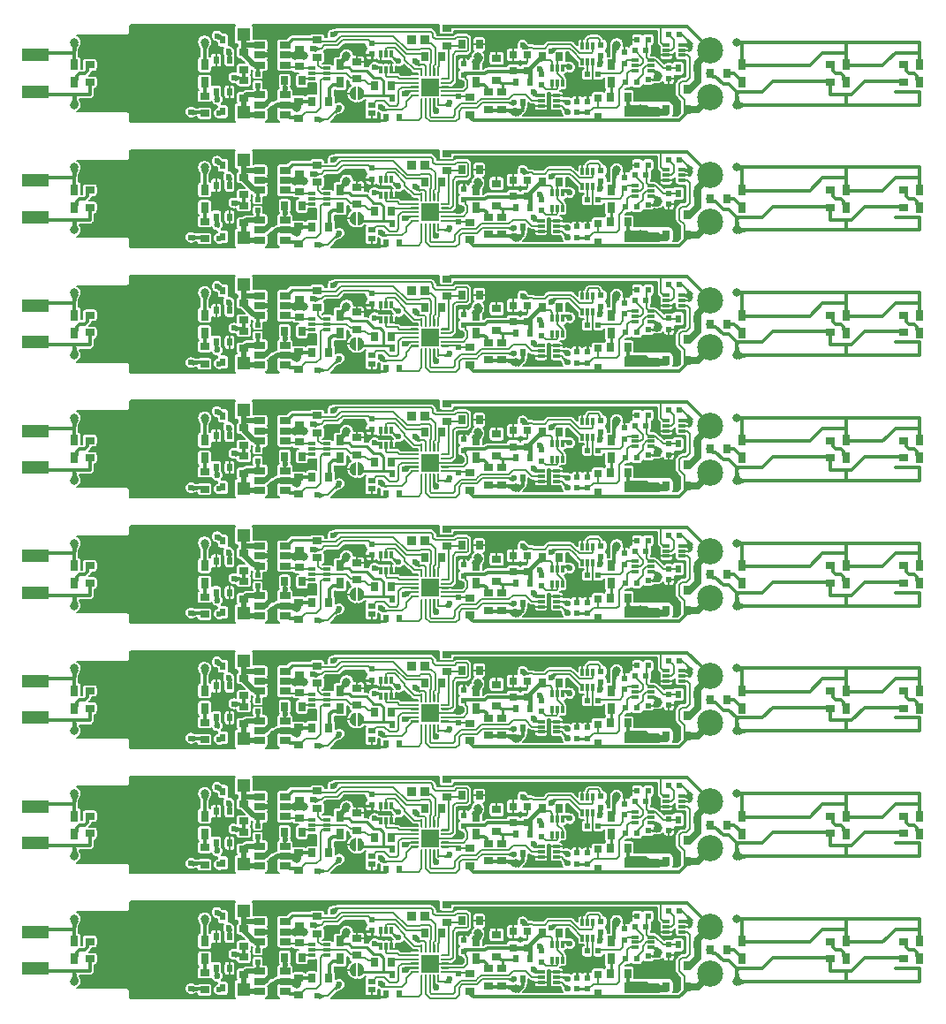
<source format=gbl>
%TF.GenerationSoftware,KiCad,Pcbnew,(5.1.9)-1*%
%TF.CreationDate,2021-05-10T22:59:37+09:00*%
%TF.ProjectId,motordecoder2-roomlight,6d6f746f-7264-4656-936f-646572322d72,rev?*%
%TF.SameCoordinates,Original*%
%TF.FileFunction,Copper,L2,Bot*%
%TF.FilePolarity,Positive*%
%FSLAX46Y46*%
G04 Gerber Fmt 4.6, Leading zero omitted, Abs format (unit mm)*
G04 Created by KiCad (PCBNEW (5.1.9)-1) date 2021-05-10 22:59:37*
%MOMM*%
%LPD*%
G01*
G04 APERTURE LIST*
%TA.AperFunction,SMDPad,CuDef*%
%ADD10R,0.900000X0.650000*%
%TD*%
%TA.AperFunction,SMDPad,CuDef*%
%ADD11R,0.500000X0.800000*%
%TD*%
%TA.AperFunction,SMDPad,CuDef*%
%ADD12R,0.800000X1.000000*%
%TD*%
%TA.AperFunction,ComponentPad*%
%ADD13R,0.950000X0.950000*%
%TD*%
%TA.AperFunction,SMDPad,CuDef*%
%ADD14R,0.700000X0.300000*%
%TD*%
%TA.AperFunction,SMDPad,CuDef*%
%ADD15R,0.600000X0.550000*%
%TD*%
%TA.AperFunction,SMDPad,CuDef*%
%ADD16R,0.650000X0.900000*%
%TD*%
%TA.AperFunction,ComponentPad*%
%ADD17R,2.500000X1.200000*%
%TD*%
%TA.AperFunction,SMDPad,CuDef*%
%ADD18R,0.300000X0.700000*%
%TD*%
%TA.AperFunction,SMDPad,CuDef*%
%ADD19R,0.700000X0.600000*%
%TD*%
%TA.AperFunction,SMDPad,CuDef*%
%ADD20R,0.550000X0.600000*%
%TD*%
%TA.AperFunction,SMDPad,CuDef*%
%ADD21R,0.800000X0.700000*%
%TD*%
%TA.AperFunction,SMDPad,CuDef*%
%ADD22R,1.000000X0.700000*%
%TD*%
%TA.AperFunction,SMDPad,CuDef*%
%ADD23R,1.200000X0.900000*%
%TD*%
%TA.AperFunction,SMDPad,CuDef*%
%ADD24R,0.800000X0.900000*%
%TD*%
%TA.AperFunction,SMDPad,CuDef*%
%ADD25R,0.800000X0.800000*%
%TD*%
%TA.AperFunction,SMDPad,CuDef*%
%ADD26R,0.500000X0.550000*%
%TD*%
%TA.AperFunction,SMDPad,CuDef*%
%ADD27R,0.500000X0.500000*%
%TD*%
%TA.AperFunction,SMDPad,CuDef*%
%ADD28R,0.900000X0.800000*%
%TD*%
%TA.AperFunction,SMDPad,CuDef*%
%ADD29R,0.600000X0.800000*%
%TD*%
%TA.AperFunction,SMDPad,CuDef*%
%ADD30R,0.700000X0.800000*%
%TD*%
%TA.AperFunction,ComponentPad*%
%ADD31R,1.300000X1.300000*%
%TD*%
%TA.AperFunction,SMDPad,CuDef*%
%ADD32C,0.100000*%
%TD*%
%TA.AperFunction,SMDPad,CuDef*%
%ADD33R,1.700000X1.700000*%
%TD*%
%TA.AperFunction,ComponentPad*%
%ADD34C,2.500000*%
%TD*%
%TA.AperFunction,ViaPad*%
%ADD35C,0.800000*%
%TD*%
%TA.AperFunction,ViaPad*%
%ADD36C,1.000000*%
%TD*%
%TA.AperFunction,ViaPad*%
%ADD37C,0.600000*%
%TD*%
%TA.AperFunction,Conductor*%
%ADD38C,0.300000*%
%TD*%
%TA.AperFunction,Conductor*%
%ADD39C,0.700000*%
%TD*%
%TA.AperFunction,Conductor*%
%ADD40C,0.500000*%
%TD*%
%TA.AperFunction,Conductor*%
%ADD41C,0.400000*%
%TD*%
%TA.AperFunction,Conductor*%
%ADD42C,0.250000*%
%TD*%
%TA.AperFunction,Conductor*%
%ADD43C,0.200000*%
%TD*%
%TA.AperFunction,Conductor*%
%ADD44C,0.170000*%
%TD*%
%TA.AperFunction,Conductor*%
%ADD45C,0.100000*%
%TD*%
%TA.AperFunction,Conductor*%
%ADD46C,0.025400*%
%TD*%
G04 APERTURE END LIST*
D10*
%TO.P,R4,1*%
%TO.N,+12V*%
X127500000Y-124675000D03*
%TO.P,R4,2*%
%TO.N,Net-(Q2-Pad3)*%
X127500000Y-126325000D03*
%TD*%
%TO.P,R4,1*%
%TO.N,+12V*%
X127500000Y-112675000D03*
%TO.P,R4,2*%
%TO.N,Net-(Q2-Pad3)*%
X127500000Y-114325000D03*
%TD*%
%TO.P,R4,1*%
%TO.N,+12V*%
X127500000Y-100675000D03*
%TO.P,R4,2*%
%TO.N,Net-(Q2-Pad3)*%
X127500000Y-102325000D03*
%TD*%
%TO.P,R4,1*%
%TO.N,+12V*%
X127500000Y-88675000D03*
%TO.P,R4,2*%
%TO.N,Net-(Q2-Pad3)*%
X127500000Y-90325000D03*
%TD*%
%TO.P,R4,1*%
%TO.N,+12V*%
X127500000Y-76675000D03*
%TO.P,R4,2*%
%TO.N,Net-(Q2-Pad3)*%
X127500000Y-78325000D03*
%TD*%
%TO.P,R4,1*%
%TO.N,+12V*%
X127500000Y-64675000D03*
%TO.P,R4,2*%
%TO.N,Net-(Q2-Pad3)*%
X127500000Y-66325000D03*
%TD*%
%TO.P,R4,1*%
%TO.N,+12V*%
X127500000Y-52675000D03*
%TO.P,R4,2*%
%TO.N,Net-(Q2-Pad3)*%
X127500000Y-54325000D03*
%TD*%
D11*
%TO.P,Q11,3*%
%TO.N,Net-(J11-Pad1)*%
X120250000Y-118800000D03*
%TO.P,Q11,2*%
%TO.N,GND*%
X119600000Y-120700000D03*
%TO.P,Q11,1*%
%TO.N,Func1*%
X120900000Y-120700000D03*
%TD*%
%TO.P,Q11,3*%
%TO.N,Net-(J11-Pad1)*%
X120250000Y-106800000D03*
%TO.P,Q11,2*%
%TO.N,GND*%
X119600000Y-108700000D03*
%TO.P,Q11,1*%
%TO.N,Func1*%
X120900000Y-108700000D03*
%TD*%
%TO.P,Q11,3*%
%TO.N,Net-(J11-Pad1)*%
X120250000Y-94800000D03*
%TO.P,Q11,2*%
%TO.N,GND*%
X119600000Y-96700000D03*
%TO.P,Q11,1*%
%TO.N,Func1*%
X120900000Y-96700000D03*
%TD*%
%TO.P,Q11,3*%
%TO.N,Net-(J11-Pad1)*%
X120250000Y-82800000D03*
%TO.P,Q11,2*%
%TO.N,GND*%
X119600000Y-84700000D03*
%TO.P,Q11,1*%
%TO.N,Func1*%
X120900000Y-84700000D03*
%TD*%
%TO.P,Q11,3*%
%TO.N,Net-(J11-Pad1)*%
X120250000Y-70800000D03*
%TO.P,Q11,2*%
%TO.N,GND*%
X119600000Y-72700000D03*
%TO.P,Q11,1*%
%TO.N,Func1*%
X120900000Y-72700000D03*
%TD*%
%TO.P,Q11,3*%
%TO.N,Net-(J11-Pad1)*%
X120250000Y-58800000D03*
%TO.P,Q11,2*%
%TO.N,GND*%
X119600000Y-60700000D03*
%TO.P,Q11,1*%
%TO.N,Func1*%
X120900000Y-60700000D03*
%TD*%
%TO.P,Q11,3*%
%TO.N,Net-(J11-Pad1)*%
X120250000Y-46800000D03*
%TO.P,Q11,2*%
%TO.N,GND*%
X119600000Y-48700000D03*
%TO.P,Q11,1*%
%TO.N,Func1*%
X120900000Y-48700000D03*
%TD*%
D12*
%TO.P,D48,1*%
%TO.N,Net-(D41-Pad1)*%
X106000000Y-121150000D03*
%TO.P,D48,2*%
%TO.N,Net-(D48-Pad2)*%
X106000000Y-122850000D03*
%TD*%
%TO.P,D48,1*%
%TO.N,Net-(D41-Pad1)*%
X106000000Y-109150000D03*
%TO.P,D48,2*%
%TO.N,Net-(D48-Pad2)*%
X106000000Y-110850000D03*
%TD*%
%TO.P,D48,1*%
%TO.N,Net-(D41-Pad1)*%
X106000000Y-97150000D03*
%TO.P,D48,2*%
%TO.N,Net-(D48-Pad2)*%
X106000000Y-98850000D03*
%TD*%
%TO.P,D48,1*%
%TO.N,Net-(D41-Pad1)*%
X106000000Y-85150000D03*
%TO.P,D48,2*%
%TO.N,Net-(D48-Pad2)*%
X106000000Y-86850000D03*
%TD*%
%TO.P,D48,1*%
%TO.N,Net-(D41-Pad1)*%
X106000000Y-73150000D03*
%TO.P,D48,2*%
%TO.N,Net-(D48-Pad2)*%
X106000000Y-74850000D03*
%TD*%
%TO.P,D48,1*%
%TO.N,Net-(D41-Pad1)*%
X106000000Y-61150000D03*
%TO.P,D48,2*%
%TO.N,Net-(D48-Pad2)*%
X106000000Y-62850000D03*
%TD*%
%TO.P,D48,1*%
%TO.N,Net-(D41-Pad1)*%
X106000000Y-49150000D03*
%TO.P,D48,2*%
%TO.N,Net-(D48-Pad2)*%
X106000000Y-50850000D03*
%TD*%
%TO.P,D45,1*%
%TO.N,Net-(D41-Pad1)*%
X144500000Y-121150000D03*
%TO.P,D45,2*%
%TO.N,Net-(D45-Pad2)*%
X144500000Y-122850000D03*
%TD*%
%TO.P,D45,1*%
%TO.N,Net-(D41-Pad1)*%
X144500000Y-109150000D03*
%TO.P,D45,2*%
%TO.N,Net-(D45-Pad2)*%
X144500000Y-110850000D03*
%TD*%
%TO.P,D45,1*%
%TO.N,Net-(D41-Pad1)*%
X144500000Y-97150000D03*
%TO.P,D45,2*%
%TO.N,Net-(D45-Pad2)*%
X144500000Y-98850000D03*
%TD*%
%TO.P,D45,1*%
%TO.N,Net-(D41-Pad1)*%
X144500000Y-85150000D03*
%TO.P,D45,2*%
%TO.N,Net-(D45-Pad2)*%
X144500000Y-86850000D03*
%TD*%
%TO.P,D45,1*%
%TO.N,Net-(D41-Pad1)*%
X144500000Y-73150000D03*
%TO.P,D45,2*%
%TO.N,Net-(D45-Pad2)*%
X144500000Y-74850000D03*
%TD*%
%TO.P,D45,1*%
%TO.N,Net-(D41-Pad1)*%
X144500000Y-61150000D03*
%TO.P,D45,2*%
%TO.N,Net-(D45-Pad2)*%
X144500000Y-62850000D03*
%TD*%
%TO.P,D45,1*%
%TO.N,Net-(D41-Pad1)*%
X144500000Y-49150000D03*
%TO.P,D45,2*%
%TO.N,Net-(D45-Pad2)*%
X144500000Y-50850000D03*
%TD*%
D10*
%TO.P,R3,1*%
%TO.N,+12V*%
X127600000Y-119675000D03*
%TO.P,R3,2*%
%TO.N,Net-(Q1-Pad3)*%
X127600000Y-121325000D03*
%TD*%
%TO.P,R3,1*%
%TO.N,+12V*%
X127600000Y-107675000D03*
%TO.P,R3,2*%
%TO.N,Net-(Q1-Pad3)*%
X127600000Y-109325000D03*
%TD*%
%TO.P,R3,1*%
%TO.N,+12V*%
X127600000Y-95675000D03*
%TO.P,R3,2*%
%TO.N,Net-(Q1-Pad3)*%
X127600000Y-97325000D03*
%TD*%
%TO.P,R3,1*%
%TO.N,+12V*%
X127600000Y-83675000D03*
%TO.P,R3,2*%
%TO.N,Net-(Q1-Pad3)*%
X127600000Y-85325000D03*
%TD*%
%TO.P,R3,1*%
%TO.N,+12V*%
X127600000Y-71675000D03*
%TO.P,R3,2*%
%TO.N,Net-(Q1-Pad3)*%
X127600000Y-73325000D03*
%TD*%
%TO.P,R3,1*%
%TO.N,+12V*%
X127600000Y-59675000D03*
%TO.P,R3,2*%
%TO.N,Net-(Q1-Pad3)*%
X127600000Y-61325000D03*
%TD*%
%TO.P,R3,1*%
%TO.N,+12V*%
X127600000Y-47675000D03*
%TO.P,R3,2*%
%TO.N,Net-(Q1-Pad3)*%
X127600000Y-49325000D03*
%TD*%
D12*
%TO.P,D47,2*%
%TO.N,Net-(D47-Pad2)*%
X118500000Y-122850000D03*
%TO.P,D47,1*%
%TO.N,Net-(D41-Pad1)*%
X118500000Y-121150000D03*
%TD*%
%TO.P,D47,2*%
%TO.N,Net-(D47-Pad2)*%
X118500000Y-110850000D03*
%TO.P,D47,1*%
%TO.N,Net-(D41-Pad1)*%
X118500000Y-109150000D03*
%TD*%
%TO.P,D47,2*%
%TO.N,Net-(D47-Pad2)*%
X118500000Y-98850000D03*
%TO.P,D47,1*%
%TO.N,Net-(D41-Pad1)*%
X118500000Y-97150000D03*
%TD*%
%TO.P,D47,2*%
%TO.N,Net-(D47-Pad2)*%
X118500000Y-86850000D03*
%TO.P,D47,1*%
%TO.N,Net-(D41-Pad1)*%
X118500000Y-85150000D03*
%TD*%
%TO.P,D47,2*%
%TO.N,Net-(D47-Pad2)*%
X118500000Y-74850000D03*
%TO.P,D47,1*%
%TO.N,Net-(D41-Pad1)*%
X118500000Y-73150000D03*
%TD*%
%TO.P,D47,2*%
%TO.N,Net-(D47-Pad2)*%
X118500000Y-62850000D03*
%TO.P,D47,1*%
%TO.N,Net-(D41-Pad1)*%
X118500000Y-61150000D03*
%TD*%
%TO.P,D47,2*%
%TO.N,Net-(D47-Pad2)*%
X118500000Y-50850000D03*
%TO.P,D47,1*%
%TO.N,Net-(D41-Pad1)*%
X118500000Y-49150000D03*
%TD*%
D13*
%TO.P,P9,1*%
%TO.N,UPDI*%
X139635000Y-118800000D03*
%TO.P,P9,2*%
%TO.N,GND*%
X138365000Y-118800000D03*
%TD*%
%TO.P,P9,1*%
%TO.N,UPDI*%
X139635000Y-106800000D03*
%TO.P,P9,2*%
%TO.N,GND*%
X138365000Y-106800000D03*
%TD*%
%TO.P,P9,1*%
%TO.N,UPDI*%
X139635000Y-94800000D03*
%TO.P,P9,2*%
%TO.N,GND*%
X138365000Y-94800000D03*
%TD*%
%TO.P,P9,1*%
%TO.N,UPDI*%
X139635000Y-82800000D03*
%TO.P,P9,2*%
%TO.N,GND*%
X138365000Y-82800000D03*
%TD*%
%TO.P,P9,1*%
%TO.N,UPDI*%
X139635000Y-70800000D03*
%TO.P,P9,2*%
%TO.N,GND*%
X138365000Y-70800000D03*
%TD*%
%TO.P,P9,1*%
%TO.N,UPDI*%
X139635000Y-58800000D03*
%TO.P,P9,2*%
%TO.N,GND*%
X138365000Y-58800000D03*
%TD*%
%TO.P,P9,1*%
%TO.N,UPDI*%
X139635000Y-46800000D03*
%TO.P,P9,2*%
%TO.N,GND*%
X138365000Y-46800000D03*
%TD*%
D12*
%TO.P,D42,1*%
%TO.N,Net-(D41-Pad1)*%
X180000000Y-121150000D03*
%TO.P,D42,2*%
%TO.N,Net-(D42-Pad2)*%
X180000000Y-122850000D03*
%TD*%
%TO.P,D42,1*%
%TO.N,Net-(D41-Pad1)*%
X180000000Y-109150000D03*
%TO.P,D42,2*%
%TO.N,Net-(D42-Pad2)*%
X180000000Y-110850000D03*
%TD*%
%TO.P,D42,1*%
%TO.N,Net-(D41-Pad1)*%
X180000000Y-97150000D03*
%TO.P,D42,2*%
%TO.N,Net-(D42-Pad2)*%
X180000000Y-98850000D03*
%TD*%
%TO.P,D42,1*%
%TO.N,Net-(D41-Pad1)*%
X180000000Y-85150000D03*
%TO.P,D42,2*%
%TO.N,Net-(D42-Pad2)*%
X180000000Y-86850000D03*
%TD*%
%TO.P,D42,1*%
%TO.N,Net-(D41-Pad1)*%
X180000000Y-73150000D03*
%TO.P,D42,2*%
%TO.N,Net-(D42-Pad2)*%
X180000000Y-74850000D03*
%TD*%
%TO.P,D42,1*%
%TO.N,Net-(D41-Pad1)*%
X180000000Y-61150000D03*
%TO.P,D42,2*%
%TO.N,Net-(D42-Pad2)*%
X180000000Y-62850000D03*
%TD*%
%TO.P,D42,1*%
%TO.N,Net-(D41-Pad1)*%
X180000000Y-49150000D03*
%TO.P,D42,2*%
%TO.N,Net-(D42-Pad2)*%
X180000000Y-50850000D03*
%TD*%
D14*
%TO.P,Q21,1*%
%TO.N,VRAIL-*%
X159750000Y-121750000D03*
%TO.P,Q21,2*%
%TO.N,Net-(Q21-Pad2)*%
X159750000Y-121250000D03*
%TO.P,Q21,3*%
%TO.N,Net-(Q21-Pad3)*%
X159750000Y-120750000D03*
%TO.P,Q21,4*%
%TO.N,VRAIL+*%
X161250000Y-120750000D03*
%TO.P,Q21,5*%
%TO.N,Net-(Q21-Pad5)*%
X161250000Y-121250000D03*
%TO.P,Q21,6*%
%TO.N,Net-(Q21-Pad6)*%
X161250000Y-121750000D03*
%TD*%
%TO.P,Q21,1*%
%TO.N,VRAIL-*%
X159750000Y-109750000D03*
%TO.P,Q21,2*%
%TO.N,Net-(Q21-Pad2)*%
X159750000Y-109250000D03*
%TO.P,Q21,3*%
%TO.N,Net-(Q21-Pad3)*%
X159750000Y-108750000D03*
%TO.P,Q21,4*%
%TO.N,VRAIL+*%
X161250000Y-108750000D03*
%TO.P,Q21,5*%
%TO.N,Net-(Q21-Pad5)*%
X161250000Y-109250000D03*
%TO.P,Q21,6*%
%TO.N,Net-(Q21-Pad6)*%
X161250000Y-109750000D03*
%TD*%
%TO.P,Q21,1*%
%TO.N,VRAIL-*%
X159750000Y-97750000D03*
%TO.P,Q21,2*%
%TO.N,Net-(Q21-Pad2)*%
X159750000Y-97250000D03*
%TO.P,Q21,3*%
%TO.N,Net-(Q21-Pad3)*%
X159750000Y-96750000D03*
%TO.P,Q21,4*%
%TO.N,VRAIL+*%
X161250000Y-96750000D03*
%TO.P,Q21,5*%
%TO.N,Net-(Q21-Pad5)*%
X161250000Y-97250000D03*
%TO.P,Q21,6*%
%TO.N,Net-(Q21-Pad6)*%
X161250000Y-97750000D03*
%TD*%
%TO.P,Q21,1*%
%TO.N,VRAIL-*%
X159750000Y-85750000D03*
%TO.P,Q21,2*%
%TO.N,Net-(Q21-Pad2)*%
X159750000Y-85250000D03*
%TO.P,Q21,3*%
%TO.N,Net-(Q21-Pad3)*%
X159750000Y-84750000D03*
%TO.P,Q21,4*%
%TO.N,VRAIL+*%
X161250000Y-84750000D03*
%TO.P,Q21,5*%
%TO.N,Net-(Q21-Pad5)*%
X161250000Y-85250000D03*
%TO.P,Q21,6*%
%TO.N,Net-(Q21-Pad6)*%
X161250000Y-85750000D03*
%TD*%
%TO.P,Q21,1*%
%TO.N,VRAIL-*%
X159750000Y-73750000D03*
%TO.P,Q21,2*%
%TO.N,Net-(Q21-Pad2)*%
X159750000Y-73250000D03*
%TO.P,Q21,3*%
%TO.N,Net-(Q21-Pad3)*%
X159750000Y-72750000D03*
%TO.P,Q21,4*%
%TO.N,VRAIL+*%
X161250000Y-72750000D03*
%TO.P,Q21,5*%
%TO.N,Net-(Q21-Pad5)*%
X161250000Y-73250000D03*
%TO.P,Q21,6*%
%TO.N,Net-(Q21-Pad6)*%
X161250000Y-73750000D03*
%TD*%
%TO.P,Q21,1*%
%TO.N,VRAIL-*%
X159750000Y-61750000D03*
%TO.P,Q21,2*%
%TO.N,Net-(Q21-Pad2)*%
X159750000Y-61250000D03*
%TO.P,Q21,3*%
%TO.N,Net-(Q21-Pad3)*%
X159750000Y-60750000D03*
%TO.P,Q21,4*%
%TO.N,VRAIL+*%
X161250000Y-60750000D03*
%TO.P,Q21,5*%
%TO.N,Net-(Q21-Pad5)*%
X161250000Y-61250000D03*
%TO.P,Q21,6*%
%TO.N,Net-(Q21-Pad6)*%
X161250000Y-61750000D03*
%TD*%
%TO.P,Q21,1*%
%TO.N,VRAIL-*%
X159750000Y-49750000D03*
%TO.P,Q21,2*%
%TO.N,Net-(Q21-Pad2)*%
X159750000Y-49250000D03*
%TO.P,Q21,3*%
%TO.N,Net-(Q21-Pad3)*%
X159750000Y-48750000D03*
%TO.P,Q21,4*%
%TO.N,VRAIL+*%
X161250000Y-48750000D03*
%TO.P,Q21,5*%
%TO.N,Net-(Q21-Pad5)*%
X161250000Y-49250000D03*
%TO.P,Q21,6*%
%TO.N,Net-(Q21-Pad6)*%
X161250000Y-49750000D03*
%TD*%
D11*
%TO.P,Q17,1*%
%TO.N,Func7*%
X137150000Y-126250000D03*
%TO.P,Q17,2*%
%TO.N,GND*%
X135850000Y-126250000D03*
%TO.P,Q17,3*%
%TO.N,Net-(D41-Pad1)*%
X136500000Y-124350000D03*
%TD*%
%TO.P,Q17,1*%
%TO.N,Func7*%
X137150000Y-114250000D03*
%TO.P,Q17,2*%
%TO.N,GND*%
X135850000Y-114250000D03*
%TO.P,Q17,3*%
%TO.N,Net-(D41-Pad1)*%
X136500000Y-112350000D03*
%TD*%
%TO.P,Q17,1*%
%TO.N,Func7*%
X137150000Y-102250000D03*
%TO.P,Q17,2*%
%TO.N,GND*%
X135850000Y-102250000D03*
%TO.P,Q17,3*%
%TO.N,Net-(D41-Pad1)*%
X136500000Y-100350000D03*
%TD*%
%TO.P,Q17,1*%
%TO.N,Func7*%
X137150000Y-90250000D03*
%TO.P,Q17,2*%
%TO.N,GND*%
X135850000Y-90250000D03*
%TO.P,Q17,3*%
%TO.N,Net-(D41-Pad1)*%
X136500000Y-88350000D03*
%TD*%
%TO.P,Q17,1*%
%TO.N,Func7*%
X137150000Y-78250000D03*
%TO.P,Q17,2*%
%TO.N,GND*%
X135850000Y-78250000D03*
%TO.P,Q17,3*%
%TO.N,Net-(D41-Pad1)*%
X136500000Y-76350000D03*
%TD*%
%TO.P,Q17,1*%
%TO.N,Func7*%
X137150000Y-66250000D03*
%TO.P,Q17,2*%
%TO.N,GND*%
X135850000Y-66250000D03*
%TO.P,Q17,3*%
%TO.N,Net-(D41-Pad1)*%
X136500000Y-64350000D03*
%TD*%
%TO.P,Q17,1*%
%TO.N,Func7*%
X137150000Y-54250000D03*
%TO.P,Q17,2*%
%TO.N,GND*%
X135850000Y-54250000D03*
%TO.P,Q17,3*%
%TO.N,Net-(D41-Pad1)*%
X136500000Y-52350000D03*
%TD*%
%TO.P,Q5,1*%
%TO.N,Net-(D3-Pad1)*%
X148350000Y-122850000D03*
%TO.P,Q5,2*%
%TO.N,+5V*%
X149650000Y-122850000D03*
%TO.P,Q5,3*%
%TO.N,+12V*%
X149000000Y-124750000D03*
%TD*%
%TO.P,Q5,1*%
%TO.N,Net-(D3-Pad1)*%
X148350000Y-110850000D03*
%TO.P,Q5,2*%
%TO.N,+5V*%
X149650000Y-110850000D03*
%TO.P,Q5,3*%
%TO.N,+12V*%
X149000000Y-112750000D03*
%TD*%
%TO.P,Q5,1*%
%TO.N,Net-(D3-Pad1)*%
X148350000Y-98850000D03*
%TO.P,Q5,2*%
%TO.N,+5V*%
X149650000Y-98850000D03*
%TO.P,Q5,3*%
%TO.N,+12V*%
X149000000Y-100750000D03*
%TD*%
%TO.P,Q5,1*%
%TO.N,Net-(D3-Pad1)*%
X148350000Y-86850000D03*
%TO.P,Q5,2*%
%TO.N,+5V*%
X149650000Y-86850000D03*
%TO.P,Q5,3*%
%TO.N,+12V*%
X149000000Y-88750000D03*
%TD*%
%TO.P,Q5,1*%
%TO.N,Net-(D3-Pad1)*%
X148350000Y-74850000D03*
%TO.P,Q5,2*%
%TO.N,+5V*%
X149650000Y-74850000D03*
%TO.P,Q5,3*%
%TO.N,+12V*%
X149000000Y-76750000D03*
%TD*%
%TO.P,Q5,1*%
%TO.N,Net-(D3-Pad1)*%
X148350000Y-62850000D03*
%TO.P,Q5,2*%
%TO.N,+5V*%
X149650000Y-62850000D03*
%TO.P,Q5,3*%
%TO.N,+12V*%
X149000000Y-64750000D03*
%TD*%
%TO.P,Q5,1*%
%TO.N,Net-(D3-Pad1)*%
X148350000Y-50850000D03*
%TO.P,Q5,2*%
%TO.N,+5V*%
X149650000Y-50850000D03*
%TO.P,Q5,3*%
%TO.N,+12V*%
X149000000Y-52750000D03*
%TD*%
D14*
%TO.P,Q8,6*%
%TO.N,RAIL-*%
X164250000Y-120250000D03*
%TO.P,Q8,5*%
%TO.N,Net-(Q6-Pad3)*%
X164250000Y-119750000D03*
%TO.P,Q8,4*%
X164250000Y-119250000D03*
%TO.P,Q8,3*%
%TO.N,RAIL+*%
X162750000Y-119250000D03*
%TO.P,Q8,2*%
%TO.N,Net-(Q8-Pad2)*%
X162750000Y-119750000D03*
%TO.P,Q8,1*%
%TO.N,GND*%
X162750000Y-120250000D03*
%TD*%
%TO.P,Q8,6*%
%TO.N,RAIL-*%
X164250000Y-108250000D03*
%TO.P,Q8,5*%
%TO.N,Net-(Q6-Pad3)*%
X164250000Y-107750000D03*
%TO.P,Q8,4*%
X164250000Y-107250000D03*
%TO.P,Q8,3*%
%TO.N,RAIL+*%
X162750000Y-107250000D03*
%TO.P,Q8,2*%
%TO.N,Net-(Q8-Pad2)*%
X162750000Y-107750000D03*
%TO.P,Q8,1*%
%TO.N,GND*%
X162750000Y-108250000D03*
%TD*%
%TO.P,Q8,6*%
%TO.N,RAIL-*%
X164250000Y-96250000D03*
%TO.P,Q8,5*%
%TO.N,Net-(Q6-Pad3)*%
X164250000Y-95750000D03*
%TO.P,Q8,4*%
X164250000Y-95250000D03*
%TO.P,Q8,3*%
%TO.N,RAIL+*%
X162750000Y-95250000D03*
%TO.P,Q8,2*%
%TO.N,Net-(Q8-Pad2)*%
X162750000Y-95750000D03*
%TO.P,Q8,1*%
%TO.N,GND*%
X162750000Y-96250000D03*
%TD*%
%TO.P,Q8,6*%
%TO.N,RAIL-*%
X164250000Y-84250000D03*
%TO.P,Q8,5*%
%TO.N,Net-(Q6-Pad3)*%
X164250000Y-83750000D03*
%TO.P,Q8,4*%
X164250000Y-83250000D03*
%TO.P,Q8,3*%
%TO.N,RAIL+*%
X162750000Y-83250000D03*
%TO.P,Q8,2*%
%TO.N,Net-(Q8-Pad2)*%
X162750000Y-83750000D03*
%TO.P,Q8,1*%
%TO.N,GND*%
X162750000Y-84250000D03*
%TD*%
%TO.P,Q8,6*%
%TO.N,RAIL-*%
X164250000Y-72250000D03*
%TO.P,Q8,5*%
%TO.N,Net-(Q6-Pad3)*%
X164250000Y-71750000D03*
%TO.P,Q8,4*%
X164250000Y-71250000D03*
%TO.P,Q8,3*%
%TO.N,RAIL+*%
X162750000Y-71250000D03*
%TO.P,Q8,2*%
%TO.N,Net-(Q8-Pad2)*%
X162750000Y-71750000D03*
%TO.P,Q8,1*%
%TO.N,GND*%
X162750000Y-72250000D03*
%TD*%
%TO.P,Q8,6*%
%TO.N,RAIL-*%
X164250000Y-60250000D03*
%TO.P,Q8,5*%
%TO.N,Net-(Q6-Pad3)*%
X164250000Y-59750000D03*
%TO.P,Q8,4*%
X164250000Y-59250000D03*
%TO.P,Q8,3*%
%TO.N,RAIL+*%
X162750000Y-59250000D03*
%TO.P,Q8,2*%
%TO.N,Net-(Q8-Pad2)*%
X162750000Y-59750000D03*
%TO.P,Q8,1*%
%TO.N,GND*%
X162750000Y-60250000D03*
%TD*%
%TO.P,Q8,6*%
%TO.N,RAIL-*%
X164250000Y-48250000D03*
%TO.P,Q8,5*%
%TO.N,Net-(Q6-Pad3)*%
X164250000Y-47750000D03*
%TO.P,Q8,4*%
X164250000Y-47250000D03*
%TO.P,Q8,3*%
%TO.N,RAIL+*%
X162750000Y-47250000D03*
%TO.P,Q8,2*%
%TO.N,Net-(Q8-Pad2)*%
X162750000Y-47750000D03*
%TO.P,Q8,1*%
%TO.N,GND*%
X162750000Y-48250000D03*
%TD*%
D12*
%TO.P,D43,1*%
%TO.N,Net-(D41-Pad1)*%
X170000000Y-121150000D03*
%TO.P,D43,2*%
%TO.N,Net-(D43-Pad2)*%
X170000000Y-122850000D03*
%TD*%
%TO.P,D43,1*%
%TO.N,Net-(D41-Pad1)*%
X170000000Y-109150000D03*
%TO.P,D43,2*%
%TO.N,Net-(D43-Pad2)*%
X170000000Y-110850000D03*
%TD*%
%TO.P,D43,1*%
%TO.N,Net-(D41-Pad1)*%
X170000000Y-97150000D03*
%TO.P,D43,2*%
%TO.N,Net-(D43-Pad2)*%
X170000000Y-98850000D03*
%TD*%
%TO.P,D43,1*%
%TO.N,Net-(D41-Pad1)*%
X170000000Y-85150000D03*
%TO.P,D43,2*%
%TO.N,Net-(D43-Pad2)*%
X170000000Y-86850000D03*
%TD*%
%TO.P,D43,1*%
%TO.N,Net-(D41-Pad1)*%
X170000000Y-73150000D03*
%TO.P,D43,2*%
%TO.N,Net-(D43-Pad2)*%
X170000000Y-74850000D03*
%TD*%
%TO.P,D43,1*%
%TO.N,Net-(D41-Pad1)*%
X170000000Y-61150000D03*
%TO.P,D43,2*%
%TO.N,Net-(D43-Pad2)*%
X170000000Y-62850000D03*
%TD*%
%TO.P,D43,1*%
%TO.N,Net-(D41-Pad1)*%
X170000000Y-49150000D03*
%TO.P,D43,2*%
%TO.N,Net-(D43-Pad2)*%
X170000000Y-50850000D03*
%TD*%
%TO.P,D41,2*%
%TO.N,Net-(D41-Pad2)*%
X187000000Y-122850000D03*
%TO.P,D41,1*%
%TO.N,Net-(D41-Pad1)*%
X187000000Y-121150000D03*
%TD*%
%TO.P,D41,2*%
%TO.N,Net-(D41-Pad2)*%
X187000000Y-110850000D03*
%TO.P,D41,1*%
%TO.N,Net-(D41-Pad1)*%
X187000000Y-109150000D03*
%TD*%
%TO.P,D41,2*%
%TO.N,Net-(D41-Pad2)*%
X187000000Y-98850000D03*
%TO.P,D41,1*%
%TO.N,Net-(D41-Pad1)*%
X187000000Y-97150000D03*
%TD*%
%TO.P,D41,2*%
%TO.N,Net-(D41-Pad2)*%
X187000000Y-86850000D03*
%TO.P,D41,1*%
%TO.N,Net-(D41-Pad1)*%
X187000000Y-85150000D03*
%TD*%
%TO.P,D41,2*%
%TO.N,Net-(D41-Pad2)*%
X187000000Y-74850000D03*
%TO.P,D41,1*%
%TO.N,Net-(D41-Pad1)*%
X187000000Y-73150000D03*
%TD*%
%TO.P,D41,2*%
%TO.N,Net-(D41-Pad2)*%
X187000000Y-62850000D03*
%TO.P,D41,1*%
%TO.N,Net-(D41-Pad1)*%
X187000000Y-61150000D03*
%TD*%
%TO.P,D41,2*%
%TO.N,Net-(D41-Pad2)*%
X187000000Y-50850000D03*
%TO.P,D41,1*%
%TO.N,Net-(D41-Pad1)*%
X187000000Y-49150000D03*
%TD*%
%TO.P,D44,1*%
%TO.N,Net-(D41-Pad1)*%
X157500000Y-121150000D03*
%TO.P,D44,2*%
%TO.N,Net-(D44-Pad2)*%
X157500000Y-122850000D03*
%TD*%
%TO.P,D44,1*%
%TO.N,Net-(D41-Pad1)*%
X157500000Y-109150000D03*
%TO.P,D44,2*%
%TO.N,Net-(D44-Pad2)*%
X157500000Y-110850000D03*
%TD*%
%TO.P,D44,1*%
%TO.N,Net-(D41-Pad1)*%
X157500000Y-97150000D03*
%TO.P,D44,2*%
%TO.N,Net-(D44-Pad2)*%
X157500000Y-98850000D03*
%TD*%
%TO.P,D44,1*%
%TO.N,Net-(D41-Pad1)*%
X157500000Y-85150000D03*
%TO.P,D44,2*%
%TO.N,Net-(D44-Pad2)*%
X157500000Y-86850000D03*
%TD*%
%TO.P,D44,1*%
%TO.N,Net-(D41-Pad1)*%
X157500000Y-73150000D03*
%TO.P,D44,2*%
%TO.N,Net-(D44-Pad2)*%
X157500000Y-74850000D03*
%TD*%
%TO.P,D44,1*%
%TO.N,Net-(D41-Pad1)*%
X157500000Y-61150000D03*
%TO.P,D44,2*%
%TO.N,Net-(D44-Pad2)*%
X157500000Y-62850000D03*
%TD*%
%TO.P,D44,1*%
%TO.N,Net-(D41-Pad1)*%
X157500000Y-49150000D03*
%TO.P,D44,2*%
%TO.N,Net-(D44-Pad2)*%
X157500000Y-50850000D03*
%TD*%
D14*
%TO.P,Q13,6*%
%TO.N,Net-(J13-Pad1)*%
X150750000Y-124100000D03*
%TO.P,Q13,5*%
%TO.N,Func3*%
X150750000Y-124600000D03*
%TO.P,Q13,4*%
%TO.N,GND*%
X150750000Y-125100000D03*
%TO.P,Q13,3*%
%TO.N,Net-(J14-Pad1)*%
X152250000Y-125100000D03*
%TO.P,Q13,2*%
%TO.N,Func5*%
X152250000Y-124600000D03*
%TO.P,Q13,1*%
%TO.N,GND*%
X152250000Y-124100000D03*
%TD*%
%TO.P,Q13,6*%
%TO.N,Net-(J13-Pad1)*%
X150750000Y-112100000D03*
%TO.P,Q13,5*%
%TO.N,Func3*%
X150750000Y-112600000D03*
%TO.P,Q13,4*%
%TO.N,GND*%
X150750000Y-113100000D03*
%TO.P,Q13,3*%
%TO.N,Net-(J14-Pad1)*%
X152250000Y-113100000D03*
%TO.P,Q13,2*%
%TO.N,Func5*%
X152250000Y-112600000D03*
%TO.P,Q13,1*%
%TO.N,GND*%
X152250000Y-112100000D03*
%TD*%
%TO.P,Q13,6*%
%TO.N,Net-(J13-Pad1)*%
X150750000Y-100100000D03*
%TO.P,Q13,5*%
%TO.N,Func3*%
X150750000Y-100600000D03*
%TO.P,Q13,4*%
%TO.N,GND*%
X150750000Y-101100000D03*
%TO.P,Q13,3*%
%TO.N,Net-(J14-Pad1)*%
X152250000Y-101100000D03*
%TO.P,Q13,2*%
%TO.N,Func5*%
X152250000Y-100600000D03*
%TO.P,Q13,1*%
%TO.N,GND*%
X152250000Y-100100000D03*
%TD*%
%TO.P,Q13,6*%
%TO.N,Net-(J13-Pad1)*%
X150750000Y-88100000D03*
%TO.P,Q13,5*%
%TO.N,Func3*%
X150750000Y-88600000D03*
%TO.P,Q13,4*%
%TO.N,GND*%
X150750000Y-89100000D03*
%TO.P,Q13,3*%
%TO.N,Net-(J14-Pad1)*%
X152250000Y-89100000D03*
%TO.P,Q13,2*%
%TO.N,Func5*%
X152250000Y-88600000D03*
%TO.P,Q13,1*%
%TO.N,GND*%
X152250000Y-88100000D03*
%TD*%
%TO.P,Q13,6*%
%TO.N,Net-(J13-Pad1)*%
X150750000Y-76100000D03*
%TO.P,Q13,5*%
%TO.N,Func3*%
X150750000Y-76600000D03*
%TO.P,Q13,4*%
%TO.N,GND*%
X150750000Y-77100000D03*
%TO.P,Q13,3*%
%TO.N,Net-(J14-Pad1)*%
X152250000Y-77100000D03*
%TO.P,Q13,2*%
%TO.N,Func5*%
X152250000Y-76600000D03*
%TO.P,Q13,1*%
%TO.N,GND*%
X152250000Y-76100000D03*
%TD*%
%TO.P,Q13,6*%
%TO.N,Net-(J13-Pad1)*%
X150750000Y-64100000D03*
%TO.P,Q13,5*%
%TO.N,Func3*%
X150750000Y-64600000D03*
%TO.P,Q13,4*%
%TO.N,GND*%
X150750000Y-65100000D03*
%TO.P,Q13,3*%
%TO.N,Net-(J14-Pad1)*%
X152250000Y-65100000D03*
%TO.P,Q13,2*%
%TO.N,Func5*%
X152250000Y-64600000D03*
%TO.P,Q13,1*%
%TO.N,GND*%
X152250000Y-64100000D03*
%TD*%
%TO.P,Q13,6*%
%TO.N,Net-(J13-Pad1)*%
X150750000Y-52100000D03*
%TO.P,Q13,5*%
%TO.N,Func3*%
X150750000Y-52600000D03*
%TO.P,Q13,4*%
%TO.N,GND*%
X150750000Y-53100000D03*
%TO.P,Q13,3*%
%TO.N,Net-(J14-Pad1)*%
X152250000Y-53100000D03*
%TO.P,Q13,2*%
%TO.N,Func5*%
X152250000Y-52600000D03*
%TO.P,Q13,1*%
%TO.N,GND*%
X152250000Y-52100000D03*
%TD*%
D15*
%TO.P,R18,2*%
%TO.N,GND*%
X142800000Y-123175000D03*
%TO.P,R18,1*%
%TO.N,Net-(R18-Pad1)*%
X142800000Y-124225000D03*
%TD*%
%TO.P,R18,2*%
%TO.N,GND*%
X142800000Y-111175000D03*
%TO.P,R18,1*%
%TO.N,Net-(R18-Pad1)*%
X142800000Y-112225000D03*
%TD*%
%TO.P,R18,2*%
%TO.N,GND*%
X142800000Y-99175000D03*
%TO.P,R18,1*%
%TO.N,Net-(R18-Pad1)*%
X142800000Y-100225000D03*
%TD*%
%TO.P,R18,2*%
%TO.N,GND*%
X142800000Y-87175000D03*
%TO.P,R18,1*%
%TO.N,Net-(R18-Pad1)*%
X142800000Y-88225000D03*
%TD*%
%TO.P,R18,2*%
%TO.N,GND*%
X142800000Y-75175000D03*
%TO.P,R18,1*%
%TO.N,Net-(R18-Pad1)*%
X142800000Y-76225000D03*
%TD*%
%TO.P,R18,2*%
%TO.N,GND*%
X142800000Y-63175000D03*
%TO.P,R18,1*%
%TO.N,Net-(R18-Pad1)*%
X142800000Y-64225000D03*
%TD*%
%TO.P,R18,2*%
%TO.N,GND*%
X142800000Y-51175000D03*
%TO.P,R18,1*%
%TO.N,Net-(R18-Pad1)*%
X142800000Y-52225000D03*
%TD*%
D16*
%TO.P,R17,1*%
%TO.N,Net-(R1-Pad2)*%
X143175000Y-119200000D03*
%TO.P,R17,2*%
%TO.N,GND*%
X144825000Y-119200000D03*
%TD*%
%TO.P,R17,1*%
%TO.N,Net-(R1-Pad2)*%
X143175000Y-107200000D03*
%TO.P,R17,2*%
%TO.N,GND*%
X144825000Y-107200000D03*
%TD*%
%TO.P,R17,1*%
%TO.N,Net-(R1-Pad2)*%
X143175000Y-95200000D03*
%TO.P,R17,2*%
%TO.N,GND*%
X144825000Y-95200000D03*
%TD*%
%TO.P,R17,1*%
%TO.N,Net-(R1-Pad2)*%
X143175000Y-83200000D03*
%TO.P,R17,2*%
%TO.N,GND*%
X144825000Y-83200000D03*
%TD*%
%TO.P,R17,1*%
%TO.N,Net-(R1-Pad2)*%
X143175000Y-71200000D03*
%TO.P,R17,2*%
%TO.N,GND*%
X144825000Y-71200000D03*
%TD*%
%TO.P,R17,1*%
%TO.N,Net-(R1-Pad2)*%
X143175000Y-59200000D03*
%TO.P,R17,2*%
%TO.N,GND*%
X144825000Y-59200000D03*
%TD*%
%TO.P,R17,1*%
%TO.N,Net-(R1-Pad2)*%
X143175000Y-47200000D03*
%TO.P,R17,2*%
%TO.N,GND*%
X144825000Y-47200000D03*
%TD*%
D17*
%TO.P,J22,1*%
%TO.N,Net-(D41-Pad1)*%
X102300000Y-120250000D03*
%TD*%
%TO.P,J22,1*%
%TO.N,Net-(D41-Pad1)*%
X102300000Y-108250000D03*
%TD*%
%TO.P,J22,1*%
%TO.N,Net-(D41-Pad1)*%
X102300000Y-96250000D03*
%TD*%
%TO.P,J22,1*%
%TO.N,Net-(D41-Pad1)*%
X102300000Y-84250000D03*
%TD*%
%TO.P,J22,1*%
%TO.N,Net-(D41-Pad1)*%
X102300000Y-72250000D03*
%TD*%
%TO.P,J22,1*%
%TO.N,Net-(D41-Pad1)*%
X102300000Y-60250000D03*
%TD*%
%TO.P,J22,1*%
%TO.N,Net-(D41-Pad1)*%
X102300000Y-48250000D03*
%TD*%
%TO.P,J21,1*%
%TO.N,+12V*%
X102300000Y-123750000D03*
%TD*%
%TO.P,J21,1*%
%TO.N,+12V*%
X102300000Y-111750000D03*
%TD*%
%TO.P,J21,1*%
%TO.N,+12V*%
X102300000Y-99750000D03*
%TD*%
%TO.P,J21,1*%
%TO.N,+12V*%
X102300000Y-87750000D03*
%TD*%
%TO.P,J21,1*%
%TO.N,+12V*%
X102300000Y-75750000D03*
%TD*%
%TO.P,J21,1*%
%TO.N,+12V*%
X102300000Y-63750000D03*
%TD*%
%TO.P,J21,1*%
%TO.N,+12V*%
X102300000Y-51750000D03*
%TD*%
D14*
%TO.P,Q3,6*%
%TO.N,Net-(Q1-Pad3)*%
X128750000Y-121500000D03*
%TO.P,Q3,5*%
%TO.N,Net-(Q3-Pad2)*%
X128750000Y-122000000D03*
%TO.P,Q3,4*%
%TO.N,Net-(Q3-Pad4)*%
X128750000Y-122500000D03*
%TO.P,Q3,3*%
%TO.N,Net-(Q2-Pad3)*%
X130250000Y-122500000D03*
%TO.P,Q3,2*%
%TO.N,Net-(Q3-Pad2)*%
X130250000Y-122000000D03*
%TO.P,Q3,1*%
%TO.N,Net-(Q3-Pad1)*%
X130250000Y-121500000D03*
%TD*%
%TO.P,Q3,6*%
%TO.N,Net-(Q1-Pad3)*%
X128750000Y-109500000D03*
%TO.P,Q3,5*%
%TO.N,Net-(Q3-Pad2)*%
X128750000Y-110000000D03*
%TO.P,Q3,4*%
%TO.N,Net-(Q3-Pad4)*%
X128750000Y-110500000D03*
%TO.P,Q3,3*%
%TO.N,Net-(Q2-Pad3)*%
X130250000Y-110500000D03*
%TO.P,Q3,2*%
%TO.N,Net-(Q3-Pad2)*%
X130250000Y-110000000D03*
%TO.P,Q3,1*%
%TO.N,Net-(Q3-Pad1)*%
X130250000Y-109500000D03*
%TD*%
%TO.P,Q3,6*%
%TO.N,Net-(Q1-Pad3)*%
X128750000Y-97500000D03*
%TO.P,Q3,5*%
%TO.N,Net-(Q3-Pad2)*%
X128750000Y-98000000D03*
%TO.P,Q3,4*%
%TO.N,Net-(Q3-Pad4)*%
X128750000Y-98500000D03*
%TO.P,Q3,3*%
%TO.N,Net-(Q2-Pad3)*%
X130250000Y-98500000D03*
%TO.P,Q3,2*%
%TO.N,Net-(Q3-Pad2)*%
X130250000Y-98000000D03*
%TO.P,Q3,1*%
%TO.N,Net-(Q3-Pad1)*%
X130250000Y-97500000D03*
%TD*%
%TO.P,Q3,6*%
%TO.N,Net-(Q1-Pad3)*%
X128750000Y-85500000D03*
%TO.P,Q3,5*%
%TO.N,Net-(Q3-Pad2)*%
X128750000Y-86000000D03*
%TO.P,Q3,4*%
%TO.N,Net-(Q3-Pad4)*%
X128750000Y-86500000D03*
%TO.P,Q3,3*%
%TO.N,Net-(Q2-Pad3)*%
X130250000Y-86500000D03*
%TO.P,Q3,2*%
%TO.N,Net-(Q3-Pad2)*%
X130250000Y-86000000D03*
%TO.P,Q3,1*%
%TO.N,Net-(Q3-Pad1)*%
X130250000Y-85500000D03*
%TD*%
%TO.P,Q3,6*%
%TO.N,Net-(Q1-Pad3)*%
X128750000Y-73500000D03*
%TO.P,Q3,5*%
%TO.N,Net-(Q3-Pad2)*%
X128750000Y-74000000D03*
%TO.P,Q3,4*%
%TO.N,Net-(Q3-Pad4)*%
X128750000Y-74500000D03*
%TO.P,Q3,3*%
%TO.N,Net-(Q2-Pad3)*%
X130250000Y-74500000D03*
%TO.P,Q3,2*%
%TO.N,Net-(Q3-Pad2)*%
X130250000Y-74000000D03*
%TO.P,Q3,1*%
%TO.N,Net-(Q3-Pad1)*%
X130250000Y-73500000D03*
%TD*%
%TO.P,Q3,6*%
%TO.N,Net-(Q1-Pad3)*%
X128750000Y-61500000D03*
%TO.P,Q3,5*%
%TO.N,Net-(Q3-Pad2)*%
X128750000Y-62000000D03*
%TO.P,Q3,4*%
%TO.N,Net-(Q3-Pad4)*%
X128750000Y-62500000D03*
%TO.P,Q3,3*%
%TO.N,Net-(Q2-Pad3)*%
X130250000Y-62500000D03*
%TO.P,Q3,2*%
%TO.N,Net-(Q3-Pad2)*%
X130250000Y-62000000D03*
%TO.P,Q3,1*%
%TO.N,Net-(Q3-Pad1)*%
X130250000Y-61500000D03*
%TD*%
%TO.P,Q3,6*%
%TO.N,Net-(Q1-Pad3)*%
X128750000Y-49500000D03*
%TO.P,Q3,5*%
%TO.N,Net-(Q3-Pad2)*%
X128750000Y-50000000D03*
%TO.P,Q3,4*%
%TO.N,Net-(Q3-Pad4)*%
X128750000Y-50500000D03*
%TO.P,Q3,3*%
%TO.N,Net-(Q2-Pad3)*%
X130250000Y-50500000D03*
%TO.P,Q3,2*%
%TO.N,Net-(Q3-Pad2)*%
X130250000Y-50000000D03*
%TO.P,Q3,1*%
%TO.N,Net-(Q3-Pad1)*%
X130250000Y-49500000D03*
%TD*%
D18*
%TO.P,Q14,6*%
%TO.N,Net-(J16-Pad1)*%
X136400000Y-120150000D03*
%TO.P,Q14,5*%
%TO.N,Func2*%
X135900000Y-120150000D03*
%TO.P,Q14,4*%
%TO.N,GND*%
X135400000Y-120150000D03*
%TO.P,Q14,3*%
%TO.N,Net-(J18-Pad1)*%
X135400000Y-121650000D03*
%TO.P,Q14,2*%
%TO.N,Func6*%
X135900000Y-121650000D03*
%TO.P,Q14,1*%
%TO.N,GND*%
X136400000Y-121650000D03*
%TD*%
%TO.P,Q14,6*%
%TO.N,Net-(J16-Pad1)*%
X136400000Y-108150000D03*
%TO.P,Q14,5*%
%TO.N,Func2*%
X135900000Y-108150000D03*
%TO.P,Q14,4*%
%TO.N,GND*%
X135400000Y-108150000D03*
%TO.P,Q14,3*%
%TO.N,Net-(J18-Pad1)*%
X135400000Y-109650000D03*
%TO.P,Q14,2*%
%TO.N,Func6*%
X135900000Y-109650000D03*
%TO.P,Q14,1*%
%TO.N,GND*%
X136400000Y-109650000D03*
%TD*%
%TO.P,Q14,6*%
%TO.N,Net-(J16-Pad1)*%
X136400000Y-96150000D03*
%TO.P,Q14,5*%
%TO.N,Func2*%
X135900000Y-96150000D03*
%TO.P,Q14,4*%
%TO.N,GND*%
X135400000Y-96150000D03*
%TO.P,Q14,3*%
%TO.N,Net-(J18-Pad1)*%
X135400000Y-97650000D03*
%TO.P,Q14,2*%
%TO.N,Func6*%
X135900000Y-97650000D03*
%TO.P,Q14,1*%
%TO.N,GND*%
X136400000Y-97650000D03*
%TD*%
%TO.P,Q14,6*%
%TO.N,Net-(J16-Pad1)*%
X136400000Y-84150000D03*
%TO.P,Q14,5*%
%TO.N,Func2*%
X135900000Y-84150000D03*
%TO.P,Q14,4*%
%TO.N,GND*%
X135400000Y-84150000D03*
%TO.P,Q14,3*%
%TO.N,Net-(J18-Pad1)*%
X135400000Y-85650000D03*
%TO.P,Q14,2*%
%TO.N,Func6*%
X135900000Y-85650000D03*
%TO.P,Q14,1*%
%TO.N,GND*%
X136400000Y-85650000D03*
%TD*%
%TO.P,Q14,6*%
%TO.N,Net-(J16-Pad1)*%
X136400000Y-72150000D03*
%TO.P,Q14,5*%
%TO.N,Func2*%
X135900000Y-72150000D03*
%TO.P,Q14,4*%
%TO.N,GND*%
X135400000Y-72150000D03*
%TO.P,Q14,3*%
%TO.N,Net-(J18-Pad1)*%
X135400000Y-73650000D03*
%TO.P,Q14,2*%
%TO.N,Func6*%
X135900000Y-73650000D03*
%TO.P,Q14,1*%
%TO.N,GND*%
X136400000Y-73650000D03*
%TD*%
%TO.P,Q14,6*%
%TO.N,Net-(J16-Pad1)*%
X136400000Y-60150000D03*
%TO.P,Q14,5*%
%TO.N,Func2*%
X135900000Y-60150000D03*
%TO.P,Q14,4*%
%TO.N,GND*%
X135400000Y-60150000D03*
%TO.P,Q14,3*%
%TO.N,Net-(J18-Pad1)*%
X135400000Y-61650000D03*
%TO.P,Q14,2*%
%TO.N,Func6*%
X135900000Y-61650000D03*
%TO.P,Q14,1*%
%TO.N,GND*%
X136400000Y-61650000D03*
%TD*%
%TO.P,Q14,6*%
%TO.N,Net-(J16-Pad1)*%
X136400000Y-48150000D03*
%TO.P,Q14,5*%
%TO.N,Func2*%
X135900000Y-48150000D03*
%TO.P,Q14,4*%
%TO.N,GND*%
X135400000Y-48150000D03*
%TO.P,Q14,3*%
%TO.N,Net-(J18-Pad1)*%
X135400000Y-49650000D03*
%TO.P,Q14,2*%
%TO.N,Func6*%
X135900000Y-49650000D03*
%TO.P,Q14,1*%
%TO.N,GND*%
X136400000Y-49650000D03*
%TD*%
D15*
%TO.P,R16,2*%
%TO.N,GND*%
X134500000Y-120125000D03*
%TO.P,R16,1*%
%TO.N,Net-(R10-Pad1)*%
X134500000Y-119075000D03*
%TD*%
%TO.P,R16,2*%
%TO.N,GND*%
X134500000Y-108125000D03*
%TO.P,R16,1*%
%TO.N,Net-(R10-Pad1)*%
X134500000Y-107075000D03*
%TD*%
%TO.P,R16,2*%
%TO.N,GND*%
X134500000Y-96125000D03*
%TO.P,R16,1*%
%TO.N,Net-(R10-Pad1)*%
X134500000Y-95075000D03*
%TD*%
%TO.P,R16,2*%
%TO.N,GND*%
X134500000Y-84125000D03*
%TO.P,R16,1*%
%TO.N,Net-(R10-Pad1)*%
X134500000Y-83075000D03*
%TD*%
%TO.P,R16,2*%
%TO.N,GND*%
X134500000Y-72125000D03*
%TO.P,R16,1*%
%TO.N,Net-(R10-Pad1)*%
X134500000Y-71075000D03*
%TD*%
%TO.P,R16,2*%
%TO.N,GND*%
X134500000Y-60125000D03*
%TO.P,R16,1*%
%TO.N,Net-(R10-Pad1)*%
X134500000Y-59075000D03*
%TD*%
%TO.P,R16,2*%
%TO.N,GND*%
X134500000Y-48125000D03*
%TO.P,R16,1*%
%TO.N,Net-(R10-Pad1)*%
X134500000Y-47075000D03*
%TD*%
D11*
%TO.P,Q12,3*%
%TO.N,Net-(J12-Pad1)*%
X120250000Y-125650000D03*
%TO.P,Q12,2*%
%TO.N,GND*%
X120900000Y-123750000D03*
%TO.P,Q12,1*%
%TO.N,Func4*%
X119600000Y-123750000D03*
%TD*%
%TO.P,Q12,3*%
%TO.N,Net-(J12-Pad1)*%
X120250000Y-113650000D03*
%TO.P,Q12,2*%
%TO.N,GND*%
X120900000Y-111750000D03*
%TO.P,Q12,1*%
%TO.N,Func4*%
X119600000Y-111750000D03*
%TD*%
%TO.P,Q12,3*%
%TO.N,Net-(J12-Pad1)*%
X120250000Y-101650000D03*
%TO.P,Q12,2*%
%TO.N,GND*%
X120900000Y-99750000D03*
%TO.P,Q12,1*%
%TO.N,Func4*%
X119600000Y-99750000D03*
%TD*%
%TO.P,Q12,3*%
%TO.N,Net-(J12-Pad1)*%
X120250000Y-89650000D03*
%TO.P,Q12,2*%
%TO.N,GND*%
X120900000Y-87750000D03*
%TO.P,Q12,1*%
%TO.N,Func4*%
X119600000Y-87750000D03*
%TD*%
%TO.P,Q12,3*%
%TO.N,Net-(J12-Pad1)*%
X120250000Y-77650000D03*
%TO.P,Q12,2*%
%TO.N,GND*%
X120900000Y-75750000D03*
%TO.P,Q12,1*%
%TO.N,Func4*%
X119600000Y-75750000D03*
%TD*%
%TO.P,Q12,3*%
%TO.N,Net-(J12-Pad1)*%
X120250000Y-65650000D03*
%TO.P,Q12,2*%
%TO.N,GND*%
X120900000Y-63750000D03*
%TO.P,Q12,1*%
%TO.N,Func4*%
X119600000Y-63750000D03*
%TD*%
%TO.P,Q12,3*%
%TO.N,Net-(J12-Pad1)*%
X120250000Y-53650000D03*
%TO.P,Q12,2*%
%TO.N,GND*%
X120900000Y-51750000D03*
%TO.P,Q12,1*%
%TO.N,Func4*%
X119600000Y-51750000D03*
%TD*%
D19*
%TO.P,JP2,2*%
%TO.N,GND*%
X134500000Y-125800000D03*
%TO.P,JP2,1*%
%TO.N,DIR_JP*%
X134500000Y-125000000D03*
%TD*%
%TO.P,JP2,2*%
%TO.N,GND*%
X134500000Y-113800000D03*
%TO.P,JP2,1*%
%TO.N,DIR_JP*%
X134500000Y-113000000D03*
%TD*%
%TO.P,JP2,2*%
%TO.N,GND*%
X134500000Y-101800000D03*
%TO.P,JP2,1*%
%TO.N,DIR_JP*%
X134500000Y-101000000D03*
%TD*%
%TO.P,JP2,2*%
%TO.N,GND*%
X134500000Y-89800000D03*
%TO.P,JP2,1*%
%TO.N,DIR_JP*%
X134500000Y-89000000D03*
%TD*%
%TO.P,JP2,2*%
%TO.N,GND*%
X134500000Y-77800000D03*
%TO.P,JP2,1*%
%TO.N,DIR_JP*%
X134500000Y-77000000D03*
%TD*%
%TO.P,JP2,2*%
%TO.N,GND*%
X134500000Y-65800000D03*
%TO.P,JP2,1*%
%TO.N,DIR_JP*%
X134500000Y-65000000D03*
%TD*%
%TO.P,JP2,2*%
%TO.N,GND*%
X134500000Y-53800000D03*
%TO.P,JP2,1*%
%TO.N,DIR_JP*%
X134500000Y-53000000D03*
%TD*%
D18*
%TO.P,Q22,6*%
%TO.N,ABC+*%
X154700000Y-120850000D03*
%TO.P,Q22,5*%
%TO.N,Net-(Q22-Pad5)*%
X155200000Y-120850000D03*
%TO.P,Q22,4*%
%TO.N,GND*%
X155700000Y-120850000D03*
%TO.P,Q22,3*%
%TO.N,ABC-*%
X155700000Y-119350000D03*
%TO.P,Q22,2*%
%TO.N,Net-(Q22-Pad2)*%
X155200000Y-119350000D03*
%TO.P,Q22,1*%
%TO.N,GND*%
X154700000Y-119350000D03*
%TD*%
%TO.P,Q22,6*%
%TO.N,ABC+*%
X154700000Y-108850000D03*
%TO.P,Q22,5*%
%TO.N,Net-(Q22-Pad5)*%
X155200000Y-108850000D03*
%TO.P,Q22,4*%
%TO.N,GND*%
X155700000Y-108850000D03*
%TO.P,Q22,3*%
%TO.N,ABC-*%
X155700000Y-107350000D03*
%TO.P,Q22,2*%
%TO.N,Net-(Q22-Pad2)*%
X155200000Y-107350000D03*
%TO.P,Q22,1*%
%TO.N,GND*%
X154700000Y-107350000D03*
%TD*%
%TO.P,Q22,6*%
%TO.N,ABC+*%
X154700000Y-96850000D03*
%TO.P,Q22,5*%
%TO.N,Net-(Q22-Pad5)*%
X155200000Y-96850000D03*
%TO.P,Q22,4*%
%TO.N,GND*%
X155700000Y-96850000D03*
%TO.P,Q22,3*%
%TO.N,ABC-*%
X155700000Y-95350000D03*
%TO.P,Q22,2*%
%TO.N,Net-(Q22-Pad2)*%
X155200000Y-95350000D03*
%TO.P,Q22,1*%
%TO.N,GND*%
X154700000Y-95350000D03*
%TD*%
%TO.P,Q22,6*%
%TO.N,ABC+*%
X154700000Y-84850000D03*
%TO.P,Q22,5*%
%TO.N,Net-(Q22-Pad5)*%
X155200000Y-84850000D03*
%TO.P,Q22,4*%
%TO.N,GND*%
X155700000Y-84850000D03*
%TO.P,Q22,3*%
%TO.N,ABC-*%
X155700000Y-83350000D03*
%TO.P,Q22,2*%
%TO.N,Net-(Q22-Pad2)*%
X155200000Y-83350000D03*
%TO.P,Q22,1*%
%TO.N,GND*%
X154700000Y-83350000D03*
%TD*%
%TO.P,Q22,6*%
%TO.N,ABC+*%
X154700000Y-72850000D03*
%TO.P,Q22,5*%
%TO.N,Net-(Q22-Pad5)*%
X155200000Y-72850000D03*
%TO.P,Q22,4*%
%TO.N,GND*%
X155700000Y-72850000D03*
%TO.P,Q22,3*%
%TO.N,ABC-*%
X155700000Y-71350000D03*
%TO.P,Q22,2*%
%TO.N,Net-(Q22-Pad2)*%
X155200000Y-71350000D03*
%TO.P,Q22,1*%
%TO.N,GND*%
X154700000Y-71350000D03*
%TD*%
%TO.P,Q22,6*%
%TO.N,ABC+*%
X154700000Y-60850000D03*
%TO.P,Q22,5*%
%TO.N,Net-(Q22-Pad5)*%
X155200000Y-60850000D03*
%TO.P,Q22,4*%
%TO.N,GND*%
X155700000Y-60850000D03*
%TO.P,Q22,3*%
%TO.N,ABC-*%
X155700000Y-59350000D03*
%TO.P,Q22,2*%
%TO.N,Net-(Q22-Pad2)*%
X155200000Y-59350000D03*
%TO.P,Q22,1*%
%TO.N,GND*%
X154700000Y-59350000D03*
%TD*%
%TO.P,Q22,6*%
%TO.N,ABC+*%
X154700000Y-48850000D03*
%TO.P,Q22,5*%
%TO.N,Net-(Q22-Pad5)*%
X155200000Y-48850000D03*
%TO.P,Q22,4*%
%TO.N,GND*%
X155700000Y-48850000D03*
%TO.P,Q22,3*%
%TO.N,ABC-*%
X155700000Y-47350000D03*
%TO.P,Q22,2*%
%TO.N,Net-(Q22-Pad2)*%
X155200000Y-47350000D03*
%TO.P,Q22,1*%
%TO.N,GND*%
X154700000Y-47350000D03*
%TD*%
D15*
%TO.P,R37,1*%
%TO.N,Net-(Q21-Pad3)*%
X158750000Y-121025000D03*
%TO.P,R37,2*%
%TO.N,GND*%
X158750000Y-119975000D03*
%TD*%
%TO.P,R37,1*%
%TO.N,Net-(Q21-Pad3)*%
X158750000Y-109025000D03*
%TO.P,R37,2*%
%TO.N,GND*%
X158750000Y-107975000D03*
%TD*%
%TO.P,R37,1*%
%TO.N,Net-(Q21-Pad3)*%
X158750000Y-97025000D03*
%TO.P,R37,2*%
%TO.N,GND*%
X158750000Y-95975000D03*
%TD*%
%TO.P,R37,1*%
%TO.N,Net-(Q21-Pad3)*%
X158750000Y-85025000D03*
%TO.P,R37,2*%
%TO.N,GND*%
X158750000Y-83975000D03*
%TD*%
%TO.P,R37,1*%
%TO.N,Net-(Q21-Pad3)*%
X158750000Y-73025000D03*
%TO.P,R37,2*%
%TO.N,GND*%
X158750000Y-71975000D03*
%TD*%
%TO.P,R37,1*%
%TO.N,Net-(Q21-Pad3)*%
X158750000Y-61025000D03*
%TO.P,R37,2*%
%TO.N,GND*%
X158750000Y-59975000D03*
%TD*%
%TO.P,R37,1*%
%TO.N,Net-(Q21-Pad3)*%
X158750000Y-49025000D03*
%TO.P,R37,2*%
%TO.N,GND*%
X158750000Y-47975000D03*
%TD*%
D20*
%TO.P,R38,2*%
%TO.N,Net-(Q21-Pad3)*%
X156225000Y-122100000D03*
%TO.P,R38,1*%
%TO.N,Net-(Q22-Pad5)*%
X155175000Y-122100000D03*
%TD*%
%TO.P,R38,2*%
%TO.N,Net-(Q21-Pad3)*%
X156225000Y-110100000D03*
%TO.P,R38,1*%
%TO.N,Net-(Q22-Pad5)*%
X155175000Y-110100000D03*
%TD*%
%TO.P,R38,2*%
%TO.N,Net-(Q21-Pad3)*%
X156225000Y-98100000D03*
%TO.P,R38,1*%
%TO.N,Net-(Q22-Pad5)*%
X155175000Y-98100000D03*
%TD*%
%TO.P,R38,2*%
%TO.N,Net-(Q21-Pad3)*%
X156225000Y-86100000D03*
%TO.P,R38,1*%
%TO.N,Net-(Q22-Pad5)*%
X155175000Y-86100000D03*
%TD*%
%TO.P,R38,2*%
%TO.N,Net-(Q21-Pad3)*%
X156225000Y-74100000D03*
%TO.P,R38,1*%
%TO.N,Net-(Q22-Pad5)*%
X155175000Y-74100000D03*
%TD*%
%TO.P,R38,2*%
%TO.N,Net-(Q21-Pad3)*%
X156225000Y-62100000D03*
%TO.P,R38,1*%
%TO.N,Net-(Q22-Pad5)*%
X155175000Y-62100000D03*
%TD*%
%TO.P,R38,2*%
%TO.N,Net-(Q21-Pad3)*%
X156225000Y-50100000D03*
%TO.P,R38,1*%
%TO.N,Net-(Q22-Pad5)*%
X155175000Y-50100000D03*
%TD*%
D15*
%TO.P,R36,2*%
%TO.N,GND*%
X154200000Y-124675000D03*
%TO.P,R36,1*%
%TO.N,VRAIL-*%
X154200000Y-125725000D03*
%TD*%
%TO.P,R36,2*%
%TO.N,GND*%
X154200000Y-112675000D03*
%TO.P,R36,1*%
%TO.N,VRAIL-*%
X154200000Y-113725000D03*
%TD*%
%TO.P,R36,2*%
%TO.N,GND*%
X154200000Y-100675000D03*
%TO.P,R36,1*%
%TO.N,VRAIL-*%
X154200000Y-101725000D03*
%TD*%
%TO.P,R36,2*%
%TO.N,GND*%
X154200000Y-88675000D03*
%TO.P,R36,1*%
%TO.N,VRAIL-*%
X154200000Y-89725000D03*
%TD*%
%TO.P,R36,2*%
%TO.N,GND*%
X154200000Y-76675000D03*
%TO.P,R36,1*%
%TO.N,VRAIL-*%
X154200000Y-77725000D03*
%TD*%
%TO.P,R36,2*%
%TO.N,GND*%
X154200000Y-64675000D03*
%TO.P,R36,1*%
%TO.N,VRAIL-*%
X154200000Y-65725000D03*
%TD*%
%TO.P,R36,2*%
%TO.N,GND*%
X154200000Y-52675000D03*
%TO.P,R36,1*%
%TO.N,VRAIL-*%
X154200000Y-53725000D03*
%TD*%
D20*
%TO.P,R35,1*%
%TO.N,Net-(Q21-Pad5)*%
X159925000Y-122800000D03*
%TO.P,R35,2*%
%TO.N,VRAIL-*%
X158875000Y-122800000D03*
%TD*%
%TO.P,R35,1*%
%TO.N,Net-(Q21-Pad5)*%
X159925000Y-110800000D03*
%TO.P,R35,2*%
%TO.N,VRAIL-*%
X158875000Y-110800000D03*
%TD*%
%TO.P,R35,1*%
%TO.N,Net-(Q21-Pad5)*%
X159925000Y-98800000D03*
%TO.P,R35,2*%
%TO.N,VRAIL-*%
X158875000Y-98800000D03*
%TD*%
%TO.P,R35,1*%
%TO.N,Net-(Q21-Pad5)*%
X159925000Y-86800000D03*
%TO.P,R35,2*%
%TO.N,VRAIL-*%
X158875000Y-86800000D03*
%TD*%
%TO.P,R35,1*%
%TO.N,Net-(Q21-Pad5)*%
X159925000Y-74800000D03*
%TO.P,R35,2*%
%TO.N,VRAIL-*%
X158875000Y-74800000D03*
%TD*%
%TO.P,R35,1*%
%TO.N,Net-(Q21-Pad5)*%
X159925000Y-62800000D03*
%TO.P,R35,2*%
%TO.N,VRAIL-*%
X158875000Y-62800000D03*
%TD*%
%TO.P,R35,1*%
%TO.N,Net-(Q21-Pad5)*%
X159925000Y-50800000D03*
%TO.P,R35,2*%
%TO.N,VRAIL-*%
X158875000Y-50800000D03*
%TD*%
D16*
%TO.P,R11,2*%
%TO.N,Net-(R10-Pad1)*%
X139575000Y-120400000D03*
%TO.P,R11,1*%
%TO.N,BEMF*%
X141225000Y-120400000D03*
%TD*%
%TO.P,R11,2*%
%TO.N,Net-(R10-Pad1)*%
X139575000Y-108400000D03*
%TO.P,R11,1*%
%TO.N,BEMF*%
X141225000Y-108400000D03*
%TD*%
%TO.P,R11,2*%
%TO.N,Net-(R10-Pad1)*%
X139575000Y-96400000D03*
%TO.P,R11,1*%
%TO.N,BEMF*%
X141225000Y-96400000D03*
%TD*%
%TO.P,R11,2*%
%TO.N,Net-(R10-Pad1)*%
X139575000Y-84400000D03*
%TO.P,R11,1*%
%TO.N,BEMF*%
X141225000Y-84400000D03*
%TD*%
%TO.P,R11,2*%
%TO.N,Net-(R10-Pad1)*%
X139575000Y-72400000D03*
%TO.P,R11,1*%
%TO.N,BEMF*%
X141225000Y-72400000D03*
%TD*%
%TO.P,R11,2*%
%TO.N,Net-(R10-Pad1)*%
X139575000Y-60400000D03*
%TO.P,R11,1*%
%TO.N,BEMF*%
X141225000Y-60400000D03*
%TD*%
%TO.P,R11,2*%
%TO.N,Net-(R10-Pad1)*%
X139575000Y-48400000D03*
%TO.P,R11,1*%
%TO.N,BEMF*%
X141225000Y-48400000D03*
%TD*%
D10*
%TO.P,R8,1*%
%TO.N,Net-(Q3-Pad2)*%
X133100000Y-122525000D03*
%TO.P,R8,2*%
%TO.N,GND*%
X133100000Y-120875000D03*
%TD*%
%TO.P,R8,1*%
%TO.N,Net-(Q3-Pad2)*%
X133100000Y-110525000D03*
%TO.P,R8,2*%
%TO.N,GND*%
X133100000Y-108875000D03*
%TD*%
%TO.P,R8,1*%
%TO.N,Net-(Q3-Pad2)*%
X133100000Y-98525000D03*
%TO.P,R8,2*%
%TO.N,GND*%
X133100000Y-96875000D03*
%TD*%
%TO.P,R8,1*%
%TO.N,Net-(Q3-Pad2)*%
X133100000Y-86525000D03*
%TO.P,R8,2*%
%TO.N,GND*%
X133100000Y-84875000D03*
%TD*%
%TO.P,R8,1*%
%TO.N,Net-(Q3-Pad2)*%
X133100000Y-74525000D03*
%TO.P,R8,2*%
%TO.N,GND*%
X133100000Y-72875000D03*
%TD*%
%TO.P,R8,1*%
%TO.N,Net-(Q3-Pad2)*%
X133100000Y-62525000D03*
%TO.P,R8,2*%
%TO.N,GND*%
X133100000Y-60875000D03*
%TD*%
%TO.P,R8,1*%
%TO.N,Net-(Q3-Pad2)*%
X133100000Y-50525000D03*
%TO.P,R8,2*%
%TO.N,GND*%
X133100000Y-48875000D03*
%TD*%
D15*
%TO.P,R34,1*%
%TO.N,Net-(Q22-Pad2)*%
X156500000Y-119275000D03*
%TO.P,R34,2*%
%TO.N,Net-(Q21-Pad6)*%
X156500000Y-120325000D03*
%TD*%
%TO.P,R34,1*%
%TO.N,Net-(Q22-Pad2)*%
X156500000Y-107275000D03*
%TO.P,R34,2*%
%TO.N,Net-(Q21-Pad6)*%
X156500000Y-108325000D03*
%TD*%
%TO.P,R34,1*%
%TO.N,Net-(Q22-Pad2)*%
X156500000Y-95275000D03*
%TO.P,R34,2*%
%TO.N,Net-(Q21-Pad6)*%
X156500000Y-96325000D03*
%TD*%
%TO.P,R34,1*%
%TO.N,Net-(Q22-Pad2)*%
X156500000Y-83275000D03*
%TO.P,R34,2*%
%TO.N,Net-(Q21-Pad6)*%
X156500000Y-84325000D03*
%TD*%
%TO.P,R34,1*%
%TO.N,Net-(Q22-Pad2)*%
X156500000Y-71275000D03*
%TO.P,R34,2*%
%TO.N,Net-(Q21-Pad6)*%
X156500000Y-72325000D03*
%TD*%
%TO.P,R34,1*%
%TO.N,Net-(Q22-Pad2)*%
X156500000Y-59275000D03*
%TO.P,R34,2*%
%TO.N,Net-(Q21-Pad6)*%
X156500000Y-60325000D03*
%TD*%
%TO.P,R34,1*%
%TO.N,Net-(Q22-Pad2)*%
X156500000Y-47275000D03*
%TO.P,R34,2*%
%TO.N,Net-(Q21-Pad6)*%
X156500000Y-48325000D03*
%TD*%
%TO.P,R13,2*%
%TO.N,TXD*%
X150800000Y-122075000D03*
%TO.P,R13,1*%
%TO.N,Net-(Q6-Pad5)*%
X150800000Y-123125000D03*
%TD*%
%TO.P,R13,2*%
%TO.N,TXD*%
X150800000Y-110075000D03*
%TO.P,R13,1*%
%TO.N,Net-(Q6-Pad5)*%
X150800000Y-111125000D03*
%TD*%
%TO.P,R13,2*%
%TO.N,TXD*%
X150800000Y-98075000D03*
%TO.P,R13,1*%
%TO.N,Net-(Q6-Pad5)*%
X150800000Y-99125000D03*
%TD*%
%TO.P,R13,2*%
%TO.N,TXD*%
X150800000Y-86075000D03*
%TO.P,R13,1*%
%TO.N,Net-(Q6-Pad5)*%
X150800000Y-87125000D03*
%TD*%
%TO.P,R13,2*%
%TO.N,TXD*%
X150800000Y-74075000D03*
%TO.P,R13,1*%
%TO.N,Net-(Q6-Pad5)*%
X150800000Y-75125000D03*
%TD*%
%TO.P,R13,2*%
%TO.N,TXD*%
X150800000Y-62075000D03*
%TO.P,R13,1*%
%TO.N,Net-(Q6-Pad5)*%
X150800000Y-63125000D03*
%TD*%
%TO.P,R13,2*%
%TO.N,TXD*%
X150800000Y-50075000D03*
%TO.P,R13,1*%
%TO.N,Net-(Q6-Pad5)*%
X150800000Y-51125000D03*
%TD*%
D20*
%TO.P,R15,2*%
%TO.N,Net-(Q8-Pad2)*%
X162975000Y-118250000D03*
%TO.P,R15,1*%
%TO.N,Net-(Q6-Pad3)*%
X164025000Y-118250000D03*
%TD*%
%TO.P,R15,2*%
%TO.N,Net-(Q8-Pad2)*%
X162975000Y-106250000D03*
%TO.P,R15,1*%
%TO.N,Net-(Q6-Pad3)*%
X164025000Y-106250000D03*
%TD*%
%TO.P,R15,2*%
%TO.N,Net-(Q8-Pad2)*%
X162975000Y-94250000D03*
%TO.P,R15,1*%
%TO.N,Net-(Q6-Pad3)*%
X164025000Y-94250000D03*
%TD*%
%TO.P,R15,2*%
%TO.N,Net-(Q8-Pad2)*%
X162975000Y-82250000D03*
%TO.P,R15,1*%
%TO.N,Net-(Q6-Pad3)*%
X164025000Y-82250000D03*
%TD*%
%TO.P,R15,2*%
%TO.N,Net-(Q8-Pad2)*%
X162975000Y-70250000D03*
%TO.P,R15,1*%
%TO.N,Net-(Q6-Pad3)*%
X164025000Y-70250000D03*
%TD*%
%TO.P,R15,2*%
%TO.N,Net-(Q8-Pad2)*%
X162975000Y-58250000D03*
%TO.P,R15,1*%
%TO.N,Net-(Q6-Pad3)*%
X164025000Y-58250000D03*
%TD*%
%TO.P,R15,2*%
%TO.N,Net-(Q8-Pad2)*%
X162975000Y-46250000D03*
%TO.P,R15,1*%
%TO.N,Net-(Q6-Pad3)*%
X164025000Y-46250000D03*
%TD*%
D10*
%TO.P,R12,2*%
%TO.N,Net-(D3-Pad1)*%
X147000000Y-123775000D03*
%TO.P,R12,1*%
%TO.N,+12V*%
X147000000Y-125425000D03*
%TD*%
%TO.P,R12,2*%
%TO.N,Net-(D3-Pad1)*%
X147000000Y-111775000D03*
%TO.P,R12,1*%
%TO.N,+12V*%
X147000000Y-113425000D03*
%TD*%
%TO.P,R12,2*%
%TO.N,Net-(D3-Pad1)*%
X147000000Y-99775000D03*
%TO.P,R12,1*%
%TO.N,+12V*%
X147000000Y-101425000D03*
%TD*%
%TO.P,R12,2*%
%TO.N,Net-(D3-Pad1)*%
X147000000Y-87775000D03*
%TO.P,R12,1*%
%TO.N,+12V*%
X147000000Y-89425000D03*
%TD*%
%TO.P,R12,2*%
%TO.N,Net-(D3-Pad1)*%
X147000000Y-75775000D03*
%TO.P,R12,1*%
%TO.N,+12V*%
X147000000Y-77425000D03*
%TD*%
%TO.P,R12,2*%
%TO.N,Net-(D3-Pad1)*%
X147000000Y-63775000D03*
%TO.P,R12,1*%
%TO.N,+12V*%
X147000000Y-65425000D03*
%TD*%
%TO.P,R12,2*%
%TO.N,Net-(D3-Pad1)*%
X147000000Y-51775000D03*
%TO.P,R12,1*%
%TO.N,+12V*%
X147000000Y-53425000D03*
%TD*%
D21*
%TO.P,D22,1*%
%TO.N,VRAIL-*%
X156250000Y-124350000D03*
%TO.P,D22,2*%
%TO.N,RAIL-*%
X156250000Y-126150000D03*
%TD*%
%TO.P,D22,1*%
%TO.N,VRAIL-*%
X156250000Y-112350000D03*
%TO.P,D22,2*%
%TO.N,RAIL-*%
X156250000Y-114150000D03*
%TD*%
%TO.P,D22,1*%
%TO.N,VRAIL-*%
X156250000Y-100350000D03*
%TO.P,D22,2*%
%TO.N,RAIL-*%
X156250000Y-102150000D03*
%TD*%
%TO.P,D22,1*%
%TO.N,VRAIL-*%
X156250000Y-88350000D03*
%TO.P,D22,2*%
%TO.N,RAIL-*%
X156250000Y-90150000D03*
%TD*%
%TO.P,D22,1*%
%TO.N,VRAIL-*%
X156250000Y-76350000D03*
%TO.P,D22,2*%
%TO.N,RAIL-*%
X156250000Y-78150000D03*
%TD*%
%TO.P,D22,1*%
%TO.N,VRAIL-*%
X156250000Y-64350000D03*
%TO.P,D22,2*%
%TO.N,RAIL-*%
X156250000Y-66150000D03*
%TD*%
%TO.P,D22,1*%
%TO.N,VRAIL-*%
X156250000Y-52350000D03*
%TO.P,D22,2*%
%TO.N,RAIL-*%
X156250000Y-54150000D03*
%TD*%
D15*
%TO.P,R33,2*%
%TO.N,GND*%
X161000000Y-123625000D03*
%TO.P,R33,1*%
%TO.N,Net-(Q21-Pad6)*%
X161000000Y-122575000D03*
%TD*%
%TO.P,R33,2*%
%TO.N,GND*%
X161000000Y-111625000D03*
%TO.P,R33,1*%
%TO.N,Net-(Q21-Pad6)*%
X161000000Y-110575000D03*
%TD*%
%TO.P,R33,2*%
%TO.N,GND*%
X161000000Y-99625000D03*
%TO.P,R33,1*%
%TO.N,Net-(Q21-Pad6)*%
X161000000Y-98575000D03*
%TD*%
%TO.P,R33,2*%
%TO.N,GND*%
X161000000Y-87625000D03*
%TO.P,R33,1*%
%TO.N,Net-(Q21-Pad6)*%
X161000000Y-86575000D03*
%TD*%
%TO.P,R33,2*%
%TO.N,GND*%
X161000000Y-75625000D03*
%TO.P,R33,1*%
%TO.N,Net-(Q21-Pad6)*%
X161000000Y-74575000D03*
%TD*%
%TO.P,R33,2*%
%TO.N,GND*%
X161000000Y-63625000D03*
%TO.P,R33,1*%
%TO.N,Net-(Q21-Pad6)*%
X161000000Y-62575000D03*
%TD*%
%TO.P,R33,2*%
%TO.N,GND*%
X161000000Y-51625000D03*
%TO.P,R33,1*%
%TO.N,Net-(Q21-Pad6)*%
X161000000Y-50575000D03*
%TD*%
D20*
%TO.P,R32,2*%
%TO.N,GND*%
X159975000Y-118750000D03*
%TO.P,R32,1*%
%TO.N,VRAIL+*%
X161025000Y-118750000D03*
%TD*%
%TO.P,R32,2*%
%TO.N,GND*%
X159975000Y-106750000D03*
%TO.P,R32,1*%
%TO.N,VRAIL+*%
X161025000Y-106750000D03*
%TD*%
%TO.P,R32,2*%
%TO.N,GND*%
X159975000Y-94750000D03*
%TO.P,R32,1*%
%TO.N,VRAIL+*%
X161025000Y-94750000D03*
%TD*%
%TO.P,R32,2*%
%TO.N,GND*%
X159975000Y-82750000D03*
%TO.P,R32,1*%
%TO.N,VRAIL+*%
X161025000Y-82750000D03*
%TD*%
%TO.P,R32,2*%
%TO.N,GND*%
X159975000Y-70750000D03*
%TO.P,R32,1*%
%TO.N,VRAIL+*%
X161025000Y-70750000D03*
%TD*%
%TO.P,R32,2*%
%TO.N,GND*%
X159975000Y-58750000D03*
%TO.P,R32,1*%
%TO.N,VRAIL+*%
X161025000Y-58750000D03*
%TD*%
%TO.P,R32,2*%
%TO.N,GND*%
X159975000Y-46750000D03*
%TO.P,R32,1*%
%TO.N,VRAIL+*%
X161025000Y-46750000D03*
%TD*%
D16*
%TO.P,R44,2*%
%TO.N,Net-(D44-Pad2)*%
X157425000Y-124250000D03*
%TO.P,R44,1*%
%TO.N,+12V*%
X159075000Y-124250000D03*
%TD*%
%TO.P,R44,2*%
%TO.N,Net-(D44-Pad2)*%
X157425000Y-112250000D03*
%TO.P,R44,1*%
%TO.N,+12V*%
X159075000Y-112250000D03*
%TD*%
%TO.P,R44,2*%
%TO.N,Net-(D44-Pad2)*%
X157425000Y-100250000D03*
%TO.P,R44,1*%
%TO.N,+12V*%
X159075000Y-100250000D03*
%TD*%
%TO.P,R44,2*%
%TO.N,Net-(D44-Pad2)*%
X157425000Y-88250000D03*
%TO.P,R44,1*%
%TO.N,+12V*%
X159075000Y-88250000D03*
%TD*%
%TO.P,R44,2*%
%TO.N,Net-(D44-Pad2)*%
X157425000Y-76250000D03*
%TO.P,R44,1*%
%TO.N,+12V*%
X159075000Y-76250000D03*
%TD*%
%TO.P,R44,2*%
%TO.N,Net-(D44-Pad2)*%
X157425000Y-64250000D03*
%TO.P,R44,1*%
%TO.N,+12V*%
X159075000Y-64250000D03*
%TD*%
%TO.P,R44,2*%
%TO.N,Net-(D44-Pad2)*%
X157425000Y-52250000D03*
%TO.P,R44,1*%
%TO.N,+12V*%
X159075000Y-52250000D03*
%TD*%
D22*
%TO.P,Q1,1*%
%TO.N,REV*%
X126200000Y-119300000D03*
%TO.P,Q1,2*%
%TO.N,+12V*%
X126200000Y-120250000D03*
%TO.P,Q1,3*%
%TO.N,Net-(Q1-Pad3)*%
X126200000Y-121200000D03*
%TO.P,Q1,4*%
%TO.N,MOTOR+*%
X123800000Y-121200000D03*
%TO.P,Q1,5*%
%TO.N,GND*%
X123800000Y-120250000D03*
%TO.P,Q1,6*%
%TO.N,MOTOR+*%
X123800000Y-119300000D03*
%TD*%
%TO.P,Q1,1*%
%TO.N,REV*%
X126200000Y-107300000D03*
%TO.P,Q1,2*%
%TO.N,+12V*%
X126200000Y-108250000D03*
%TO.P,Q1,3*%
%TO.N,Net-(Q1-Pad3)*%
X126200000Y-109200000D03*
%TO.P,Q1,4*%
%TO.N,MOTOR+*%
X123800000Y-109200000D03*
%TO.P,Q1,5*%
%TO.N,GND*%
X123800000Y-108250000D03*
%TO.P,Q1,6*%
%TO.N,MOTOR+*%
X123800000Y-107300000D03*
%TD*%
%TO.P,Q1,1*%
%TO.N,REV*%
X126200000Y-95300000D03*
%TO.P,Q1,2*%
%TO.N,+12V*%
X126200000Y-96250000D03*
%TO.P,Q1,3*%
%TO.N,Net-(Q1-Pad3)*%
X126200000Y-97200000D03*
%TO.P,Q1,4*%
%TO.N,MOTOR+*%
X123800000Y-97200000D03*
%TO.P,Q1,5*%
%TO.N,GND*%
X123800000Y-96250000D03*
%TO.P,Q1,6*%
%TO.N,MOTOR+*%
X123800000Y-95300000D03*
%TD*%
%TO.P,Q1,1*%
%TO.N,REV*%
X126200000Y-83300000D03*
%TO.P,Q1,2*%
%TO.N,+12V*%
X126200000Y-84250000D03*
%TO.P,Q1,3*%
%TO.N,Net-(Q1-Pad3)*%
X126200000Y-85200000D03*
%TO.P,Q1,4*%
%TO.N,MOTOR+*%
X123800000Y-85200000D03*
%TO.P,Q1,5*%
%TO.N,GND*%
X123800000Y-84250000D03*
%TO.P,Q1,6*%
%TO.N,MOTOR+*%
X123800000Y-83300000D03*
%TD*%
%TO.P,Q1,1*%
%TO.N,REV*%
X126200000Y-71300000D03*
%TO.P,Q1,2*%
%TO.N,+12V*%
X126200000Y-72250000D03*
%TO.P,Q1,3*%
%TO.N,Net-(Q1-Pad3)*%
X126200000Y-73200000D03*
%TO.P,Q1,4*%
%TO.N,MOTOR+*%
X123800000Y-73200000D03*
%TO.P,Q1,5*%
%TO.N,GND*%
X123800000Y-72250000D03*
%TO.P,Q1,6*%
%TO.N,MOTOR+*%
X123800000Y-71300000D03*
%TD*%
%TO.P,Q1,1*%
%TO.N,REV*%
X126200000Y-59300000D03*
%TO.P,Q1,2*%
%TO.N,+12V*%
X126200000Y-60250000D03*
%TO.P,Q1,3*%
%TO.N,Net-(Q1-Pad3)*%
X126200000Y-61200000D03*
%TO.P,Q1,4*%
%TO.N,MOTOR+*%
X123800000Y-61200000D03*
%TO.P,Q1,5*%
%TO.N,GND*%
X123800000Y-60250000D03*
%TO.P,Q1,6*%
%TO.N,MOTOR+*%
X123800000Y-59300000D03*
%TD*%
%TO.P,Q1,1*%
%TO.N,REV*%
X126200000Y-47300000D03*
%TO.P,Q1,2*%
%TO.N,+12V*%
X126200000Y-48250000D03*
%TO.P,Q1,3*%
%TO.N,Net-(Q1-Pad3)*%
X126200000Y-49200000D03*
%TO.P,Q1,4*%
%TO.N,MOTOR+*%
X123800000Y-49200000D03*
%TO.P,Q1,5*%
%TO.N,GND*%
X123800000Y-48250000D03*
%TO.P,Q1,6*%
%TO.N,MOTOR+*%
X123800000Y-47300000D03*
%TD*%
D23*
%TO.P,D1,1*%
%TO.N,GND*%
X162950000Y-123500000D03*
D24*
%TO.P,D1,2*%
%TO.N,RAIL+*%
X164750000Y-123500000D03*
%TO.P,D1,3*%
%TO.N,RAIL-*%
X164750000Y-125500000D03*
%TO.P,D1,4*%
%TO.N,+12V*%
X162750000Y-125500000D03*
%TD*%
D23*
%TO.P,D1,1*%
%TO.N,GND*%
X162950000Y-111500000D03*
D24*
%TO.P,D1,2*%
%TO.N,RAIL+*%
X164750000Y-111500000D03*
%TO.P,D1,3*%
%TO.N,RAIL-*%
X164750000Y-113500000D03*
%TO.P,D1,4*%
%TO.N,+12V*%
X162750000Y-113500000D03*
%TD*%
D23*
%TO.P,D1,1*%
%TO.N,GND*%
X162950000Y-99500000D03*
D24*
%TO.P,D1,2*%
%TO.N,RAIL+*%
X164750000Y-99500000D03*
%TO.P,D1,3*%
%TO.N,RAIL-*%
X164750000Y-101500000D03*
%TO.P,D1,4*%
%TO.N,+12V*%
X162750000Y-101500000D03*
%TD*%
D23*
%TO.P,D1,1*%
%TO.N,GND*%
X162950000Y-87500000D03*
D24*
%TO.P,D1,2*%
%TO.N,RAIL+*%
X164750000Y-87500000D03*
%TO.P,D1,3*%
%TO.N,RAIL-*%
X164750000Y-89500000D03*
%TO.P,D1,4*%
%TO.N,+12V*%
X162750000Y-89500000D03*
%TD*%
D23*
%TO.P,D1,1*%
%TO.N,GND*%
X162950000Y-75500000D03*
D24*
%TO.P,D1,2*%
%TO.N,RAIL+*%
X164750000Y-75500000D03*
%TO.P,D1,3*%
%TO.N,RAIL-*%
X164750000Y-77500000D03*
%TO.P,D1,4*%
%TO.N,+12V*%
X162750000Y-77500000D03*
%TD*%
D23*
%TO.P,D1,1*%
%TO.N,GND*%
X162950000Y-63500000D03*
D24*
%TO.P,D1,2*%
%TO.N,RAIL+*%
X164750000Y-63500000D03*
%TO.P,D1,3*%
%TO.N,RAIL-*%
X164750000Y-65500000D03*
%TO.P,D1,4*%
%TO.N,+12V*%
X162750000Y-65500000D03*
%TD*%
D23*
%TO.P,D1,1*%
%TO.N,GND*%
X162950000Y-51500000D03*
D24*
%TO.P,D1,2*%
%TO.N,RAIL+*%
X164750000Y-51500000D03*
%TO.P,D1,3*%
%TO.N,RAIL-*%
X164750000Y-53500000D03*
%TO.P,D1,4*%
%TO.N,+12V*%
X162750000Y-53500000D03*
%TD*%
D12*
%TO.P,D46,2*%
%TO.N,Net-(D46-Pad2)*%
X131500000Y-122850000D03*
%TO.P,D46,1*%
%TO.N,Net-(D41-Pad1)*%
X131500000Y-121150000D03*
%TD*%
%TO.P,D46,2*%
%TO.N,Net-(D46-Pad2)*%
X131500000Y-110850000D03*
%TO.P,D46,1*%
%TO.N,Net-(D41-Pad1)*%
X131500000Y-109150000D03*
%TD*%
%TO.P,D46,2*%
%TO.N,Net-(D46-Pad2)*%
X131500000Y-98850000D03*
%TO.P,D46,1*%
%TO.N,Net-(D41-Pad1)*%
X131500000Y-97150000D03*
%TD*%
%TO.P,D46,2*%
%TO.N,Net-(D46-Pad2)*%
X131500000Y-86850000D03*
%TO.P,D46,1*%
%TO.N,Net-(D41-Pad1)*%
X131500000Y-85150000D03*
%TD*%
%TO.P,D46,2*%
%TO.N,Net-(D46-Pad2)*%
X131500000Y-74850000D03*
%TO.P,D46,1*%
%TO.N,Net-(D41-Pad1)*%
X131500000Y-73150000D03*
%TD*%
%TO.P,D46,2*%
%TO.N,Net-(D46-Pad2)*%
X131500000Y-62850000D03*
%TO.P,D46,1*%
%TO.N,Net-(D41-Pad1)*%
X131500000Y-61150000D03*
%TD*%
%TO.P,D46,2*%
%TO.N,Net-(D46-Pad2)*%
X131500000Y-50850000D03*
%TO.P,D46,1*%
%TO.N,Net-(D41-Pad1)*%
X131500000Y-49150000D03*
%TD*%
D20*
%TO.P,R31,1*%
%TO.N,Net-(Q21-Pad2)*%
X159725000Y-119750000D03*
%TO.P,R31,2*%
%TO.N,VRAIL+*%
X160775000Y-119750000D03*
%TD*%
%TO.P,R31,1*%
%TO.N,Net-(Q21-Pad2)*%
X159725000Y-107750000D03*
%TO.P,R31,2*%
%TO.N,VRAIL+*%
X160775000Y-107750000D03*
%TD*%
%TO.P,R31,1*%
%TO.N,Net-(Q21-Pad2)*%
X159725000Y-95750000D03*
%TO.P,R31,2*%
%TO.N,VRAIL+*%
X160775000Y-95750000D03*
%TD*%
%TO.P,R31,1*%
%TO.N,Net-(Q21-Pad2)*%
X159725000Y-83750000D03*
%TO.P,R31,2*%
%TO.N,VRAIL+*%
X160775000Y-83750000D03*
%TD*%
%TO.P,R31,1*%
%TO.N,Net-(Q21-Pad2)*%
X159725000Y-71750000D03*
%TO.P,R31,2*%
%TO.N,VRAIL+*%
X160775000Y-71750000D03*
%TD*%
%TO.P,R31,1*%
%TO.N,Net-(Q21-Pad2)*%
X159725000Y-59750000D03*
%TO.P,R31,2*%
%TO.N,VRAIL+*%
X160775000Y-59750000D03*
%TD*%
%TO.P,R31,1*%
%TO.N,Net-(Q21-Pad2)*%
X159725000Y-47750000D03*
%TO.P,R31,2*%
%TO.N,VRAIL+*%
X160775000Y-47750000D03*
%TD*%
D25*
%TO.P,C3,1*%
%TO.N,+5V*%
X148100000Y-121775000D03*
%TO.P,C3,2*%
%TO.N,GND*%
X148100000Y-120225000D03*
%TD*%
%TO.P,C3,1*%
%TO.N,+5V*%
X148100000Y-109775000D03*
%TO.P,C3,2*%
%TO.N,GND*%
X148100000Y-108225000D03*
%TD*%
%TO.P,C3,1*%
%TO.N,+5V*%
X148100000Y-97775000D03*
%TO.P,C3,2*%
%TO.N,GND*%
X148100000Y-96225000D03*
%TD*%
%TO.P,C3,1*%
%TO.N,+5V*%
X148100000Y-85775000D03*
%TO.P,C3,2*%
%TO.N,GND*%
X148100000Y-84225000D03*
%TD*%
%TO.P,C3,1*%
%TO.N,+5V*%
X148100000Y-73775000D03*
%TO.P,C3,2*%
%TO.N,GND*%
X148100000Y-72225000D03*
%TD*%
%TO.P,C3,1*%
%TO.N,+5V*%
X148100000Y-61775000D03*
%TO.P,C3,2*%
%TO.N,GND*%
X148100000Y-60225000D03*
%TD*%
%TO.P,C3,1*%
%TO.N,+5V*%
X148100000Y-49775000D03*
%TO.P,C3,2*%
%TO.N,GND*%
X148100000Y-48225000D03*
%TD*%
D26*
%TO.P,C1,2*%
%TO.N,GND*%
X161600000Y-124475000D03*
D27*
%TO.P,C1,1*%
%TO.N,+12V*%
X161600000Y-125525000D03*
%TD*%
D26*
%TO.P,C1,2*%
%TO.N,GND*%
X161600000Y-112475000D03*
D27*
%TO.P,C1,1*%
%TO.N,+12V*%
X161600000Y-113525000D03*
%TD*%
D26*
%TO.P,C1,2*%
%TO.N,GND*%
X161600000Y-100475000D03*
D27*
%TO.P,C1,1*%
%TO.N,+12V*%
X161600000Y-101525000D03*
%TD*%
D26*
%TO.P,C1,2*%
%TO.N,GND*%
X161600000Y-88475000D03*
D27*
%TO.P,C1,1*%
%TO.N,+12V*%
X161600000Y-89525000D03*
%TD*%
D26*
%TO.P,C1,2*%
%TO.N,GND*%
X161600000Y-76475000D03*
D27*
%TO.P,C1,1*%
%TO.N,+12V*%
X161600000Y-77525000D03*
%TD*%
D26*
%TO.P,C1,2*%
%TO.N,GND*%
X161600000Y-64475000D03*
D27*
%TO.P,C1,1*%
%TO.N,+12V*%
X161600000Y-65525000D03*
%TD*%
D26*
%TO.P,C1,2*%
%TO.N,GND*%
X161600000Y-52475000D03*
D27*
%TO.P,C1,1*%
%TO.N,+12V*%
X161600000Y-53525000D03*
%TD*%
D22*
%TO.P,Q2,6*%
%TO.N,MOTOR-*%
X123800000Y-124050000D03*
%TO.P,Q2,5*%
%TO.N,GND*%
X123800000Y-125000000D03*
%TO.P,Q2,4*%
%TO.N,MOTOR-*%
X123800000Y-125950000D03*
%TO.P,Q2,3*%
%TO.N,Net-(Q2-Pad3)*%
X126200000Y-125950000D03*
%TO.P,Q2,2*%
%TO.N,+12V*%
X126200000Y-125000000D03*
%TO.P,Q2,1*%
%TO.N,FWD*%
X126200000Y-124050000D03*
%TD*%
%TO.P,Q2,6*%
%TO.N,MOTOR-*%
X123800000Y-112050000D03*
%TO.P,Q2,5*%
%TO.N,GND*%
X123800000Y-113000000D03*
%TO.P,Q2,4*%
%TO.N,MOTOR-*%
X123800000Y-113950000D03*
%TO.P,Q2,3*%
%TO.N,Net-(Q2-Pad3)*%
X126200000Y-113950000D03*
%TO.P,Q2,2*%
%TO.N,+12V*%
X126200000Y-113000000D03*
%TO.P,Q2,1*%
%TO.N,FWD*%
X126200000Y-112050000D03*
%TD*%
%TO.P,Q2,6*%
%TO.N,MOTOR-*%
X123800000Y-100050000D03*
%TO.P,Q2,5*%
%TO.N,GND*%
X123800000Y-101000000D03*
%TO.P,Q2,4*%
%TO.N,MOTOR-*%
X123800000Y-101950000D03*
%TO.P,Q2,3*%
%TO.N,Net-(Q2-Pad3)*%
X126200000Y-101950000D03*
%TO.P,Q2,2*%
%TO.N,+12V*%
X126200000Y-101000000D03*
%TO.P,Q2,1*%
%TO.N,FWD*%
X126200000Y-100050000D03*
%TD*%
%TO.P,Q2,6*%
%TO.N,MOTOR-*%
X123800000Y-88050000D03*
%TO.P,Q2,5*%
%TO.N,GND*%
X123800000Y-89000000D03*
%TO.P,Q2,4*%
%TO.N,MOTOR-*%
X123800000Y-89950000D03*
%TO.P,Q2,3*%
%TO.N,Net-(Q2-Pad3)*%
X126200000Y-89950000D03*
%TO.P,Q2,2*%
%TO.N,+12V*%
X126200000Y-89000000D03*
%TO.P,Q2,1*%
%TO.N,FWD*%
X126200000Y-88050000D03*
%TD*%
%TO.P,Q2,6*%
%TO.N,MOTOR-*%
X123800000Y-76050000D03*
%TO.P,Q2,5*%
%TO.N,GND*%
X123800000Y-77000000D03*
%TO.P,Q2,4*%
%TO.N,MOTOR-*%
X123800000Y-77950000D03*
%TO.P,Q2,3*%
%TO.N,Net-(Q2-Pad3)*%
X126200000Y-77950000D03*
%TO.P,Q2,2*%
%TO.N,+12V*%
X126200000Y-77000000D03*
%TO.P,Q2,1*%
%TO.N,FWD*%
X126200000Y-76050000D03*
%TD*%
%TO.P,Q2,6*%
%TO.N,MOTOR-*%
X123800000Y-64050000D03*
%TO.P,Q2,5*%
%TO.N,GND*%
X123800000Y-65000000D03*
%TO.P,Q2,4*%
%TO.N,MOTOR-*%
X123800000Y-65950000D03*
%TO.P,Q2,3*%
%TO.N,Net-(Q2-Pad3)*%
X126200000Y-65950000D03*
%TO.P,Q2,2*%
%TO.N,+12V*%
X126200000Y-65000000D03*
%TO.P,Q2,1*%
%TO.N,FWD*%
X126200000Y-64050000D03*
%TD*%
%TO.P,Q2,6*%
%TO.N,MOTOR-*%
X123800000Y-52050000D03*
%TO.P,Q2,5*%
%TO.N,GND*%
X123800000Y-53000000D03*
%TO.P,Q2,4*%
%TO.N,MOTOR-*%
X123800000Y-53950000D03*
%TO.P,Q2,3*%
%TO.N,Net-(Q2-Pad3)*%
X126200000Y-53950000D03*
%TO.P,Q2,2*%
%TO.N,+12V*%
X126200000Y-53000000D03*
%TO.P,Q2,1*%
%TO.N,FWD*%
X126200000Y-52050000D03*
%TD*%
D28*
%TO.P,D3,2*%
%TO.N,GND*%
X146500000Y-120550000D03*
%TO.P,D3,1*%
%TO.N,Net-(D3-Pad1)*%
X146500000Y-122650000D03*
%TD*%
%TO.P,D3,2*%
%TO.N,GND*%
X146500000Y-108550000D03*
%TO.P,D3,1*%
%TO.N,Net-(D3-Pad1)*%
X146500000Y-110650000D03*
%TD*%
%TO.P,D3,2*%
%TO.N,GND*%
X146500000Y-96550000D03*
%TO.P,D3,1*%
%TO.N,Net-(D3-Pad1)*%
X146500000Y-98650000D03*
%TD*%
%TO.P,D3,2*%
%TO.N,GND*%
X146500000Y-84550000D03*
%TO.P,D3,1*%
%TO.N,Net-(D3-Pad1)*%
X146500000Y-86650000D03*
%TD*%
%TO.P,D3,2*%
%TO.N,GND*%
X146500000Y-72550000D03*
%TO.P,D3,1*%
%TO.N,Net-(D3-Pad1)*%
X146500000Y-74650000D03*
%TD*%
%TO.P,D3,2*%
%TO.N,GND*%
X146500000Y-60550000D03*
%TO.P,D3,1*%
%TO.N,Net-(D3-Pad1)*%
X146500000Y-62650000D03*
%TD*%
%TO.P,D3,2*%
%TO.N,GND*%
X146500000Y-48550000D03*
%TO.P,D3,1*%
%TO.N,Net-(D3-Pad1)*%
X146500000Y-50650000D03*
%TD*%
D26*
%TO.P,C11,2*%
%TO.N,GND*%
X163000000Y-122525000D03*
D27*
%TO.P,C11,1*%
%TO.N,VRAIL+*%
X163000000Y-121475000D03*
%TD*%
D26*
%TO.P,C11,2*%
%TO.N,GND*%
X163000000Y-110525000D03*
D27*
%TO.P,C11,1*%
%TO.N,VRAIL+*%
X163000000Y-109475000D03*
%TD*%
D26*
%TO.P,C11,2*%
%TO.N,GND*%
X163000000Y-98525000D03*
D27*
%TO.P,C11,1*%
%TO.N,VRAIL+*%
X163000000Y-97475000D03*
%TD*%
D26*
%TO.P,C11,2*%
%TO.N,GND*%
X163000000Y-86525000D03*
D27*
%TO.P,C11,1*%
%TO.N,VRAIL+*%
X163000000Y-85475000D03*
%TD*%
D26*
%TO.P,C11,2*%
%TO.N,GND*%
X163000000Y-74525000D03*
D27*
%TO.P,C11,1*%
%TO.N,VRAIL+*%
X163000000Y-73475000D03*
%TD*%
D26*
%TO.P,C11,2*%
%TO.N,GND*%
X163000000Y-62525000D03*
D27*
%TO.P,C11,1*%
%TO.N,VRAIL+*%
X163000000Y-61475000D03*
%TD*%
D26*
%TO.P,C11,2*%
%TO.N,GND*%
X163000000Y-50525000D03*
D27*
%TO.P,C11,1*%
%TO.N,VRAIL+*%
X163000000Y-49475000D03*
%TD*%
D29*
%TO.P,D21,1*%
%TO.N,VRAIL+*%
X163900000Y-121500000D03*
%TO.P,D21,2*%
%TO.N,RAIL+*%
X165600000Y-121500000D03*
%TD*%
%TO.P,D21,1*%
%TO.N,VRAIL+*%
X163900000Y-109500000D03*
%TO.P,D21,2*%
%TO.N,RAIL+*%
X165600000Y-109500000D03*
%TD*%
%TO.P,D21,1*%
%TO.N,VRAIL+*%
X163900000Y-97500000D03*
%TO.P,D21,2*%
%TO.N,RAIL+*%
X165600000Y-97500000D03*
%TD*%
%TO.P,D21,1*%
%TO.N,VRAIL+*%
X163900000Y-85500000D03*
%TO.P,D21,2*%
%TO.N,RAIL+*%
X165600000Y-85500000D03*
%TD*%
%TO.P,D21,1*%
%TO.N,VRAIL+*%
X163900000Y-73500000D03*
%TO.P,D21,2*%
%TO.N,RAIL+*%
X165600000Y-73500000D03*
%TD*%
%TO.P,D21,1*%
%TO.N,VRAIL+*%
X163900000Y-61500000D03*
%TO.P,D21,2*%
%TO.N,RAIL+*%
X165600000Y-61500000D03*
%TD*%
%TO.P,D21,1*%
%TO.N,VRAIL+*%
X163900000Y-49500000D03*
%TO.P,D21,2*%
%TO.N,RAIL+*%
X165600000Y-49500000D03*
%TD*%
D26*
%TO.P,C12,2*%
%TO.N,GND*%
X155200000Y-124675000D03*
D27*
%TO.P,C12,1*%
%TO.N,VRAIL-*%
X155200000Y-125725000D03*
%TD*%
D26*
%TO.P,C12,2*%
%TO.N,GND*%
X155200000Y-112675000D03*
D27*
%TO.P,C12,1*%
%TO.N,VRAIL-*%
X155200000Y-113725000D03*
%TD*%
D26*
%TO.P,C12,2*%
%TO.N,GND*%
X155200000Y-100675000D03*
D27*
%TO.P,C12,1*%
%TO.N,VRAIL-*%
X155200000Y-101725000D03*
%TD*%
D26*
%TO.P,C12,2*%
%TO.N,GND*%
X155200000Y-88675000D03*
D27*
%TO.P,C12,1*%
%TO.N,VRAIL-*%
X155200000Y-89725000D03*
%TD*%
D26*
%TO.P,C12,2*%
%TO.N,GND*%
X155200000Y-76675000D03*
D27*
%TO.P,C12,1*%
%TO.N,VRAIL-*%
X155200000Y-77725000D03*
%TD*%
D26*
%TO.P,C12,2*%
%TO.N,GND*%
X155200000Y-64675000D03*
D27*
%TO.P,C12,1*%
%TO.N,VRAIL-*%
X155200000Y-65725000D03*
%TD*%
D26*
%TO.P,C12,2*%
%TO.N,GND*%
X155200000Y-52675000D03*
D27*
%TO.P,C12,1*%
%TO.N,VRAIL-*%
X155200000Y-53725000D03*
%TD*%
D26*
%TO.P,C5,2*%
%TO.N,GND*%
X143300000Y-121075000D03*
D27*
%TO.P,C5,1*%
%TO.N,+5V*%
X143300000Y-122125000D03*
%TD*%
D26*
%TO.P,C5,2*%
%TO.N,GND*%
X143300000Y-109075000D03*
D27*
%TO.P,C5,1*%
%TO.N,+5V*%
X143300000Y-110125000D03*
%TD*%
D26*
%TO.P,C5,2*%
%TO.N,GND*%
X143300000Y-97075000D03*
D27*
%TO.P,C5,1*%
%TO.N,+5V*%
X143300000Y-98125000D03*
%TD*%
D26*
%TO.P,C5,2*%
%TO.N,GND*%
X143300000Y-85075000D03*
D27*
%TO.P,C5,1*%
%TO.N,+5V*%
X143300000Y-86125000D03*
%TD*%
D26*
%TO.P,C5,2*%
%TO.N,GND*%
X143300000Y-73075000D03*
D27*
%TO.P,C5,1*%
%TO.N,+5V*%
X143300000Y-74125000D03*
%TD*%
D26*
%TO.P,C5,2*%
%TO.N,GND*%
X143300000Y-61075000D03*
D27*
%TO.P,C5,1*%
%TO.N,+5V*%
X143300000Y-62125000D03*
%TD*%
D26*
%TO.P,C5,2*%
%TO.N,GND*%
X143300000Y-49075000D03*
D27*
%TO.P,C5,1*%
%TO.N,+5V*%
X143300000Y-50125000D03*
%TD*%
D18*
%TO.P,Q6,1*%
%TO.N,+5V*%
X151800000Y-121450000D03*
%TO.P,Q6,2*%
%TO.N,Net-(Q6-Pad2)*%
X152300000Y-121450000D03*
%TO.P,Q6,3*%
%TO.N,Net-(Q6-Pad3)*%
X152800000Y-121450000D03*
%TO.P,Q6,4*%
%TO.N,Net-(Q6-Pad2)*%
X152800000Y-122950000D03*
%TO.P,Q6,5*%
%TO.N,Net-(Q6-Pad5)*%
X152300000Y-122950000D03*
%TO.P,Q6,6*%
X151800000Y-122950000D03*
%TD*%
%TO.P,Q6,1*%
%TO.N,+5V*%
X151800000Y-109450000D03*
%TO.P,Q6,2*%
%TO.N,Net-(Q6-Pad2)*%
X152300000Y-109450000D03*
%TO.P,Q6,3*%
%TO.N,Net-(Q6-Pad3)*%
X152800000Y-109450000D03*
%TO.P,Q6,4*%
%TO.N,Net-(Q6-Pad2)*%
X152800000Y-110950000D03*
%TO.P,Q6,5*%
%TO.N,Net-(Q6-Pad5)*%
X152300000Y-110950000D03*
%TO.P,Q6,6*%
X151800000Y-110950000D03*
%TD*%
%TO.P,Q6,1*%
%TO.N,+5V*%
X151800000Y-97450000D03*
%TO.P,Q6,2*%
%TO.N,Net-(Q6-Pad2)*%
X152300000Y-97450000D03*
%TO.P,Q6,3*%
%TO.N,Net-(Q6-Pad3)*%
X152800000Y-97450000D03*
%TO.P,Q6,4*%
%TO.N,Net-(Q6-Pad2)*%
X152800000Y-98950000D03*
%TO.P,Q6,5*%
%TO.N,Net-(Q6-Pad5)*%
X152300000Y-98950000D03*
%TO.P,Q6,6*%
X151800000Y-98950000D03*
%TD*%
%TO.P,Q6,1*%
%TO.N,+5V*%
X151800000Y-85450000D03*
%TO.P,Q6,2*%
%TO.N,Net-(Q6-Pad2)*%
X152300000Y-85450000D03*
%TO.P,Q6,3*%
%TO.N,Net-(Q6-Pad3)*%
X152800000Y-85450000D03*
%TO.P,Q6,4*%
%TO.N,Net-(Q6-Pad2)*%
X152800000Y-86950000D03*
%TO.P,Q6,5*%
%TO.N,Net-(Q6-Pad5)*%
X152300000Y-86950000D03*
%TO.P,Q6,6*%
X151800000Y-86950000D03*
%TD*%
%TO.P,Q6,1*%
%TO.N,+5V*%
X151800000Y-73450000D03*
%TO.P,Q6,2*%
%TO.N,Net-(Q6-Pad2)*%
X152300000Y-73450000D03*
%TO.P,Q6,3*%
%TO.N,Net-(Q6-Pad3)*%
X152800000Y-73450000D03*
%TO.P,Q6,4*%
%TO.N,Net-(Q6-Pad2)*%
X152800000Y-74950000D03*
%TO.P,Q6,5*%
%TO.N,Net-(Q6-Pad5)*%
X152300000Y-74950000D03*
%TO.P,Q6,6*%
X151800000Y-74950000D03*
%TD*%
%TO.P,Q6,1*%
%TO.N,+5V*%
X151800000Y-61450000D03*
%TO.P,Q6,2*%
%TO.N,Net-(Q6-Pad2)*%
X152300000Y-61450000D03*
%TO.P,Q6,3*%
%TO.N,Net-(Q6-Pad3)*%
X152800000Y-61450000D03*
%TO.P,Q6,4*%
%TO.N,Net-(Q6-Pad2)*%
X152800000Y-62950000D03*
%TO.P,Q6,5*%
%TO.N,Net-(Q6-Pad5)*%
X152300000Y-62950000D03*
%TO.P,Q6,6*%
X151800000Y-62950000D03*
%TD*%
%TO.P,Q6,1*%
%TO.N,+5V*%
X151800000Y-49450000D03*
%TO.P,Q6,2*%
%TO.N,Net-(Q6-Pad2)*%
X152300000Y-49450000D03*
%TO.P,Q6,3*%
%TO.N,Net-(Q6-Pad3)*%
X152800000Y-49450000D03*
%TO.P,Q6,4*%
%TO.N,Net-(Q6-Pad2)*%
X152800000Y-50950000D03*
%TO.P,Q6,5*%
%TO.N,Net-(Q6-Pad5)*%
X152300000Y-50950000D03*
%TO.P,Q6,6*%
X151800000Y-50950000D03*
%TD*%
D27*
%TO.P,C7,1*%
%TO.N,MOTOR+*%
X123600000Y-122085000D03*
D26*
%TO.P,C7,2*%
%TO.N,MOTOR-*%
X123600000Y-123135000D03*
%TD*%
D27*
%TO.P,C7,1*%
%TO.N,MOTOR+*%
X123600000Y-110085000D03*
D26*
%TO.P,C7,2*%
%TO.N,MOTOR-*%
X123600000Y-111135000D03*
%TD*%
D27*
%TO.P,C7,1*%
%TO.N,MOTOR+*%
X123600000Y-98085000D03*
D26*
%TO.P,C7,2*%
%TO.N,MOTOR-*%
X123600000Y-99135000D03*
%TD*%
D27*
%TO.P,C7,1*%
%TO.N,MOTOR+*%
X123600000Y-86085000D03*
D26*
%TO.P,C7,2*%
%TO.N,MOTOR-*%
X123600000Y-87135000D03*
%TD*%
D27*
%TO.P,C7,1*%
%TO.N,MOTOR+*%
X123600000Y-74085000D03*
D26*
%TO.P,C7,2*%
%TO.N,MOTOR-*%
X123600000Y-75135000D03*
%TD*%
D27*
%TO.P,C7,1*%
%TO.N,MOTOR+*%
X123600000Y-62085000D03*
D26*
%TO.P,C7,2*%
%TO.N,MOTOR-*%
X123600000Y-63135000D03*
%TD*%
D27*
%TO.P,C7,1*%
%TO.N,MOTOR+*%
X123600000Y-50085000D03*
D26*
%TO.P,C7,2*%
%TO.N,MOTOR-*%
X123600000Y-51135000D03*
%TD*%
D30*
%TO.P,C4,1*%
%TO.N,+5V*%
X149400000Y-121775000D03*
%TO.P,C4,2*%
%TO.N,GND*%
X149400000Y-120225000D03*
%TD*%
%TO.P,C4,1*%
%TO.N,+5V*%
X149400000Y-109775000D03*
%TO.P,C4,2*%
%TO.N,GND*%
X149400000Y-108225000D03*
%TD*%
%TO.P,C4,1*%
%TO.N,+5V*%
X149400000Y-97775000D03*
%TO.P,C4,2*%
%TO.N,GND*%
X149400000Y-96225000D03*
%TD*%
%TO.P,C4,1*%
%TO.N,+5V*%
X149400000Y-85775000D03*
%TO.P,C4,2*%
%TO.N,GND*%
X149400000Y-84225000D03*
%TD*%
%TO.P,C4,1*%
%TO.N,+5V*%
X149400000Y-73775000D03*
%TO.P,C4,2*%
%TO.N,GND*%
X149400000Y-72225000D03*
%TD*%
%TO.P,C4,1*%
%TO.N,+5V*%
X149400000Y-61775000D03*
%TO.P,C4,2*%
%TO.N,GND*%
X149400000Y-60225000D03*
%TD*%
%TO.P,C4,1*%
%TO.N,+5V*%
X149400000Y-49775000D03*
%TO.P,C4,2*%
%TO.N,GND*%
X149400000Y-48225000D03*
%TD*%
D10*
%TO.P,R5,2*%
%TO.N,REV*%
X129300000Y-118775000D03*
%TO.P,R5,1*%
%TO.N,Net-(Q3-Pad1)*%
X129300000Y-120425000D03*
%TD*%
%TO.P,R5,2*%
%TO.N,REV*%
X129300000Y-106775000D03*
%TO.P,R5,1*%
%TO.N,Net-(Q3-Pad1)*%
X129300000Y-108425000D03*
%TD*%
%TO.P,R5,2*%
%TO.N,REV*%
X129300000Y-94775000D03*
%TO.P,R5,1*%
%TO.N,Net-(Q3-Pad1)*%
X129300000Y-96425000D03*
%TD*%
%TO.P,R5,2*%
%TO.N,REV*%
X129300000Y-82775000D03*
%TO.P,R5,1*%
%TO.N,Net-(Q3-Pad1)*%
X129300000Y-84425000D03*
%TD*%
%TO.P,R5,2*%
%TO.N,REV*%
X129300000Y-70775000D03*
%TO.P,R5,1*%
%TO.N,Net-(Q3-Pad1)*%
X129300000Y-72425000D03*
%TD*%
%TO.P,R5,2*%
%TO.N,REV*%
X129300000Y-58775000D03*
%TO.P,R5,1*%
%TO.N,Net-(Q3-Pad1)*%
X129300000Y-60425000D03*
%TD*%
%TO.P,R5,2*%
%TO.N,REV*%
X129300000Y-46775000D03*
%TO.P,R5,1*%
%TO.N,Net-(Q3-Pad1)*%
X129300000Y-48425000D03*
%TD*%
D16*
%TO.P,R46,1*%
%TO.N,+12V*%
X128775000Y-124700000D03*
%TO.P,R46,2*%
%TO.N,Net-(D46-Pad2)*%
X130425000Y-124700000D03*
%TD*%
%TO.P,R46,1*%
%TO.N,+12V*%
X128775000Y-112700000D03*
%TO.P,R46,2*%
%TO.N,Net-(D46-Pad2)*%
X130425000Y-112700000D03*
%TD*%
%TO.P,R46,1*%
%TO.N,+12V*%
X128775000Y-100700000D03*
%TO.P,R46,2*%
%TO.N,Net-(D46-Pad2)*%
X130425000Y-100700000D03*
%TD*%
%TO.P,R46,1*%
%TO.N,+12V*%
X128775000Y-88700000D03*
%TO.P,R46,2*%
%TO.N,Net-(D46-Pad2)*%
X130425000Y-88700000D03*
%TD*%
%TO.P,R46,1*%
%TO.N,+12V*%
X128775000Y-76700000D03*
%TO.P,R46,2*%
%TO.N,Net-(D46-Pad2)*%
X130425000Y-76700000D03*
%TD*%
%TO.P,R46,1*%
%TO.N,+12V*%
X128775000Y-64700000D03*
%TO.P,R46,2*%
%TO.N,Net-(D46-Pad2)*%
X130425000Y-64700000D03*
%TD*%
%TO.P,R46,1*%
%TO.N,+12V*%
X128775000Y-52700000D03*
%TO.P,R46,2*%
%TO.N,Net-(D46-Pad2)*%
X130425000Y-52700000D03*
%TD*%
D10*
%TO.P,R41,2*%
%TO.N,Net-(D41-Pad2)*%
X185500000Y-121175000D03*
%TO.P,R41,1*%
%TO.N,+12V*%
X185500000Y-122825000D03*
%TD*%
%TO.P,R41,2*%
%TO.N,Net-(D41-Pad2)*%
X185500000Y-109175000D03*
%TO.P,R41,1*%
%TO.N,+12V*%
X185500000Y-110825000D03*
%TD*%
%TO.P,R41,2*%
%TO.N,Net-(D41-Pad2)*%
X185500000Y-97175000D03*
%TO.P,R41,1*%
%TO.N,+12V*%
X185500000Y-98825000D03*
%TD*%
%TO.P,R41,2*%
%TO.N,Net-(D41-Pad2)*%
X185500000Y-85175000D03*
%TO.P,R41,1*%
%TO.N,+12V*%
X185500000Y-86825000D03*
%TD*%
%TO.P,R41,2*%
%TO.N,Net-(D41-Pad2)*%
X185500000Y-73175000D03*
%TO.P,R41,1*%
%TO.N,+12V*%
X185500000Y-74825000D03*
%TD*%
%TO.P,R41,2*%
%TO.N,Net-(D41-Pad2)*%
X185500000Y-61175000D03*
%TO.P,R41,1*%
%TO.N,+12V*%
X185500000Y-62825000D03*
%TD*%
%TO.P,R41,2*%
%TO.N,Net-(D41-Pad2)*%
X185500000Y-49175000D03*
%TO.P,R41,1*%
%TO.N,+12V*%
X185500000Y-50825000D03*
%TD*%
%TO.P,R42,1*%
%TO.N,+12V*%
X178500000Y-122825000D03*
%TO.P,R42,2*%
%TO.N,Net-(D42-Pad2)*%
X178500000Y-121175000D03*
%TD*%
%TO.P,R42,1*%
%TO.N,+12V*%
X178500000Y-110825000D03*
%TO.P,R42,2*%
%TO.N,Net-(D42-Pad2)*%
X178500000Y-109175000D03*
%TD*%
%TO.P,R42,1*%
%TO.N,+12V*%
X178500000Y-98825000D03*
%TO.P,R42,2*%
%TO.N,Net-(D42-Pad2)*%
X178500000Y-97175000D03*
%TD*%
%TO.P,R42,1*%
%TO.N,+12V*%
X178500000Y-86825000D03*
%TO.P,R42,2*%
%TO.N,Net-(D42-Pad2)*%
X178500000Y-85175000D03*
%TD*%
%TO.P,R42,1*%
%TO.N,+12V*%
X178500000Y-74825000D03*
%TO.P,R42,2*%
%TO.N,Net-(D42-Pad2)*%
X178500000Y-73175000D03*
%TD*%
%TO.P,R42,1*%
%TO.N,+12V*%
X178500000Y-62825000D03*
%TO.P,R42,2*%
%TO.N,Net-(D42-Pad2)*%
X178500000Y-61175000D03*
%TD*%
%TO.P,R42,1*%
%TO.N,+12V*%
X178500000Y-50825000D03*
%TO.P,R42,2*%
%TO.N,Net-(D42-Pad2)*%
X178500000Y-49175000D03*
%TD*%
D16*
%TO.P,R6,1*%
%TO.N,Net-(Q3-Pad4)*%
X127825000Y-122700000D03*
%TO.P,R6,2*%
%TO.N,FWD*%
X126175000Y-122700000D03*
%TD*%
%TO.P,R6,1*%
%TO.N,Net-(Q3-Pad4)*%
X127825000Y-110700000D03*
%TO.P,R6,2*%
%TO.N,FWD*%
X126175000Y-110700000D03*
%TD*%
%TO.P,R6,1*%
%TO.N,Net-(Q3-Pad4)*%
X127825000Y-98700000D03*
%TO.P,R6,2*%
%TO.N,FWD*%
X126175000Y-98700000D03*
%TD*%
%TO.P,R6,1*%
%TO.N,Net-(Q3-Pad4)*%
X127825000Y-86700000D03*
%TO.P,R6,2*%
%TO.N,FWD*%
X126175000Y-86700000D03*
%TD*%
%TO.P,R6,1*%
%TO.N,Net-(Q3-Pad4)*%
X127825000Y-74700000D03*
%TO.P,R6,2*%
%TO.N,FWD*%
X126175000Y-74700000D03*
%TD*%
%TO.P,R6,1*%
%TO.N,Net-(Q3-Pad4)*%
X127825000Y-62700000D03*
%TO.P,R6,2*%
%TO.N,FWD*%
X126175000Y-62700000D03*
%TD*%
%TO.P,R6,1*%
%TO.N,Net-(Q3-Pad4)*%
X127825000Y-50700000D03*
%TO.P,R6,2*%
%TO.N,FWD*%
X126175000Y-50700000D03*
%TD*%
%TO.P,R43,1*%
%TO.N,+12V*%
X166925000Y-122000000D03*
%TO.P,R43,2*%
%TO.N,Net-(D43-Pad2)*%
X168575000Y-122000000D03*
%TD*%
%TO.P,R43,1*%
%TO.N,+12V*%
X166925000Y-110000000D03*
%TO.P,R43,2*%
%TO.N,Net-(D43-Pad2)*%
X168575000Y-110000000D03*
%TD*%
%TO.P,R43,1*%
%TO.N,+12V*%
X166925000Y-98000000D03*
%TO.P,R43,2*%
%TO.N,Net-(D43-Pad2)*%
X168575000Y-98000000D03*
%TD*%
%TO.P,R43,1*%
%TO.N,+12V*%
X166925000Y-86000000D03*
%TO.P,R43,2*%
%TO.N,Net-(D43-Pad2)*%
X168575000Y-86000000D03*
%TD*%
%TO.P,R43,1*%
%TO.N,+12V*%
X166925000Y-74000000D03*
%TO.P,R43,2*%
%TO.N,Net-(D43-Pad2)*%
X168575000Y-74000000D03*
%TD*%
%TO.P,R43,1*%
%TO.N,+12V*%
X166925000Y-62000000D03*
%TO.P,R43,2*%
%TO.N,Net-(D43-Pad2)*%
X168575000Y-62000000D03*
%TD*%
%TO.P,R43,1*%
%TO.N,+12V*%
X166925000Y-50000000D03*
%TO.P,R43,2*%
%TO.N,Net-(D43-Pad2)*%
X168575000Y-50000000D03*
%TD*%
D10*
%TO.P,R1,1*%
%TO.N,RAIL+*%
X141700000Y-117675000D03*
%TO.P,R1,2*%
%TO.N,Net-(R1-Pad2)*%
X141700000Y-119325000D03*
%TD*%
%TO.P,R1,1*%
%TO.N,RAIL+*%
X141700000Y-105675000D03*
%TO.P,R1,2*%
%TO.N,Net-(R1-Pad2)*%
X141700000Y-107325000D03*
%TD*%
%TO.P,R1,1*%
%TO.N,RAIL+*%
X141700000Y-93675000D03*
%TO.P,R1,2*%
%TO.N,Net-(R1-Pad2)*%
X141700000Y-95325000D03*
%TD*%
%TO.P,R1,1*%
%TO.N,RAIL+*%
X141700000Y-81675000D03*
%TO.P,R1,2*%
%TO.N,Net-(R1-Pad2)*%
X141700000Y-83325000D03*
%TD*%
%TO.P,R1,1*%
%TO.N,RAIL+*%
X141700000Y-69675000D03*
%TO.P,R1,2*%
%TO.N,Net-(R1-Pad2)*%
X141700000Y-71325000D03*
%TD*%
%TO.P,R1,1*%
%TO.N,RAIL+*%
X141700000Y-57675000D03*
%TO.P,R1,2*%
%TO.N,Net-(R1-Pad2)*%
X141700000Y-59325000D03*
%TD*%
%TO.P,R1,1*%
%TO.N,RAIL+*%
X141700000Y-45675000D03*
%TO.P,R1,2*%
%TO.N,Net-(R1-Pad2)*%
X141700000Y-47325000D03*
%TD*%
%TO.P,R10,1*%
%TO.N,Net-(R10-Pad1)*%
X122250000Y-122675000D03*
%TO.P,R10,2*%
%TO.N,MOTOR-*%
X122250000Y-124325000D03*
%TD*%
%TO.P,R10,1*%
%TO.N,Net-(R10-Pad1)*%
X122250000Y-110675000D03*
%TO.P,R10,2*%
%TO.N,MOTOR-*%
X122250000Y-112325000D03*
%TD*%
%TO.P,R10,1*%
%TO.N,Net-(R10-Pad1)*%
X122250000Y-98675000D03*
%TO.P,R10,2*%
%TO.N,MOTOR-*%
X122250000Y-100325000D03*
%TD*%
%TO.P,R10,1*%
%TO.N,Net-(R10-Pad1)*%
X122250000Y-86675000D03*
%TO.P,R10,2*%
%TO.N,MOTOR-*%
X122250000Y-88325000D03*
%TD*%
%TO.P,R10,1*%
%TO.N,Net-(R10-Pad1)*%
X122250000Y-74675000D03*
%TO.P,R10,2*%
%TO.N,MOTOR-*%
X122250000Y-76325000D03*
%TD*%
%TO.P,R10,1*%
%TO.N,Net-(R10-Pad1)*%
X122250000Y-62675000D03*
%TO.P,R10,2*%
%TO.N,MOTOR-*%
X122250000Y-64325000D03*
%TD*%
%TO.P,R10,1*%
%TO.N,Net-(R10-Pad1)*%
X122250000Y-50675000D03*
%TO.P,R10,2*%
%TO.N,MOTOR-*%
X122250000Y-52325000D03*
%TD*%
%TO.P,R45,2*%
%TO.N,Net-(D45-Pad2)*%
X145700000Y-123775000D03*
%TO.P,R45,1*%
%TO.N,+12V*%
X145700000Y-125425000D03*
%TD*%
%TO.P,R45,2*%
%TO.N,Net-(D45-Pad2)*%
X145700000Y-111775000D03*
%TO.P,R45,1*%
%TO.N,+12V*%
X145700000Y-113425000D03*
%TD*%
%TO.P,R45,2*%
%TO.N,Net-(D45-Pad2)*%
X145700000Y-99775000D03*
%TO.P,R45,1*%
%TO.N,+12V*%
X145700000Y-101425000D03*
%TD*%
%TO.P,R45,2*%
%TO.N,Net-(D45-Pad2)*%
X145700000Y-87775000D03*
%TO.P,R45,1*%
%TO.N,+12V*%
X145700000Y-89425000D03*
%TD*%
%TO.P,R45,2*%
%TO.N,Net-(D45-Pad2)*%
X145700000Y-75775000D03*
%TO.P,R45,1*%
%TO.N,+12V*%
X145700000Y-77425000D03*
%TD*%
%TO.P,R45,2*%
%TO.N,Net-(D45-Pad2)*%
X145700000Y-63775000D03*
%TO.P,R45,1*%
%TO.N,+12V*%
X145700000Y-65425000D03*
%TD*%
%TO.P,R45,2*%
%TO.N,Net-(D45-Pad2)*%
X145700000Y-51775000D03*
%TO.P,R45,1*%
%TO.N,+12V*%
X145700000Y-53425000D03*
%TD*%
D16*
%TO.P,R7,2*%
%TO.N,Net-(Q3-Pad2)*%
X134775000Y-123200000D03*
%TO.P,R7,1*%
%TO.N,PWM*%
X136425000Y-123200000D03*
%TD*%
%TO.P,R7,2*%
%TO.N,Net-(Q3-Pad2)*%
X134775000Y-111200000D03*
%TO.P,R7,1*%
%TO.N,PWM*%
X136425000Y-111200000D03*
%TD*%
%TO.P,R7,2*%
%TO.N,Net-(Q3-Pad2)*%
X134775000Y-99200000D03*
%TO.P,R7,1*%
%TO.N,PWM*%
X136425000Y-99200000D03*
%TD*%
%TO.P,R7,2*%
%TO.N,Net-(Q3-Pad2)*%
X134775000Y-87200000D03*
%TO.P,R7,1*%
%TO.N,PWM*%
X136425000Y-87200000D03*
%TD*%
%TO.P,R7,2*%
%TO.N,Net-(Q3-Pad2)*%
X134775000Y-75200000D03*
%TO.P,R7,1*%
%TO.N,PWM*%
X136425000Y-75200000D03*
%TD*%
%TO.P,R7,2*%
%TO.N,Net-(Q3-Pad2)*%
X134775000Y-63200000D03*
%TO.P,R7,1*%
%TO.N,PWM*%
X136425000Y-63200000D03*
%TD*%
%TO.P,R7,2*%
%TO.N,Net-(Q3-Pad2)*%
X134775000Y-51200000D03*
%TO.P,R7,1*%
%TO.N,PWM*%
X136425000Y-51200000D03*
%TD*%
D10*
%TO.P,R2,1*%
%TO.N,RAIL-*%
X143900000Y-125925000D03*
%TO.P,R2,2*%
%TO.N,Net-(R18-Pad1)*%
X143900000Y-124275000D03*
%TD*%
%TO.P,R2,1*%
%TO.N,RAIL-*%
X143900000Y-113925000D03*
%TO.P,R2,2*%
%TO.N,Net-(R18-Pad1)*%
X143900000Y-112275000D03*
%TD*%
%TO.P,R2,1*%
%TO.N,RAIL-*%
X143900000Y-101925000D03*
%TO.P,R2,2*%
%TO.N,Net-(R18-Pad1)*%
X143900000Y-100275000D03*
%TD*%
%TO.P,R2,1*%
%TO.N,RAIL-*%
X143900000Y-89925000D03*
%TO.P,R2,2*%
%TO.N,Net-(R18-Pad1)*%
X143900000Y-88275000D03*
%TD*%
%TO.P,R2,1*%
%TO.N,RAIL-*%
X143900000Y-77925000D03*
%TO.P,R2,2*%
%TO.N,Net-(R18-Pad1)*%
X143900000Y-76275000D03*
%TD*%
%TO.P,R2,1*%
%TO.N,RAIL-*%
X143900000Y-65925000D03*
%TO.P,R2,2*%
%TO.N,Net-(R18-Pad1)*%
X143900000Y-64275000D03*
%TD*%
%TO.P,R2,1*%
%TO.N,RAIL-*%
X143900000Y-53925000D03*
%TO.P,R2,2*%
%TO.N,Net-(R18-Pad1)*%
X143900000Y-52275000D03*
%TD*%
%TO.P,R48,2*%
%TO.N,Net-(D48-Pad2)*%
X107500000Y-121175000D03*
%TO.P,R48,1*%
%TO.N,+12V*%
X107500000Y-122825000D03*
%TD*%
%TO.P,R48,2*%
%TO.N,Net-(D48-Pad2)*%
X107500000Y-109175000D03*
%TO.P,R48,1*%
%TO.N,+12V*%
X107500000Y-110825000D03*
%TD*%
%TO.P,R48,2*%
%TO.N,Net-(D48-Pad2)*%
X107500000Y-97175000D03*
%TO.P,R48,1*%
%TO.N,+12V*%
X107500000Y-98825000D03*
%TD*%
%TO.P,R48,2*%
%TO.N,Net-(D48-Pad2)*%
X107500000Y-85175000D03*
%TO.P,R48,1*%
%TO.N,+12V*%
X107500000Y-86825000D03*
%TD*%
%TO.P,R48,2*%
%TO.N,Net-(D48-Pad2)*%
X107500000Y-73175000D03*
%TO.P,R48,1*%
%TO.N,+12V*%
X107500000Y-74825000D03*
%TD*%
%TO.P,R48,2*%
%TO.N,Net-(D48-Pad2)*%
X107500000Y-61175000D03*
%TO.P,R48,1*%
%TO.N,+12V*%
X107500000Y-62825000D03*
%TD*%
%TO.P,R48,2*%
%TO.N,Net-(D48-Pad2)*%
X107500000Y-49175000D03*
%TO.P,R48,1*%
%TO.N,+12V*%
X107500000Y-50825000D03*
%TD*%
D16*
%TO.P,R14,2*%
%TO.N,+5V*%
X150875000Y-120400000D03*
%TO.P,R14,1*%
%TO.N,Net-(Q6-Pad2)*%
X152525000Y-120400000D03*
%TD*%
%TO.P,R14,2*%
%TO.N,+5V*%
X150875000Y-108400000D03*
%TO.P,R14,1*%
%TO.N,Net-(Q6-Pad2)*%
X152525000Y-108400000D03*
%TD*%
%TO.P,R14,2*%
%TO.N,+5V*%
X150875000Y-96400000D03*
%TO.P,R14,1*%
%TO.N,Net-(Q6-Pad2)*%
X152525000Y-96400000D03*
%TD*%
%TO.P,R14,2*%
%TO.N,+5V*%
X150875000Y-84400000D03*
%TO.P,R14,1*%
%TO.N,Net-(Q6-Pad2)*%
X152525000Y-84400000D03*
%TD*%
%TO.P,R14,2*%
%TO.N,+5V*%
X150875000Y-72400000D03*
%TO.P,R14,1*%
%TO.N,Net-(Q6-Pad2)*%
X152525000Y-72400000D03*
%TD*%
%TO.P,R14,2*%
%TO.N,+5V*%
X150875000Y-60400000D03*
%TO.P,R14,1*%
%TO.N,Net-(Q6-Pad2)*%
X152525000Y-60400000D03*
%TD*%
%TO.P,R14,2*%
%TO.N,+5V*%
X150875000Y-48400000D03*
%TO.P,R14,1*%
%TO.N,Net-(Q6-Pad2)*%
X152525000Y-48400000D03*
%TD*%
D31*
%TO.P,P6,1*%
%TO.N,MOTOR-*%
X122250000Y-125750000D03*
%TD*%
%TO.P,P6,1*%
%TO.N,MOTOR-*%
X122250000Y-113750000D03*
%TD*%
%TO.P,P6,1*%
%TO.N,MOTOR-*%
X122250000Y-101750000D03*
%TD*%
%TO.P,P6,1*%
%TO.N,MOTOR-*%
X122250000Y-89750000D03*
%TD*%
%TO.P,P6,1*%
%TO.N,MOTOR-*%
X122250000Y-77750000D03*
%TD*%
%TO.P,P6,1*%
%TO.N,MOTOR-*%
X122250000Y-65750000D03*
%TD*%
%TO.P,P6,1*%
%TO.N,MOTOR-*%
X122250000Y-53750000D03*
%TD*%
%TO.P,P5,1*%
%TO.N,MOTOR+*%
X122250000Y-118250000D03*
%TD*%
%TO.P,P5,1*%
%TO.N,MOTOR+*%
X122250000Y-106250000D03*
%TD*%
%TO.P,P5,1*%
%TO.N,MOTOR+*%
X122250000Y-94250000D03*
%TD*%
%TO.P,P5,1*%
%TO.N,MOTOR+*%
X122250000Y-82250000D03*
%TD*%
%TO.P,P5,1*%
%TO.N,MOTOR+*%
X122250000Y-70250000D03*
%TD*%
%TO.P,P5,1*%
%TO.N,MOTOR+*%
X122250000Y-58250000D03*
%TD*%
%TO.P,P5,1*%
%TO.N,MOTOR+*%
X122250000Y-46250000D03*
%TD*%
%TA.AperFunction,SMDPad,CuDef*%
D32*
%TO.P,U2,1*%
%TO.N,Net-(R1-Pad2)*%
G36*
X141190245Y-122599039D02*
G01*
X141180866Y-122596194D01*
X141172221Y-122591573D01*
X141164645Y-122585355D01*
X141158427Y-122577779D01*
X141153806Y-122569134D01*
X141150961Y-122559755D01*
X141150000Y-122550000D01*
X141150000Y-122500711D01*
X141150961Y-122490956D01*
X141153806Y-122481577D01*
X141158427Y-122472932D01*
X141164645Y-122465356D01*
X141215356Y-122414645D01*
X141222932Y-122408427D01*
X141231577Y-122403806D01*
X141240956Y-122400961D01*
X141250711Y-122400000D01*
X141900000Y-122400000D01*
X141909755Y-122400961D01*
X141919134Y-122403806D01*
X141927779Y-122408427D01*
X141935355Y-122414645D01*
X141941573Y-122422221D01*
X141946194Y-122430866D01*
X141949039Y-122440245D01*
X141950000Y-122450000D01*
X141950000Y-122550000D01*
X141949039Y-122559755D01*
X141946194Y-122569134D01*
X141941573Y-122577779D01*
X141935355Y-122585355D01*
X141927779Y-122591573D01*
X141919134Y-122596194D01*
X141909755Y-122599039D01*
X141900000Y-122600000D01*
X141200000Y-122600000D01*
X141190245Y-122599039D01*
G37*
%TD.AperFunction*%
%TO.P,U2,2*%
%TO.N,Func1*%
%TA.AperFunction,SMDPad,CuDef*%
G36*
G01*
X141950000Y-122850000D02*
X141950000Y-122950000D01*
G75*
G02*
X141900000Y-123000000I-50000J0D01*
G01*
X141200000Y-123000000D01*
G75*
G02*
X141150000Y-122950000I0J50000D01*
G01*
X141150000Y-122850000D01*
G75*
G02*
X141200000Y-122800000I50000J0D01*
G01*
X141900000Y-122800000D01*
G75*
G02*
X141950000Y-122850000I0J-50000D01*
G01*
G37*
%TD.AperFunction*%
%TO.P,U2,3*%
%TO.N,GND*%
%TA.AperFunction,SMDPad,CuDef*%
G36*
G01*
X141950000Y-123250000D02*
X141950000Y-123350000D01*
G75*
G02*
X141900000Y-123400000I-50000J0D01*
G01*
X141200000Y-123400000D01*
G75*
G02*
X141150000Y-123350000I0J50000D01*
G01*
X141150000Y-123250000D01*
G75*
G02*
X141200000Y-123200000I50000J0D01*
G01*
X141900000Y-123200000D01*
G75*
G02*
X141950000Y-123250000I0J-50000D01*
G01*
G37*
%TD.AperFunction*%
%TO.P,U2,4*%
%TO.N,+5V*%
%TA.AperFunction,SMDPad,CuDef*%
G36*
G01*
X141950000Y-123650000D02*
X141950000Y-123750000D01*
G75*
G02*
X141900000Y-123800000I-50000J0D01*
G01*
X141200000Y-123800000D01*
G75*
G02*
X141150000Y-123750000I0J50000D01*
G01*
X141150000Y-123650000D01*
G75*
G02*
X141200000Y-123600000I50000J0D01*
G01*
X141900000Y-123600000D01*
G75*
G02*
X141950000Y-123650000I0J-50000D01*
G01*
G37*
%TD.AperFunction*%
%TA.AperFunction,SMDPad,CuDef*%
%TO.P,U2,5*%
%TO.N,Net-(R18-Pad1)*%
G36*
X141240956Y-124199039D02*
G01*
X141231577Y-124196194D01*
X141222932Y-124191573D01*
X141215356Y-124185355D01*
X141164645Y-124134644D01*
X141158427Y-124127068D01*
X141153806Y-124118423D01*
X141150961Y-124109044D01*
X141150000Y-124099289D01*
X141150000Y-124050000D01*
X141150961Y-124040245D01*
X141153806Y-124030866D01*
X141158427Y-124022221D01*
X141164645Y-124014645D01*
X141172221Y-124008427D01*
X141180866Y-124003806D01*
X141190245Y-124000961D01*
X141200000Y-124000000D01*
X141900000Y-124000000D01*
X141909755Y-124000961D01*
X141919134Y-124003806D01*
X141927779Y-124008427D01*
X141935355Y-124014645D01*
X141941573Y-124022221D01*
X141946194Y-124030866D01*
X141949039Y-124040245D01*
X141950000Y-124050000D01*
X141950000Y-124150000D01*
X141949039Y-124159755D01*
X141946194Y-124169134D01*
X141941573Y-124177779D01*
X141935355Y-124185355D01*
X141927779Y-124191573D01*
X141919134Y-124196194D01*
X141909755Y-124199039D01*
X141900000Y-124200000D01*
X141250711Y-124200000D01*
X141240956Y-124199039D01*
G37*
%TD.AperFunction*%
%TA.AperFunction,SMDPad,CuDef*%
%TO.P,U2,6*%
%TO.N,ABC+*%
G36*
X140840245Y-125149039D02*
G01*
X140830866Y-125146194D01*
X140822221Y-125141573D01*
X140814645Y-125135355D01*
X140808427Y-125127779D01*
X140803806Y-125119134D01*
X140800961Y-125109755D01*
X140800000Y-125100000D01*
X140800000Y-124400000D01*
X140800961Y-124390245D01*
X140803806Y-124380866D01*
X140808427Y-124372221D01*
X140814645Y-124364645D01*
X140822221Y-124358427D01*
X140830866Y-124353806D01*
X140840245Y-124350961D01*
X140850000Y-124350000D01*
X140899289Y-124350000D01*
X140909044Y-124350961D01*
X140918423Y-124353806D01*
X140927068Y-124358427D01*
X140934644Y-124364645D01*
X140985355Y-124415356D01*
X140991573Y-124422932D01*
X140996194Y-124431577D01*
X140999039Y-124440956D01*
X141000000Y-124450711D01*
X141000000Y-125100000D01*
X140999039Y-125109755D01*
X140996194Y-125119134D01*
X140991573Y-125127779D01*
X140985355Y-125135355D01*
X140977779Y-125141573D01*
X140969134Y-125146194D01*
X140959755Y-125149039D01*
X140950000Y-125150000D01*
X140850000Y-125150000D01*
X140840245Y-125149039D01*
G37*
%TD.AperFunction*%
%TO.P,U2,7*%
%TO.N,FWD*%
%TA.AperFunction,SMDPad,CuDef*%
G36*
G01*
X140600000Y-124400000D02*
X140600000Y-125100000D01*
G75*
G02*
X140550000Y-125150000I-50000J0D01*
G01*
X140450000Y-125150000D01*
G75*
G02*
X140400000Y-125100000I0J50000D01*
G01*
X140400000Y-124400000D01*
G75*
G02*
X140450000Y-124350000I50000J0D01*
G01*
X140550000Y-124350000D01*
G75*
G02*
X140600000Y-124400000I0J-50000D01*
G01*
G37*
%TD.AperFunction*%
%TO.P,U2,8*%
%TO.N,Func3*%
%TA.AperFunction,SMDPad,CuDef*%
G36*
G01*
X140200000Y-124400000D02*
X140200000Y-125100000D01*
G75*
G02*
X140150000Y-125150000I-50000J0D01*
G01*
X140050000Y-125150000D01*
G75*
G02*
X140000000Y-125100000I0J50000D01*
G01*
X140000000Y-124400000D01*
G75*
G02*
X140050000Y-124350000I50000J0D01*
G01*
X140150000Y-124350000D01*
G75*
G02*
X140200000Y-124400000I0J-50000D01*
G01*
G37*
%TD.AperFunction*%
%TO.P,U2,9*%
%TO.N,Func5*%
%TA.AperFunction,SMDPad,CuDef*%
G36*
G01*
X139800000Y-124400000D02*
X139800000Y-125100000D01*
G75*
G02*
X139750000Y-125150000I-50000J0D01*
G01*
X139650000Y-125150000D01*
G75*
G02*
X139600000Y-125100000I0J50000D01*
G01*
X139600000Y-124400000D01*
G75*
G02*
X139650000Y-124350000I50000J0D01*
G01*
X139750000Y-124350000D01*
G75*
G02*
X139800000Y-124400000I0J-50000D01*
G01*
G37*
%TD.AperFunction*%
%TA.AperFunction,SMDPad,CuDef*%
%TO.P,U2,10*%
%TO.N,Func7*%
G36*
X139240245Y-125149039D02*
G01*
X139230866Y-125146194D01*
X139222221Y-125141573D01*
X139214645Y-125135355D01*
X139208427Y-125127779D01*
X139203806Y-125119134D01*
X139200961Y-125109755D01*
X139200000Y-125100000D01*
X139200000Y-124450711D01*
X139200961Y-124440956D01*
X139203806Y-124431577D01*
X139208427Y-124422932D01*
X139214645Y-124415356D01*
X139265356Y-124364645D01*
X139272932Y-124358427D01*
X139281577Y-124353806D01*
X139290956Y-124350961D01*
X139300711Y-124350000D01*
X139350000Y-124350000D01*
X139359755Y-124350961D01*
X139369134Y-124353806D01*
X139377779Y-124358427D01*
X139385355Y-124364645D01*
X139391573Y-124372221D01*
X139396194Y-124380866D01*
X139399039Y-124390245D01*
X139400000Y-124400000D01*
X139400000Y-125100000D01*
X139399039Y-125109755D01*
X139396194Y-125119134D01*
X139391573Y-125127779D01*
X139385355Y-125135355D01*
X139377779Y-125141573D01*
X139369134Y-125146194D01*
X139359755Y-125149039D01*
X139350000Y-125150000D01*
X139250000Y-125150000D01*
X139240245Y-125149039D01*
G37*
%TD.AperFunction*%
%TA.AperFunction,SMDPad,CuDef*%
%TO.P,U2,11*%
%TO.N,Func4*%
G36*
X138290245Y-124199039D02*
G01*
X138280866Y-124196194D01*
X138272221Y-124191573D01*
X138264645Y-124185355D01*
X138258427Y-124177779D01*
X138253806Y-124169134D01*
X138250961Y-124159755D01*
X138250000Y-124150000D01*
X138250000Y-124050000D01*
X138250961Y-124040245D01*
X138253806Y-124030866D01*
X138258427Y-124022221D01*
X138264645Y-124014645D01*
X138272221Y-124008427D01*
X138280866Y-124003806D01*
X138290245Y-124000961D01*
X138300000Y-124000000D01*
X139000000Y-124000000D01*
X139009755Y-124000961D01*
X139019134Y-124003806D01*
X139027779Y-124008427D01*
X139035355Y-124014645D01*
X139041573Y-124022221D01*
X139046194Y-124030866D01*
X139049039Y-124040245D01*
X139050000Y-124050000D01*
X139050000Y-124099289D01*
X139049039Y-124109044D01*
X139046194Y-124118423D01*
X139041573Y-124127068D01*
X139035355Y-124134644D01*
X138984644Y-124185355D01*
X138977068Y-124191573D01*
X138968423Y-124196194D01*
X138959044Y-124199039D01*
X138949289Y-124200000D01*
X138300000Y-124200000D01*
X138290245Y-124199039D01*
G37*
%TD.AperFunction*%
%TO.P,U2,12*%
%TO.N,TXD*%
%TA.AperFunction,SMDPad,CuDef*%
G36*
G01*
X139050000Y-123650000D02*
X139050000Y-123750000D01*
G75*
G02*
X139000000Y-123800000I-50000J0D01*
G01*
X138300000Y-123800000D01*
G75*
G02*
X138250000Y-123750000I0J50000D01*
G01*
X138250000Y-123650000D01*
G75*
G02*
X138300000Y-123600000I50000J0D01*
G01*
X139000000Y-123600000D01*
G75*
G02*
X139050000Y-123650000I0J-50000D01*
G01*
G37*
%TD.AperFunction*%
%TO.P,U2,13*%
%TO.N,DIR_JP*%
%TA.AperFunction,SMDPad,CuDef*%
G36*
G01*
X139050000Y-123250000D02*
X139050000Y-123350000D01*
G75*
G02*
X139000000Y-123400000I-50000J0D01*
G01*
X138300000Y-123400000D01*
G75*
G02*
X138250000Y-123350000I0J50000D01*
G01*
X138250000Y-123250000D01*
G75*
G02*
X138300000Y-123200000I50000J0D01*
G01*
X139000000Y-123200000D01*
G75*
G02*
X139050000Y-123250000I0J-50000D01*
G01*
G37*
%TD.AperFunction*%
%TO.P,U2,14*%
%TO.N,PWM*%
%TA.AperFunction,SMDPad,CuDef*%
G36*
G01*
X139050000Y-122850000D02*
X139050000Y-122950000D01*
G75*
G02*
X139000000Y-123000000I-50000J0D01*
G01*
X138300000Y-123000000D01*
G75*
G02*
X138250000Y-122950000I0J50000D01*
G01*
X138250000Y-122850000D01*
G75*
G02*
X138300000Y-122800000I50000J0D01*
G01*
X139000000Y-122800000D01*
G75*
G02*
X139050000Y-122850000I0J-50000D01*
G01*
G37*
%TD.AperFunction*%
%TA.AperFunction,SMDPad,CuDef*%
%TO.P,U2,15*%
%TO.N,Func6*%
G36*
X138290245Y-122599039D02*
G01*
X138280866Y-122596194D01*
X138272221Y-122591573D01*
X138264645Y-122585355D01*
X138258427Y-122577779D01*
X138253806Y-122569134D01*
X138250961Y-122559755D01*
X138250000Y-122550000D01*
X138250000Y-122450000D01*
X138250961Y-122440245D01*
X138253806Y-122430866D01*
X138258427Y-122422221D01*
X138264645Y-122414645D01*
X138272221Y-122408427D01*
X138280866Y-122403806D01*
X138290245Y-122400961D01*
X138300000Y-122400000D01*
X138949289Y-122400000D01*
X138959044Y-122400961D01*
X138968423Y-122403806D01*
X138977068Y-122408427D01*
X138984644Y-122414645D01*
X139035355Y-122465356D01*
X139041573Y-122472932D01*
X139046194Y-122481577D01*
X139049039Y-122490956D01*
X139050000Y-122500711D01*
X139050000Y-122550000D01*
X139049039Y-122559755D01*
X139046194Y-122569134D01*
X139041573Y-122577779D01*
X139035355Y-122585355D01*
X139027779Y-122591573D01*
X139019134Y-122596194D01*
X139009755Y-122599039D01*
X139000000Y-122600000D01*
X138300000Y-122600000D01*
X138290245Y-122599039D01*
G37*
%TD.AperFunction*%
%TA.AperFunction,SMDPad,CuDef*%
%TO.P,U2,16*%
%TO.N,Func2*%
G36*
X139290956Y-122249039D02*
G01*
X139281577Y-122246194D01*
X139272932Y-122241573D01*
X139265356Y-122235355D01*
X139214645Y-122184644D01*
X139208427Y-122177068D01*
X139203806Y-122168423D01*
X139200961Y-122159044D01*
X139200000Y-122149289D01*
X139200000Y-121500000D01*
X139200961Y-121490245D01*
X139203806Y-121480866D01*
X139208427Y-121472221D01*
X139214645Y-121464645D01*
X139222221Y-121458427D01*
X139230866Y-121453806D01*
X139240245Y-121450961D01*
X139250000Y-121450000D01*
X139350000Y-121450000D01*
X139359755Y-121450961D01*
X139369134Y-121453806D01*
X139377779Y-121458427D01*
X139385355Y-121464645D01*
X139391573Y-121472221D01*
X139396194Y-121480866D01*
X139399039Y-121490245D01*
X139400000Y-121500000D01*
X139400000Y-122200000D01*
X139399039Y-122209755D01*
X139396194Y-122219134D01*
X139391573Y-122227779D01*
X139385355Y-122235355D01*
X139377779Y-122241573D01*
X139369134Y-122246194D01*
X139359755Y-122249039D01*
X139350000Y-122250000D01*
X139300711Y-122250000D01*
X139290956Y-122249039D01*
G37*
%TD.AperFunction*%
%TO.P,U2,17*%
%TO.N,ABC-*%
%TA.AperFunction,SMDPad,CuDef*%
G36*
G01*
X139800000Y-121500000D02*
X139800000Y-122200000D01*
G75*
G02*
X139750000Y-122250000I-50000J0D01*
G01*
X139650000Y-122250000D01*
G75*
G02*
X139600000Y-122200000I0J50000D01*
G01*
X139600000Y-121500000D01*
G75*
G02*
X139650000Y-121450000I50000J0D01*
G01*
X139750000Y-121450000D01*
G75*
G02*
X139800000Y-121500000I0J-50000D01*
G01*
G37*
%TD.AperFunction*%
%TO.P,U2,18*%
%TO.N,REV*%
%TA.AperFunction,SMDPad,CuDef*%
G36*
G01*
X140200000Y-121500000D02*
X140200000Y-122200000D01*
G75*
G02*
X140150000Y-122250000I-50000J0D01*
G01*
X140050000Y-122250000D01*
G75*
G02*
X140000000Y-122200000I0J50000D01*
G01*
X140000000Y-121500000D01*
G75*
G02*
X140050000Y-121450000I50000J0D01*
G01*
X140150000Y-121450000D01*
G75*
G02*
X140200000Y-121500000I0J-50000D01*
G01*
G37*
%TD.AperFunction*%
%TO.P,U2,19*%
%TO.N,UPDI*%
%TA.AperFunction,SMDPad,CuDef*%
G36*
G01*
X140600000Y-121500000D02*
X140600000Y-122200000D01*
G75*
G02*
X140550000Y-122250000I-50000J0D01*
G01*
X140450000Y-122250000D01*
G75*
G02*
X140400000Y-122200000I0J50000D01*
G01*
X140400000Y-121500000D01*
G75*
G02*
X140450000Y-121450000I50000J0D01*
G01*
X140550000Y-121450000D01*
G75*
G02*
X140600000Y-121500000I0J-50000D01*
G01*
G37*
%TD.AperFunction*%
%TA.AperFunction,SMDPad,CuDef*%
%TO.P,U2,20*%
%TO.N,BEMF*%
G36*
X140840245Y-122249039D02*
G01*
X140830866Y-122246194D01*
X140822221Y-122241573D01*
X140814645Y-122235355D01*
X140808427Y-122227779D01*
X140803806Y-122219134D01*
X140800961Y-122209755D01*
X140800000Y-122200000D01*
X140800000Y-121500000D01*
X140800961Y-121490245D01*
X140803806Y-121480866D01*
X140808427Y-121472221D01*
X140814645Y-121464645D01*
X140822221Y-121458427D01*
X140830866Y-121453806D01*
X140840245Y-121450961D01*
X140850000Y-121450000D01*
X140950000Y-121450000D01*
X140959755Y-121450961D01*
X140969134Y-121453806D01*
X140977779Y-121458427D01*
X140985355Y-121464645D01*
X140991573Y-121472221D01*
X140996194Y-121480866D01*
X140999039Y-121490245D01*
X141000000Y-121500000D01*
X141000000Y-122149289D01*
X140999039Y-122159044D01*
X140996194Y-122168423D01*
X140991573Y-122177068D01*
X140985355Y-122184644D01*
X140934644Y-122235355D01*
X140927068Y-122241573D01*
X140918423Y-122246194D01*
X140909044Y-122249039D01*
X140899289Y-122250000D01*
X140850000Y-122250000D01*
X140840245Y-122249039D01*
G37*
%TD.AperFunction*%
D33*
%TO.P,U2,21*%
%TO.N,GND*%
X140100000Y-123300000D03*
%TD*%
%TA.AperFunction,SMDPad,CuDef*%
D32*
%TO.P,U2,1*%
%TO.N,Net-(R1-Pad2)*%
G36*
X141190245Y-110599039D02*
G01*
X141180866Y-110596194D01*
X141172221Y-110591573D01*
X141164645Y-110585355D01*
X141158427Y-110577779D01*
X141153806Y-110569134D01*
X141150961Y-110559755D01*
X141150000Y-110550000D01*
X141150000Y-110500711D01*
X141150961Y-110490956D01*
X141153806Y-110481577D01*
X141158427Y-110472932D01*
X141164645Y-110465356D01*
X141215356Y-110414645D01*
X141222932Y-110408427D01*
X141231577Y-110403806D01*
X141240956Y-110400961D01*
X141250711Y-110400000D01*
X141900000Y-110400000D01*
X141909755Y-110400961D01*
X141919134Y-110403806D01*
X141927779Y-110408427D01*
X141935355Y-110414645D01*
X141941573Y-110422221D01*
X141946194Y-110430866D01*
X141949039Y-110440245D01*
X141950000Y-110450000D01*
X141950000Y-110550000D01*
X141949039Y-110559755D01*
X141946194Y-110569134D01*
X141941573Y-110577779D01*
X141935355Y-110585355D01*
X141927779Y-110591573D01*
X141919134Y-110596194D01*
X141909755Y-110599039D01*
X141900000Y-110600000D01*
X141200000Y-110600000D01*
X141190245Y-110599039D01*
G37*
%TD.AperFunction*%
%TO.P,U2,2*%
%TO.N,Func1*%
%TA.AperFunction,SMDPad,CuDef*%
G36*
G01*
X141950000Y-110850000D02*
X141950000Y-110950000D01*
G75*
G02*
X141900000Y-111000000I-50000J0D01*
G01*
X141200000Y-111000000D01*
G75*
G02*
X141150000Y-110950000I0J50000D01*
G01*
X141150000Y-110850000D01*
G75*
G02*
X141200000Y-110800000I50000J0D01*
G01*
X141900000Y-110800000D01*
G75*
G02*
X141950000Y-110850000I0J-50000D01*
G01*
G37*
%TD.AperFunction*%
%TO.P,U2,3*%
%TO.N,GND*%
%TA.AperFunction,SMDPad,CuDef*%
G36*
G01*
X141950000Y-111250000D02*
X141950000Y-111350000D01*
G75*
G02*
X141900000Y-111400000I-50000J0D01*
G01*
X141200000Y-111400000D01*
G75*
G02*
X141150000Y-111350000I0J50000D01*
G01*
X141150000Y-111250000D01*
G75*
G02*
X141200000Y-111200000I50000J0D01*
G01*
X141900000Y-111200000D01*
G75*
G02*
X141950000Y-111250000I0J-50000D01*
G01*
G37*
%TD.AperFunction*%
%TO.P,U2,4*%
%TO.N,+5V*%
%TA.AperFunction,SMDPad,CuDef*%
G36*
G01*
X141950000Y-111650000D02*
X141950000Y-111750000D01*
G75*
G02*
X141900000Y-111800000I-50000J0D01*
G01*
X141200000Y-111800000D01*
G75*
G02*
X141150000Y-111750000I0J50000D01*
G01*
X141150000Y-111650000D01*
G75*
G02*
X141200000Y-111600000I50000J0D01*
G01*
X141900000Y-111600000D01*
G75*
G02*
X141950000Y-111650000I0J-50000D01*
G01*
G37*
%TD.AperFunction*%
%TA.AperFunction,SMDPad,CuDef*%
%TO.P,U2,5*%
%TO.N,Net-(R18-Pad1)*%
G36*
X141240956Y-112199039D02*
G01*
X141231577Y-112196194D01*
X141222932Y-112191573D01*
X141215356Y-112185355D01*
X141164645Y-112134644D01*
X141158427Y-112127068D01*
X141153806Y-112118423D01*
X141150961Y-112109044D01*
X141150000Y-112099289D01*
X141150000Y-112050000D01*
X141150961Y-112040245D01*
X141153806Y-112030866D01*
X141158427Y-112022221D01*
X141164645Y-112014645D01*
X141172221Y-112008427D01*
X141180866Y-112003806D01*
X141190245Y-112000961D01*
X141200000Y-112000000D01*
X141900000Y-112000000D01*
X141909755Y-112000961D01*
X141919134Y-112003806D01*
X141927779Y-112008427D01*
X141935355Y-112014645D01*
X141941573Y-112022221D01*
X141946194Y-112030866D01*
X141949039Y-112040245D01*
X141950000Y-112050000D01*
X141950000Y-112150000D01*
X141949039Y-112159755D01*
X141946194Y-112169134D01*
X141941573Y-112177779D01*
X141935355Y-112185355D01*
X141927779Y-112191573D01*
X141919134Y-112196194D01*
X141909755Y-112199039D01*
X141900000Y-112200000D01*
X141250711Y-112200000D01*
X141240956Y-112199039D01*
G37*
%TD.AperFunction*%
%TA.AperFunction,SMDPad,CuDef*%
%TO.P,U2,6*%
%TO.N,ABC+*%
G36*
X140840245Y-113149039D02*
G01*
X140830866Y-113146194D01*
X140822221Y-113141573D01*
X140814645Y-113135355D01*
X140808427Y-113127779D01*
X140803806Y-113119134D01*
X140800961Y-113109755D01*
X140800000Y-113100000D01*
X140800000Y-112400000D01*
X140800961Y-112390245D01*
X140803806Y-112380866D01*
X140808427Y-112372221D01*
X140814645Y-112364645D01*
X140822221Y-112358427D01*
X140830866Y-112353806D01*
X140840245Y-112350961D01*
X140850000Y-112350000D01*
X140899289Y-112350000D01*
X140909044Y-112350961D01*
X140918423Y-112353806D01*
X140927068Y-112358427D01*
X140934644Y-112364645D01*
X140985355Y-112415356D01*
X140991573Y-112422932D01*
X140996194Y-112431577D01*
X140999039Y-112440956D01*
X141000000Y-112450711D01*
X141000000Y-113100000D01*
X140999039Y-113109755D01*
X140996194Y-113119134D01*
X140991573Y-113127779D01*
X140985355Y-113135355D01*
X140977779Y-113141573D01*
X140969134Y-113146194D01*
X140959755Y-113149039D01*
X140950000Y-113150000D01*
X140850000Y-113150000D01*
X140840245Y-113149039D01*
G37*
%TD.AperFunction*%
%TO.P,U2,7*%
%TO.N,FWD*%
%TA.AperFunction,SMDPad,CuDef*%
G36*
G01*
X140600000Y-112400000D02*
X140600000Y-113100000D01*
G75*
G02*
X140550000Y-113150000I-50000J0D01*
G01*
X140450000Y-113150000D01*
G75*
G02*
X140400000Y-113100000I0J50000D01*
G01*
X140400000Y-112400000D01*
G75*
G02*
X140450000Y-112350000I50000J0D01*
G01*
X140550000Y-112350000D01*
G75*
G02*
X140600000Y-112400000I0J-50000D01*
G01*
G37*
%TD.AperFunction*%
%TO.P,U2,8*%
%TO.N,Func3*%
%TA.AperFunction,SMDPad,CuDef*%
G36*
G01*
X140200000Y-112400000D02*
X140200000Y-113100000D01*
G75*
G02*
X140150000Y-113150000I-50000J0D01*
G01*
X140050000Y-113150000D01*
G75*
G02*
X140000000Y-113100000I0J50000D01*
G01*
X140000000Y-112400000D01*
G75*
G02*
X140050000Y-112350000I50000J0D01*
G01*
X140150000Y-112350000D01*
G75*
G02*
X140200000Y-112400000I0J-50000D01*
G01*
G37*
%TD.AperFunction*%
%TO.P,U2,9*%
%TO.N,Func5*%
%TA.AperFunction,SMDPad,CuDef*%
G36*
G01*
X139800000Y-112400000D02*
X139800000Y-113100000D01*
G75*
G02*
X139750000Y-113150000I-50000J0D01*
G01*
X139650000Y-113150000D01*
G75*
G02*
X139600000Y-113100000I0J50000D01*
G01*
X139600000Y-112400000D01*
G75*
G02*
X139650000Y-112350000I50000J0D01*
G01*
X139750000Y-112350000D01*
G75*
G02*
X139800000Y-112400000I0J-50000D01*
G01*
G37*
%TD.AperFunction*%
%TA.AperFunction,SMDPad,CuDef*%
%TO.P,U2,10*%
%TO.N,Func7*%
G36*
X139240245Y-113149039D02*
G01*
X139230866Y-113146194D01*
X139222221Y-113141573D01*
X139214645Y-113135355D01*
X139208427Y-113127779D01*
X139203806Y-113119134D01*
X139200961Y-113109755D01*
X139200000Y-113100000D01*
X139200000Y-112450711D01*
X139200961Y-112440956D01*
X139203806Y-112431577D01*
X139208427Y-112422932D01*
X139214645Y-112415356D01*
X139265356Y-112364645D01*
X139272932Y-112358427D01*
X139281577Y-112353806D01*
X139290956Y-112350961D01*
X139300711Y-112350000D01*
X139350000Y-112350000D01*
X139359755Y-112350961D01*
X139369134Y-112353806D01*
X139377779Y-112358427D01*
X139385355Y-112364645D01*
X139391573Y-112372221D01*
X139396194Y-112380866D01*
X139399039Y-112390245D01*
X139400000Y-112400000D01*
X139400000Y-113100000D01*
X139399039Y-113109755D01*
X139396194Y-113119134D01*
X139391573Y-113127779D01*
X139385355Y-113135355D01*
X139377779Y-113141573D01*
X139369134Y-113146194D01*
X139359755Y-113149039D01*
X139350000Y-113150000D01*
X139250000Y-113150000D01*
X139240245Y-113149039D01*
G37*
%TD.AperFunction*%
%TA.AperFunction,SMDPad,CuDef*%
%TO.P,U2,11*%
%TO.N,Func4*%
G36*
X138290245Y-112199039D02*
G01*
X138280866Y-112196194D01*
X138272221Y-112191573D01*
X138264645Y-112185355D01*
X138258427Y-112177779D01*
X138253806Y-112169134D01*
X138250961Y-112159755D01*
X138250000Y-112150000D01*
X138250000Y-112050000D01*
X138250961Y-112040245D01*
X138253806Y-112030866D01*
X138258427Y-112022221D01*
X138264645Y-112014645D01*
X138272221Y-112008427D01*
X138280866Y-112003806D01*
X138290245Y-112000961D01*
X138300000Y-112000000D01*
X139000000Y-112000000D01*
X139009755Y-112000961D01*
X139019134Y-112003806D01*
X139027779Y-112008427D01*
X139035355Y-112014645D01*
X139041573Y-112022221D01*
X139046194Y-112030866D01*
X139049039Y-112040245D01*
X139050000Y-112050000D01*
X139050000Y-112099289D01*
X139049039Y-112109044D01*
X139046194Y-112118423D01*
X139041573Y-112127068D01*
X139035355Y-112134644D01*
X138984644Y-112185355D01*
X138977068Y-112191573D01*
X138968423Y-112196194D01*
X138959044Y-112199039D01*
X138949289Y-112200000D01*
X138300000Y-112200000D01*
X138290245Y-112199039D01*
G37*
%TD.AperFunction*%
%TO.P,U2,12*%
%TO.N,TXD*%
%TA.AperFunction,SMDPad,CuDef*%
G36*
G01*
X139050000Y-111650000D02*
X139050000Y-111750000D01*
G75*
G02*
X139000000Y-111800000I-50000J0D01*
G01*
X138300000Y-111800000D01*
G75*
G02*
X138250000Y-111750000I0J50000D01*
G01*
X138250000Y-111650000D01*
G75*
G02*
X138300000Y-111600000I50000J0D01*
G01*
X139000000Y-111600000D01*
G75*
G02*
X139050000Y-111650000I0J-50000D01*
G01*
G37*
%TD.AperFunction*%
%TO.P,U2,13*%
%TO.N,DIR_JP*%
%TA.AperFunction,SMDPad,CuDef*%
G36*
G01*
X139050000Y-111250000D02*
X139050000Y-111350000D01*
G75*
G02*
X139000000Y-111400000I-50000J0D01*
G01*
X138300000Y-111400000D01*
G75*
G02*
X138250000Y-111350000I0J50000D01*
G01*
X138250000Y-111250000D01*
G75*
G02*
X138300000Y-111200000I50000J0D01*
G01*
X139000000Y-111200000D01*
G75*
G02*
X139050000Y-111250000I0J-50000D01*
G01*
G37*
%TD.AperFunction*%
%TO.P,U2,14*%
%TO.N,PWM*%
%TA.AperFunction,SMDPad,CuDef*%
G36*
G01*
X139050000Y-110850000D02*
X139050000Y-110950000D01*
G75*
G02*
X139000000Y-111000000I-50000J0D01*
G01*
X138300000Y-111000000D01*
G75*
G02*
X138250000Y-110950000I0J50000D01*
G01*
X138250000Y-110850000D01*
G75*
G02*
X138300000Y-110800000I50000J0D01*
G01*
X139000000Y-110800000D01*
G75*
G02*
X139050000Y-110850000I0J-50000D01*
G01*
G37*
%TD.AperFunction*%
%TA.AperFunction,SMDPad,CuDef*%
%TO.P,U2,15*%
%TO.N,Func6*%
G36*
X138290245Y-110599039D02*
G01*
X138280866Y-110596194D01*
X138272221Y-110591573D01*
X138264645Y-110585355D01*
X138258427Y-110577779D01*
X138253806Y-110569134D01*
X138250961Y-110559755D01*
X138250000Y-110550000D01*
X138250000Y-110450000D01*
X138250961Y-110440245D01*
X138253806Y-110430866D01*
X138258427Y-110422221D01*
X138264645Y-110414645D01*
X138272221Y-110408427D01*
X138280866Y-110403806D01*
X138290245Y-110400961D01*
X138300000Y-110400000D01*
X138949289Y-110400000D01*
X138959044Y-110400961D01*
X138968423Y-110403806D01*
X138977068Y-110408427D01*
X138984644Y-110414645D01*
X139035355Y-110465356D01*
X139041573Y-110472932D01*
X139046194Y-110481577D01*
X139049039Y-110490956D01*
X139050000Y-110500711D01*
X139050000Y-110550000D01*
X139049039Y-110559755D01*
X139046194Y-110569134D01*
X139041573Y-110577779D01*
X139035355Y-110585355D01*
X139027779Y-110591573D01*
X139019134Y-110596194D01*
X139009755Y-110599039D01*
X139000000Y-110600000D01*
X138300000Y-110600000D01*
X138290245Y-110599039D01*
G37*
%TD.AperFunction*%
%TA.AperFunction,SMDPad,CuDef*%
%TO.P,U2,16*%
%TO.N,Func2*%
G36*
X139290956Y-110249039D02*
G01*
X139281577Y-110246194D01*
X139272932Y-110241573D01*
X139265356Y-110235355D01*
X139214645Y-110184644D01*
X139208427Y-110177068D01*
X139203806Y-110168423D01*
X139200961Y-110159044D01*
X139200000Y-110149289D01*
X139200000Y-109500000D01*
X139200961Y-109490245D01*
X139203806Y-109480866D01*
X139208427Y-109472221D01*
X139214645Y-109464645D01*
X139222221Y-109458427D01*
X139230866Y-109453806D01*
X139240245Y-109450961D01*
X139250000Y-109450000D01*
X139350000Y-109450000D01*
X139359755Y-109450961D01*
X139369134Y-109453806D01*
X139377779Y-109458427D01*
X139385355Y-109464645D01*
X139391573Y-109472221D01*
X139396194Y-109480866D01*
X139399039Y-109490245D01*
X139400000Y-109500000D01*
X139400000Y-110200000D01*
X139399039Y-110209755D01*
X139396194Y-110219134D01*
X139391573Y-110227779D01*
X139385355Y-110235355D01*
X139377779Y-110241573D01*
X139369134Y-110246194D01*
X139359755Y-110249039D01*
X139350000Y-110250000D01*
X139300711Y-110250000D01*
X139290956Y-110249039D01*
G37*
%TD.AperFunction*%
%TO.P,U2,17*%
%TO.N,ABC-*%
%TA.AperFunction,SMDPad,CuDef*%
G36*
G01*
X139800000Y-109500000D02*
X139800000Y-110200000D01*
G75*
G02*
X139750000Y-110250000I-50000J0D01*
G01*
X139650000Y-110250000D01*
G75*
G02*
X139600000Y-110200000I0J50000D01*
G01*
X139600000Y-109500000D01*
G75*
G02*
X139650000Y-109450000I50000J0D01*
G01*
X139750000Y-109450000D01*
G75*
G02*
X139800000Y-109500000I0J-50000D01*
G01*
G37*
%TD.AperFunction*%
%TO.P,U2,18*%
%TO.N,REV*%
%TA.AperFunction,SMDPad,CuDef*%
G36*
G01*
X140200000Y-109500000D02*
X140200000Y-110200000D01*
G75*
G02*
X140150000Y-110250000I-50000J0D01*
G01*
X140050000Y-110250000D01*
G75*
G02*
X140000000Y-110200000I0J50000D01*
G01*
X140000000Y-109500000D01*
G75*
G02*
X140050000Y-109450000I50000J0D01*
G01*
X140150000Y-109450000D01*
G75*
G02*
X140200000Y-109500000I0J-50000D01*
G01*
G37*
%TD.AperFunction*%
%TO.P,U2,19*%
%TO.N,UPDI*%
%TA.AperFunction,SMDPad,CuDef*%
G36*
G01*
X140600000Y-109500000D02*
X140600000Y-110200000D01*
G75*
G02*
X140550000Y-110250000I-50000J0D01*
G01*
X140450000Y-110250000D01*
G75*
G02*
X140400000Y-110200000I0J50000D01*
G01*
X140400000Y-109500000D01*
G75*
G02*
X140450000Y-109450000I50000J0D01*
G01*
X140550000Y-109450000D01*
G75*
G02*
X140600000Y-109500000I0J-50000D01*
G01*
G37*
%TD.AperFunction*%
%TA.AperFunction,SMDPad,CuDef*%
%TO.P,U2,20*%
%TO.N,BEMF*%
G36*
X140840245Y-110249039D02*
G01*
X140830866Y-110246194D01*
X140822221Y-110241573D01*
X140814645Y-110235355D01*
X140808427Y-110227779D01*
X140803806Y-110219134D01*
X140800961Y-110209755D01*
X140800000Y-110200000D01*
X140800000Y-109500000D01*
X140800961Y-109490245D01*
X140803806Y-109480866D01*
X140808427Y-109472221D01*
X140814645Y-109464645D01*
X140822221Y-109458427D01*
X140830866Y-109453806D01*
X140840245Y-109450961D01*
X140850000Y-109450000D01*
X140950000Y-109450000D01*
X140959755Y-109450961D01*
X140969134Y-109453806D01*
X140977779Y-109458427D01*
X140985355Y-109464645D01*
X140991573Y-109472221D01*
X140996194Y-109480866D01*
X140999039Y-109490245D01*
X141000000Y-109500000D01*
X141000000Y-110149289D01*
X140999039Y-110159044D01*
X140996194Y-110168423D01*
X140991573Y-110177068D01*
X140985355Y-110184644D01*
X140934644Y-110235355D01*
X140927068Y-110241573D01*
X140918423Y-110246194D01*
X140909044Y-110249039D01*
X140899289Y-110250000D01*
X140850000Y-110250000D01*
X140840245Y-110249039D01*
G37*
%TD.AperFunction*%
D33*
%TO.P,U2,21*%
%TO.N,GND*%
X140100000Y-111300000D03*
%TD*%
%TA.AperFunction,SMDPad,CuDef*%
D32*
%TO.P,U2,1*%
%TO.N,Net-(R1-Pad2)*%
G36*
X141190245Y-98599039D02*
G01*
X141180866Y-98596194D01*
X141172221Y-98591573D01*
X141164645Y-98585355D01*
X141158427Y-98577779D01*
X141153806Y-98569134D01*
X141150961Y-98559755D01*
X141150000Y-98550000D01*
X141150000Y-98500711D01*
X141150961Y-98490956D01*
X141153806Y-98481577D01*
X141158427Y-98472932D01*
X141164645Y-98465356D01*
X141215356Y-98414645D01*
X141222932Y-98408427D01*
X141231577Y-98403806D01*
X141240956Y-98400961D01*
X141250711Y-98400000D01*
X141900000Y-98400000D01*
X141909755Y-98400961D01*
X141919134Y-98403806D01*
X141927779Y-98408427D01*
X141935355Y-98414645D01*
X141941573Y-98422221D01*
X141946194Y-98430866D01*
X141949039Y-98440245D01*
X141950000Y-98450000D01*
X141950000Y-98550000D01*
X141949039Y-98559755D01*
X141946194Y-98569134D01*
X141941573Y-98577779D01*
X141935355Y-98585355D01*
X141927779Y-98591573D01*
X141919134Y-98596194D01*
X141909755Y-98599039D01*
X141900000Y-98600000D01*
X141200000Y-98600000D01*
X141190245Y-98599039D01*
G37*
%TD.AperFunction*%
%TO.P,U2,2*%
%TO.N,Func1*%
%TA.AperFunction,SMDPad,CuDef*%
G36*
G01*
X141950000Y-98850000D02*
X141950000Y-98950000D01*
G75*
G02*
X141900000Y-99000000I-50000J0D01*
G01*
X141200000Y-99000000D01*
G75*
G02*
X141150000Y-98950000I0J50000D01*
G01*
X141150000Y-98850000D01*
G75*
G02*
X141200000Y-98800000I50000J0D01*
G01*
X141900000Y-98800000D01*
G75*
G02*
X141950000Y-98850000I0J-50000D01*
G01*
G37*
%TD.AperFunction*%
%TO.P,U2,3*%
%TO.N,GND*%
%TA.AperFunction,SMDPad,CuDef*%
G36*
G01*
X141950000Y-99250000D02*
X141950000Y-99350000D01*
G75*
G02*
X141900000Y-99400000I-50000J0D01*
G01*
X141200000Y-99400000D01*
G75*
G02*
X141150000Y-99350000I0J50000D01*
G01*
X141150000Y-99250000D01*
G75*
G02*
X141200000Y-99200000I50000J0D01*
G01*
X141900000Y-99200000D01*
G75*
G02*
X141950000Y-99250000I0J-50000D01*
G01*
G37*
%TD.AperFunction*%
%TO.P,U2,4*%
%TO.N,+5V*%
%TA.AperFunction,SMDPad,CuDef*%
G36*
G01*
X141950000Y-99650000D02*
X141950000Y-99750000D01*
G75*
G02*
X141900000Y-99800000I-50000J0D01*
G01*
X141200000Y-99800000D01*
G75*
G02*
X141150000Y-99750000I0J50000D01*
G01*
X141150000Y-99650000D01*
G75*
G02*
X141200000Y-99600000I50000J0D01*
G01*
X141900000Y-99600000D01*
G75*
G02*
X141950000Y-99650000I0J-50000D01*
G01*
G37*
%TD.AperFunction*%
%TA.AperFunction,SMDPad,CuDef*%
%TO.P,U2,5*%
%TO.N,Net-(R18-Pad1)*%
G36*
X141240956Y-100199039D02*
G01*
X141231577Y-100196194D01*
X141222932Y-100191573D01*
X141215356Y-100185355D01*
X141164645Y-100134644D01*
X141158427Y-100127068D01*
X141153806Y-100118423D01*
X141150961Y-100109044D01*
X141150000Y-100099289D01*
X141150000Y-100050000D01*
X141150961Y-100040245D01*
X141153806Y-100030866D01*
X141158427Y-100022221D01*
X141164645Y-100014645D01*
X141172221Y-100008427D01*
X141180866Y-100003806D01*
X141190245Y-100000961D01*
X141200000Y-100000000D01*
X141900000Y-100000000D01*
X141909755Y-100000961D01*
X141919134Y-100003806D01*
X141927779Y-100008427D01*
X141935355Y-100014645D01*
X141941573Y-100022221D01*
X141946194Y-100030866D01*
X141949039Y-100040245D01*
X141950000Y-100050000D01*
X141950000Y-100150000D01*
X141949039Y-100159755D01*
X141946194Y-100169134D01*
X141941573Y-100177779D01*
X141935355Y-100185355D01*
X141927779Y-100191573D01*
X141919134Y-100196194D01*
X141909755Y-100199039D01*
X141900000Y-100200000D01*
X141250711Y-100200000D01*
X141240956Y-100199039D01*
G37*
%TD.AperFunction*%
%TA.AperFunction,SMDPad,CuDef*%
%TO.P,U2,6*%
%TO.N,ABC+*%
G36*
X140840245Y-101149039D02*
G01*
X140830866Y-101146194D01*
X140822221Y-101141573D01*
X140814645Y-101135355D01*
X140808427Y-101127779D01*
X140803806Y-101119134D01*
X140800961Y-101109755D01*
X140800000Y-101100000D01*
X140800000Y-100400000D01*
X140800961Y-100390245D01*
X140803806Y-100380866D01*
X140808427Y-100372221D01*
X140814645Y-100364645D01*
X140822221Y-100358427D01*
X140830866Y-100353806D01*
X140840245Y-100350961D01*
X140850000Y-100350000D01*
X140899289Y-100350000D01*
X140909044Y-100350961D01*
X140918423Y-100353806D01*
X140927068Y-100358427D01*
X140934644Y-100364645D01*
X140985355Y-100415356D01*
X140991573Y-100422932D01*
X140996194Y-100431577D01*
X140999039Y-100440956D01*
X141000000Y-100450711D01*
X141000000Y-101100000D01*
X140999039Y-101109755D01*
X140996194Y-101119134D01*
X140991573Y-101127779D01*
X140985355Y-101135355D01*
X140977779Y-101141573D01*
X140969134Y-101146194D01*
X140959755Y-101149039D01*
X140950000Y-101150000D01*
X140850000Y-101150000D01*
X140840245Y-101149039D01*
G37*
%TD.AperFunction*%
%TO.P,U2,7*%
%TO.N,FWD*%
%TA.AperFunction,SMDPad,CuDef*%
G36*
G01*
X140600000Y-100400000D02*
X140600000Y-101100000D01*
G75*
G02*
X140550000Y-101150000I-50000J0D01*
G01*
X140450000Y-101150000D01*
G75*
G02*
X140400000Y-101100000I0J50000D01*
G01*
X140400000Y-100400000D01*
G75*
G02*
X140450000Y-100350000I50000J0D01*
G01*
X140550000Y-100350000D01*
G75*
G02*
X140600000Y-100400000I0J-50000D01*
G01*
G37*
%TD.AperFunction*%
%TO.P,U2,8*%
%TO.N,Func3*%
%TA.AperFunction,SMDPad,CuDef*%
G36*
G01*
X140200000Y-100400000D02*
X140200000Y-101100000D01*
G75*
G02*
X140150000Y-101150000I-50000J0D01*
G01*
X140050000Y-101150000D01*
G75*
G02*
X140000000Y-101100000I0J50000D01*
G01*
X140000000Y-100400000D01*
G75*
G02*
X140050000Y-100350000I50000J0D01*
G01*
X140150000Y-100350000D01*
G75*
G02*
X140200000Y-100400000I0J-50000D01*
G01*
G37*
%TD.AperFunction*%
%TO.P,U2,9*%
%TO.N,Func5*%
%TA.AperFunction,SMDPad,CuDef*%
G36*
G01*
X139800000Y-100400000D02*
X139800000Y-101100000D01*
G75*
G02*
X139750000Y-101150000I-50000J0D01*
G01*
X139650000Y-101150000D01*
G75*
G02*
X139600000Y-101100000I0J50000D01*
G01*
X139600000Y-100400000D01*
G75*
G02*
X139650000Y-100350000I50000J0D01*
G01*
X139750000Y-100350000D01*
G75*
G02*
X139800000Y-100400000I0J-50000D01*
G01*
G37*
%TD.AperFunction*%
%TA.AperFunction,SMDPad,CuDef*%
%TO.P,U2,10*%
%TO.N,Func7*%
G36*
X139240245Y-101149039D02*
G01*
X139230866Y-101146194D01*
X139222221Y-101141573D01*
X139214645Y-101135355D01*
X139208427Y-101127779D01*
X139203806Y-101119134D01*
X139200961Y-101109755D01*
X139200000Y-101100000D01*
X139200000Y-100450711D01*
X139200961Y-100440956D01*
X139203806Y-100431577D01*
X139208427Y-100422932D01*
X139214645Y-100415356D01*
X139265356Y-100364645D01*
X139272932Y-100358427D01*
X139281577Y-100353806D01*
X139290956Y-100350961D01*
X139300711Y-100350000D01*
X139350000Y-100350000D01*
X139359755Y-100350961D01*
X139369134Y-100353806D01*
X139377779Y-100358427D01*
X139385355Y-100364645D01*
X139391573Y-100372221D01*
X139396194Y-100380866D01*
X139399039Y-100390245D01*
X139400000Y-100400000D01*
X139400000Y-101100000D01*
X139399039Y-101109755D01*
X139396194Y-101119134D01*
X139391573Y-101127779D01*
X139385355Y-101135355D01*
X139377779Y-101141573D01*
X139369134Y-101146194D01*
X139359755Y-101149039D01*
X139350000Y-101150000D01*
X139250000Y-101150000D01*
X139240245Y-101149039D01*
G37*
%TD.AperFunction*%
%TA.AperFunction,SMDPad,CuDef*%
%TO.P,U2,11*%
%TO.N,Func4*%
G36*
X138290245Y-100199039D02*
G01*
X138280866Y-100196194D01*
X138272221Y-100191573D01*
X138264645Y-100185355D01*
X138258427Y-100177779D01*
X138253806Y-100169134D01*
X138250961Y-100159755D01*
X138250000Y-100150000D01*
X138250000Y-100050000D01*
X138250961Y-100040245D01*
X138253806Y-100030866D01*
X138258427Y-100022221D01*
X138264645Y-100014645D01*
X138272221Y-100008427D01*
X138280866Y-100003806D01*
X138290245Y-100000961D01*
X138300000Y-100000000D01*
X139000000Y-100000000D01*
X139009755Y-100000961D01*
X139019134Y-100003806D01*
X139027779Y-100008427D01*
X139035355Y-100014645D01*
X139041573Y-100022221D01*
X139046194Y-100030866D01*
X139049039Y-100040245D01*
X139050000Y-100050000D01*
X139050000Y-100099289D01*
X139049039Y-100109044D01*
X139046194Y-100118423D01*
X139041573Y-100127068D01*
X139035355Y-100134644D01*
X138984644Y-100185355D01*
X138977068Y-100191573D01*
X138968423Y-100196194D01*
X138959044Y-100199039D01*
X138949289Y-100200000D01*
X138300000Y-100200000D01*
X138290245Y-100199039D01*
G37*
%TD.AperFunction*%
%TO.P,U2,12*%
%TO.N,TXD*%
%TA.AperFunction,SMDPad,CuDef*%
G36*
G01*
X139050000Y-99650000D02*
X139050000Y-99750000D01*
G75*
G02*
X139000000Y-99800000I-50000J0D01*
G01*
X138300000Y-99800000D01*
G75*
G02*
X138250000Y-99750000I0J50000D01*
G01*
X138250000Y-99650000D01*
G75*
G02*
X138300000Y-99600000I50000J0D01*
G01*
X139000000Y-99600000D01*
G75*
G02*
X139050000Y-99650000I0J-50000D01*
G01*
G37*
%TD.AperFunction*%
%TO.P,U2,13*%
%TO.N,DIR_JP*%
%TA.AperFunction,SMDPad,CuDef*%
G36*
G01*
X139050000Y-99250000D02*
X139050000Y-99350000D01*
G75*
G02*
X139000000Y-99400000I-50000J0D01*
G01*
X138300000Y-99400000D01*
G75*
G02*
X138250000Y-99350000I0J50000D01*
G01*
X138250000Y-99250000D01*
G75*
G02*
X138300000Y-99200000I50000J0D01*
G01*
X139000000Y-99200000D01*
G75*
G02*
X139050000Y-99250000I0J-50000D01*
G01*
G37*
%TD.AperFunction*%
%TO.P,U2,14*%
%TO.N,PWM*%
%TA.AperFunction,SMDPad,CuDef*%
G36*
G01*
X139050000Y-98850000D02*
X139050000Y-98950000D01*
G75*
G02*
X139000000Y-99000000I-50000J0D01*
G01*
X138300000Y-99000000D01*
G75*
G02*
X138250000Y-98950000I0J50000D01*
G01*
X138250000Y-98850000D01*
G75*
G02*
X138300000Y-98800000I50000J0D01*
G01*
X139000000Y-98800000D01*
G75*
G02*
X139050000Y-98850000I0J-50000D01*
G01*
G37*
%TD.AperFunction*%
%TA.AperFunction,SMDPad,CuDef*%
%TO.P,U2,15*%
%TO.N,Func6*%
G36*
X138290245Y-98599039D02*
G01*
X138280866Y-98596194D01*
X138272221Y-98591573D01*
X138264645Y-98585355D01*
X138258427Y-98577779D01*
X138253806Y-98569134D01*
X138250961Y-98559755D01*
X138250000Y-98550000D01*
X138250000Y-98450000D01*
X138250961Y-98440245D01*
X138253806Y-98430866D01*
X138258427Y-98422221D01*
X138264645Y-98414645D01*
X138272221Y-98408427D01*
X138280866Y-98403806D01*
X138290245Y-98400961D01*
X138300000Y-98400000D01*
X138949289Y-98400000D01*
X138959044Y-98400961D01*
X138968423Y-98403806D01*
X138977068Y-98408427D01*
X138984644Y-98414645D01*
X139035355Y-98465356D01*
X139041573Y-98472932D01*
X139046194Y-98481577D01*
X139049039Y-98490956D01*
X139050000Y-98500711D01*
X139050000Y-98550000D01*
X139049039Y-98559755D01*
X139046194Y-98569134D01*
X139041573Y-98577779D01*
X139035355Y-98585355D01*
X139027779Y-98591573D01*
X139019134Y-98596194D01*
X139009755Y-98599039D01*
X139000000Y-98600000D01*
X138300000Y-98600000D01*
X138290245Y-98599039D01*
G37*
%TD.AperFunction*%
%TA.AperFunction,SMDPad,CuDef*%
%TO.P,U2,16*%
%TO.N,Func2*%
G36*
X139290956Y-98249039D02*
G01*
X139281577Y-98246194D01*
X139272932Y-98241573D01*
X139265356Y-98235355D01*
X139214645Y-98184644D01*
X139208427Y-98177068D01*
X139203806Y-98168423D01*
X139200961Y-98159044D01*
X139200000Y-98149289D01*
X139200000Y-97500000D01*
X139200961Y-97490245D01*
X139203806Y-97480866D01*
X139208427Y-97472221D01*
X139214645Y-97464645D01*
X139222221Y-97458427D01*
X139230866Y-97453806D01*
X139240245Y-97450961D01*
X139250000Y-97450000D01*
X139350000Y-97450000D01*
X139359755Y-97450961D01*
X139369134Y-97453806D01*
X139377779Y-97458427D01*
X139385355Y-97464645D01*
X139391573Y-97472221D01*
X139396194Y-97480866D01*
X139399039Y-97490245D01*
X139400000Y-97500000D01*
X139400000Y-98200000D01*
X139399039Y-98209755D01*
X139396194Y-98219134D01*
X139391573Y-98227779D01*
X139385355Y-98235355D01*
X139377779Y-98241573D01*
X139369134Y-98246194D01*
X139359755Y-98249039D01*
X139350000Y-98250000D01*
X139300711Y-98250000D01*
X139290956Y-98249039D01*
G37*
%TD.AperFunction*%
%TO.P,U2,17*%
%TO.N,ABC-*%
%TA.AperFunction,SMDPad,CuDef*%
G36*
G01*
X139800000Y-97500000D02*
X139800000Y-98200000D01*
G75*
G02*
X139750000Y-98250000I-50000J0D01*
G01*
X139650000Y-98250000D01*
G75*
G02*
X139600000Y-98200000I0J50000D01*
G01*
X139600000Y-97500000D01*
G75*
G02*
X139650000Y-97450000I50000J0D01*
G01*
X139750000Y-97450000D01*
G75*
G02*
X139800000Y-97500000I0J-50000D01*
G01*
G37*
%TD.AperFunction*%
%TO.P,U2,18*%
%TO.N,REV*%
%TA.AperFunction,SMDPad,CuDef*%
G36*
G01*
X140200000Y-97500000D02*
X140200000Y-98200000D01*
G75*
G02*
X140150000Y-98250000I-50000J0D01*
G01*
X140050000Y-98250000D01*
G75*
G02*
X140000000Y-98200000I0J50000D01*
G01*
X140000000Y-97500000D01*
G75*
G02*
X140050000Y-97450000I50000J0D01*
G01*
X140150000Y-97450000D01*
G75*
G02*
X140200000Y-97500000I0J-50000D01*
G01*
G37*
%TD.AperFunction*%
%TO.P,U2,19*%
%TO.N,UPDI*%
%TA.AperFunction,SMDPad,CuDef*%
G36*
G01*
X140600000Y-97500000D02*
X140600000Y-98200000D01*
G75*
G02*
X140550000Y-98250000I-50000J0D01*
G01*
X140450000Y-98250000D01*
G75*
G02*
X140400000Y-98200000I0J50000D01*
G01*
X140400000Y-97500000D01*
G75*
G02*
X140450000Y-97450000I50000J0D01*
G01*
X140550000Y-97450000D01*
G75*
G02*
X140600000Y-97500000I0J-50000D01*
G01*
G37*
%TD.AperFunction*%
%TA.AperFunction,SMDPad,CuDef*%
%TO.P,U2,20*%
%TO.N,BEMF*%
G36*
X140840245Y-98249039D02*
G01*
X140830866Y-98246194D01*
X140822221Y-98241573D01*
X140814645Y-98235355D01*
X140808427Y-98227779D01*
X140803806Y-98219134D01*
X140800961Y-98209755D01*
X140800000Y-98200000D01*
X140800000Y-97500000D01*
X140800961Y-97490245D01*
X140803806Y-97480866D01*
X140808427Y-97472221D01*
X140814645Y-97464645D01*
X140822221Y-97458427D01*
X140830866Y-97453806D01*
X140840245Y-97450961D01*
X140850000Y-97450000D01*
X140950000Y-97450000D01*
X140959755Y-97450961D01*
X140969134Y-97453806D01*
X140977779Y-97458427D01*
X140985355Y-97464645D01*
X140991573Y-97472221D01*
X140996194Y-97480866D01*
X140999039Y-97490245D01*
X141000000Y-97500000D01*
X141000000Y-98149289D01*
X140999039Y-98159044D01*
X140996194Y-98168423D01*
X140991573Y-98177068D01*
X140985355Y-98184644D01*
X140934644Y-98235355D01*
X140927068Y-98241573D01*
X140918423Y-98246194D01*
X140909044Y-98249039D01*
X140899289Y-98250000D01*
X140850000Y-98250000D01*
X140840245Y-98249039D01*
G37*
%TD.AperFunction*%
D33*
%TO.P,U2,21*%
%TO.N,GND*%
X140100000Y-99300000D03*
%TD*%
%TA.AperFunction,SMDPad,CuDef*%
D32*
%TO.P,U2,1*%
%TO.N,Net-(R1-Pad2)*%
G36*
X141190245Y-86599039D02*
G01*
X141180866Y-86596194D01*
X141172221Y-86591573D01*
X141164645Y-86585355D01*
X141158427Y-86577779D01*
X141153806Y-86569134D01*
X141150961Y-86559755D01*
X141150000Y-86550000D01*
X141150000Y-86500711D01*
X141150961Y-86490956D01*
X141153806Y-86481577D01*
X141158427Y-86472932D01*
X141164645Y-86465356D01*
X141215356Y-86414645D01*
X141222932Y-86408427D01*
X141231577Y-86403806D01*
X141240956Y-86400961D01*
X141250711Y-86400000D01*
X141900000Y-86400000D01*
X141909755Y-86400961D01*
X141919134Y-86403806D01*
X141927779Y-86408427D01*
X141935355Y-86414645D01*
X141941573Y-86422221D01*
X141946194Y-86430866D01*
X141949039Y-86440245D01*
X141950000Y-86450000D01*
X141950000Y-86550000D01*
X141949039Y-86559755D01*
X141946194Y-86569134D01*
X141941573Y-86577779D01*
X141935355Y-86585355D01*
X141927779Y-86591573D01*
X141919134Y-86596194D01*
X141909755Y-86599039D01*
X141900000Y-86600000D01*
X141200000Y-86600000D01*
X141190245Y-86599039D01*
G37*
%TD.AperFunction*%
%TO.P,U2,2*%
%TO.N,Func1*%
%TA.AperFunction,SMDPad,CuDef*%
G36*
G01*
X141950000Y-86850000D02*
X141950000Y-86950000D01*
G75*
G02*
X141900000Y-87000000I-50000J0D01*
G01*
X141200000Y-87000000D01*
G75*
G02*
X141150000Y-86950000I0J50000D01*
G01*
X141150000Y-86850000D01*
G75*
G02*
X141200000Y-86800000I50000J0D01*
G01*
X141900000Y-86800000D01*
G75*
G02*
X141950000Y-86850000I0J-50000D01*
G01*
G37*
%TD.AperFunction*%
%TO.P,U2,3*%
%TO.N,GND*%
%TA.AperFunction,SMDPad,CuDef*%
G36*
G01*
X141950000Y-87250000D02*
X141950000Y-87350000D01*
G75*
G02*
X141900000Y-87400000I-50000J0D01*
G01*
X141200000Y-87400000D01*
G75*
G02*
X141150000Y-87350000I0J50000D01*
G01*
X141150000Y-87250000D01*
G75*
G02*
X141200000Y-87200000I50000J0D01*
G01*
X141900000Y-87200000D01*
G75*
G02*
X141950000Y-87250000I0J-50000D01*
G01*
G37*
%TD.AperFunction*%
%TO.P,U2,4*%
%TO.N,+5V*%
%TA.AperFunction,SMDPad,CuDef*%
G36*
G01*
X141950000Y-87650000D02*
X141950000Y-87750000D01*
G75*
G02*
X141900000Y-87800000I-50000J0D01*
G01*
X141200000Y-87800000D01*
G75*
G02*
X141150000Y-87750000I0J50000D01*
G01*
X141150000Y-87650000D01*
G75*
G02*
X141200000Y-87600000I50000J0D01*
G01*
X141900000Y-87600000D01*
G75*
G02*
X141950000Y-87650000I0J-50000D01*
G01*
G37*
%TD.AperFunction*%
%TA.AperFunction,SMDPad,CuDef*%
%TO.P,U2,5*%
%TO.N,Net-(R18-Pad1)*%
G36*
X141240956Y-88199039D02*
G01*
X141231577Y-88196194D01*
X141222932Y-88191573D01*
X141215356Y-88185355D01*
X141164645Y-88134644D01*
X141158427Y-88127068D01*
X141153806Y-88118423D01*
X141150961Y-88109044D01*
X141150000Y-88099289D01*
X141150000Y-88050000D01*
X141150961Y-88040245D01*
X141153806Y-88030866D01*
X141158427Y-88022221D01*
X141164645Y-88014645D01*
X141172221Y-88008427D01*
X141180866Y-88003806D01*
X141190245Y-88000961D01*
X141200000Y-88000000D01*
X141900000Y-88000000D01*
X141909755Y-88000961D01*
X141919134Y-88003806D01*
X141927779Y-88008427D01*
X141935355Y-88014645D01*
X141941573Y-88022221D01*
X141946194Y-88030866D01*
X141949039Y-88040245D01*
X141950000Y-88050000D01*
X141950000Y-88150000D01*
X141949039Y-88159755D01*
X141946194Y-88169134D01*
X141941573Y-88177779D01*
X141935355Y-88185355D01*
X141927779Y-88191573D01*
X141919134Y-88196194D01*
X141909755Y-88199039D01*
X141900000Y-88200000D01*
X141250711Y-88200000D01*
X141240956Y-88199039D01*
G37*
%TD.AperFunction*%
%TA.AperFunction,SMDPad,CuDef*%
%TO.P,U2,6*%
%TO.N,ABC+*%
G36*
X140840245Y-89149039D02*
G01*
X140830866Y-89146194D01*
X140822221Y-89141573D01*
X140814645Y-89135355D01*
X140808427Y-89127779D01*
X140803806Y-89119134D01*
X140800961Y-89109755D01*
X140800000Y-89100000D01*
X140800000Y-88400000D01*
X140800961Y-88390245D01*
X140803806Y-88380866D01*
X140808427Y-88372221D01*
X140814645Y-88364645D01*
X140822221Y-88358427D01*
X140830866Y-88353806D01*
X140840245Y-88350961D01*
X140850000Y-88350000D01*
X140899289Y-88350000D01*
X140909044Y-88350961D01*
X140918423Y-88353806D01*
X140927068Y-88358427D01*
X140934644Y-88364645D01*
X140985355Y-88415356D01*
X140991573Y-88422932D01*
X140996194Y-88431577D01*
X140999039Y-88440956D01*
X141000000Y-88450711D01*
X141000000Y-89100000D01*
X140999039Y-89109755D01*
X140996194Y-89119134D01*
X140991573Y-89127779D01*
X140985355Y-89135355D01*
X140977779Y-89141573D01*
X140969134Y-89146194D01*
X140959755Y-89149039D01*
X140950000Y-89150000D01*
X140850000Y-89150000D01*
X140840245Y-89149039D01*
G37*
%TD.AperFunction*%
%TO.P,U2,7*%
%TO.N,FWD*%
%TA.AperFunction,SMDPad,CuDef*%
G36*
G01*
X140600000Y-88400000D02*
X140600000Y-89100000D01*
G75*
G02*
X140550000Y-89150000I-50000J0D01*
G01*
X140450000Y-89150000D01*
G75*
G02*
X140400000Y-89100000I0J50000D01*
G01*
X140400000Y-88400000D01*
G75*
G02*
X140450000Y-88350000I50000J0D01*
G01*
X140550000Y-88350000D01*
G75*
G02*
X140600000Y-88400000I0J-50000D01*
G01*
G37*
%TD.AperFunction*%
%TO.P,U2,8*%
%TO.N,Func3*%
%TA.AperFunction,SMDPad,CuDef*%
G36*
G01*
X140200000Y-88400000D02*
X140200000Y-89100000D01*
G75*
G02*
X140150000Y-89150000I-50000J0D01*
G01*
X140050000Y-89150000D01*
G75*
G02*
X140000000Y-89100000I0J50000D01*
G01*
X140000000Y-88400000D01*
G75*
G02*
X140050000Y-88350000I50000J0D01*
G01*
X140150000Y-88350000D01*
G75*
G02*
X140200000Y-88400000I0J-50000D01*
G01*
G37*
%TD.AperFunction*%
%TO.P,U2,9*%
%TO.N,Func5*%
%TA.AperFunction,SMDPad,CuDef*%
G36*
G01*
X139800000Y-88400000D02*
X139800000Y-89100000D01*
G75*
G02*
X139750000Y-89150000I-50000J0D01*
G01*
X139650000Y-89150000D01*
G75*
G02*
X139600000Y-89100000I0J50000D01*
G01*
X139600000Y-88400000D01*
G75*
G02*
X139650000Y-88350000I50000J0D01*
G01*
X139750000Y-88350000D01*
G75*
G02*
X139800000Y-88400000I0J-50000D01*
G01*
G37*
%TD.AperFunction*%
%TA.AperFunction,SMDPad,CuDef*%
%TO.P,U2,10*%
%TO.N,Func7*%
G36*
X139240245Y-89149039D02*
G01*
X139230866Y-89146194D01*
X139222221Y-89141573D01*
X139214645Y-89135355D01*
X139208427Y-89127779D01*
X139203806Y-89119134D01*
X139200961Y-89109755D01*
X139200000Y-89100000D01*
X139200000Y-88450711D01*
X139200961Y-88440956D01*
X139203806Y-88431577D01*
X139208427Y-88422932D01*
X139214645Y-88415356D01*
X139265356Y-88364645D01*
X139272932Y-88358427D01*
X139281577Y-88353806D01*
X139290956Y-88350961D01*
X139300711Y-88350000D01*
X139350000Y-88350000D01*
X139359755Y-88350961D01*
X139369134Y-88353806D01*
X139377779Y-88358427D01*
X139385355Y-88364645D01*
X139391573Y-88372221D01*
X139396194Y-88380866D01*
X139399039Y-88390245D01*
X139400000Y-88400000D01*
X139400000Y-89100000D01*
X139399039Y-89109755D01*
X139396194Y-89119134D01*
X139391573Y-89127779D01*
X139385355Y-89135355D01*
X139377779Y-89141573D01*
X139369134Y-89146194D01*
X139359755Y-89149039D01*
X139350000Y-89150000D01*
X139250000Y-89150000D01*
X139240245Y-89149039D01*
G37*
%TD.AperFunction*%
%TA.AperFunction,SMDPad,CuDef*%
%TO.P,U2,11*%
%TO.N,Func4*%
G36*
X138290245Y-88199039D02*
G01*
X138280866Y-88196194D01*
X138272221Y-88191573D01*
X138264645Y-88185355D01*
X138258427Y-88177779D01*
X138253806Y-88169134D01*
X138250961Y-88159755D01*
X138250000Y-88150000D01*
X138250000Y-88050000D01*
X138250961Y-88040245D01*
X138253806Y-88030866D01*
X138258427Y-88022221D01*
X138264645Y-88014645D01*
X138272221Y-88008427D01*
X138280866Y-88003806D01*
X138290245Y-88000961D01*
X138300000Y-88000000D01*
X139000000Y-88000000D01*
X139009755Y-88000961D01*
X139019134Y-88003806D01*
X139027779Y-88008427D01*
X139035355Y-88014645D01*
X139041573Y-88022221D01*
X139046194Y-88030866D01*
X139049039Y-88040245D01*
X139050000Y-88050000D01*
X139050000Y-88099289D01*
X139049039Y-88109044D01*
X139046194Y-88118423D01*
X139041573Y-88127068D01*
X139035355Y-88134644D01*
X138984644Y-88185355D01*
X138977068Y-88191573D01*
X138968423Y-88196194D01*
X138959044Y-88199039D01*
X138949289Y-88200000D01*
X138300000Y-88200000D01*
X138290245Y-88199039D01*
G37*
%TD.AperFunction*%
%TO.P,U2,12*%
%TO.N,TXD*%
%TA.AperFunction,SMDPad,CuDef*%
G36*
G01*
X139050000Y-87650000D02*
X139050000Y-87750000D01*
G75*
G02*
X139000000Y-87800000I-50000J0D01*
G01*
X138300000Y-87800000D01*
G75*
G02*
X138250000Y-87750000I0J50000D01*
G01*
X138250000Y-87650000D01*
G75*
G02*
X138300000Y-87600000I50000J0D01*
G01*
X139000000Y-87600000D01*
G75*
G02*
X139050000Y-87650000I0J-50000D01*
G01*
G37*
%TD.AperFunction*%
%TO.P,U2,13*%
%TO.N,DIR_JP*%
%TA.AperFunction,SMDPad,CuDef*%
G36*
G01*
X139050000Y-87250000D02*
X139050000Y-87350000D01*
G75*
G02*
X139000000Y-87400000I-50000J0D01*
G01*
X138300000Y-87400000D01*
G75*
G02*
X138250000Y-87350000I0J50000D01*
G01*
X138250000Y-87250000D01*
G75*
G02*
X138300000Y-87200000I50000J0D01*
G01*
X139000000Y-87200000D01*
G75*
G02*
X139050000Y-87250000I0J-50000D01*
G01*
G37*
%TD.AperFunction*%
%TO.P,U2,14*%
%TO.N,PWM*%
%TA.AperFunction,SMDPad,CuDef*%
G36*
G01*
X139050000Y-86850000D02*
X139050000Y-86950000D01*
G75*
G02*
X139000000Y-87000000I-50000J0D01*
G01*
X138300000Y-87000000D01*
G75*
G02*
X138250000Y-86950000I0J50000D01*
G01*
X138250000Y-86850000D01*
G75*
G02*
X138300000Y-86800000I50000J0D01*
G01*
X139000000Y-86800000D01*
G75*
G02*
X139050000Y-86850000I0J-50000D01*
G01*
G37*
%TD.AperFunction*%
%TA.AperFunction,SMDPad,CuDef*%
%TO.P,U2,15*%
%TO.N,Func6*%
G36*
X138290245Y-86599039D02*
G01*
X138280866Y-86596194D01*
X138272221Y-86591573D01*
X138264645Y-86585355D01*
X138258427Y-86577779D01*
X138253806Y-86569134D01*
X138250961Y-86559755D01*
X138250000Y-86550000D01*
X138250000Y-86450000D01*
X138250961Y-86440245D01*
X138253806Y-86430866D01*
X138258427Y-86422221D01*
X138264645Y-86414645D01*
X138272221Y-86408427D01*
X138280866Y-86403806D01*
X138290245Y-86400961D01*
X138300000Y-86400000D01*
X138949289Y-86400000D01*
X138959044Y-86400961D01*
X138968423Y-86403806D01*
X138977068Y-86408427D01*
X138984644Y-86414645D01*
X139035355Y-86465356D01*
X139041573Y-86472932D01*
X139046194Y-86481577D01*
X139049039Y-86490956D01*
X139050000Y-86500711D01*
X139050000Y-86550000D01*
X139049039Y-86559755D01*
X139046194Y-86569134D01*
X139041573Y-86577779D01*
X139035355Y-86585355D01*
X139027779Y-86591573D01*
X139019134Y-86596194D01*
X139009755Y-86599039D01*
X139000000Y-86600000D01*
X138300000Y-86600000D01*
X138290245Y-86599039D01*
G37*
%TD.AperFunction*%
%TA.AperFunction,SMDPad,CuDef*%
%TO.P,U2,16*%
%TO.N,Func2*%
G36*
X139290956Y-86249039D02*
G01*
X139281577Y-86246194D01*
X139272932Y-86241573D01*
X139265356Y-86235355D01*
X139214645Y-86184644D01*
X139208427Y-86177068D01*
X139203806Y-86168423D01*
X139200961Y-86159044D01*
X139200000Y-86149289D01*
X139200000Y-85500000D01*
X139200961Y-85490245D01*
X139203806Y-85480866D01*
X139208427Y-85472221D01*
X139214645Y-85464645D01*
X139222221Y-85458427D01*
X139230866Y-85453806D01*
X139240245Y-85450961D01*
X139250000Y-85450000D01*
X139350000Y-85450000D01*
X139359755Y-85450961D01*
X139369134Y-85453806D01*
X139377779Y-85458427D01*
X139385355Y-85464645D01*
X139391573Y-85472221D01*
X139396194Y-85480866D01*
X139399039Y-85490245D01*
X139400000Y-85500000D01*
X139400000Y-86200000D01*
X139399039Y-86209755D01*
X139396194Y-86219134D01*
X139391573Y-86227779D01*
X139385355Y-86235355D01*
X139377779Y-86241573D01*
X139369134Y-86246194D01*
X139359755Y-86249039D01*
X139350000Y-86250000D01*
X139300711Y-86250000D01*
X139290956Y-86249039D01*
G37*
%TD.AperFunction*%
%TO.P,U2,17*%
%TO.N,ABC-*%
%TA.AperFunction,SMDPad,CuDef*%
G36*
G01*
X139800000Y-85500000D02*
X139800000Y-86200000D01*
G75*
G02*
X139750000Y-86250000I-50000J0D01*
G01*
X139650000Y-86250000D01*
G75*
G02*
X139600000Y-86200000I0J50000D01*
G01*
X139600000Y-85500000D01*
G75*
G02*
X139650000Y-85450000I50000J0D01*
G01*
X139750000Y-85450000D01*
G75*
G02*
X139800000Y-85500000I0J-50000D01*
G01*
G37*
%TD.AperFunction*%
%TO.P,U2,18*%
%TO.N,REV*%
%TA.AperFunction,SMDPad,CuDef*%
G36*
G01*
X140200000Y-85500000D02*
X140200000Y-86200000D01*
G75*
G02*
X140150000Y-86250000I-50000J0D01*
G01*
X140050000Y-86250000D01*
G75*
G02*
X140000000Y-86200000I0J50000D01*
G01*
X140000000Y-85500000D01*
G75*
G02*
X140050000Y-85450000I50000J0D01*
G01*
X140150000Y-85450000D01*
G75*
G02*
X140200000Y-85500000I0J-50000D01*
G01*
G37*
%TD.AperFunction*%
%TO.P,U2,19*%
%TO.N,UPDI*%
%TA.AperFunction,SMDPad,CuDef*%
G36*
G01*
X140600000Y-85500000D02*
X140600000Y-86200000D01*
G75*
G02*
X140550000Y-86250000I-50000J0D01*
G01*
X140450000Y-86250000D01*
G75*
G02*
X140400000Y-86200000I0J50000D01*
G01*
X140400000Y-85500000D01*
G75*
G02*
X140450000Y-85450000I50000J0D01*
G01*
X140550000Y-85450000D01*
G75*
G02*
X140600000Y-85500000I0J-50000D01*
G01*
G37*
%TD.AperFunction*%
%TA.AperFunction,SMDPad,CuDef*%
%TO.P,U2,20*%
%TO.N,BEMF*%
G36*
X140840245Y-86249039D02*
G01*
X140830866Y-86246194D01*
X140822221Y-86241573D01*
X140814645Y-86235355D01*
X140808427Y-86227779D01*
X140803806Y-86219134D01*
X140800961Y-86209755D01*
X140800000Y-86200000D01*
X140800000Y-85500000D01*
X140800961Y-85490245D01*
X140803806Y-85480866D01*
X140808427Y-85472221D01*
X140814645Y-85464645D01*
X140822221Y-85458427D01*
X140830866Y-85453806D01*
X140840245Y-85450961D01*
X140850000Y-85450000D01*
X140950000Y-85450000D01*
X140959755Y-85450961D01*
X140969134Y-85453806D01*
X140977779Y-85458427D01*
X140985355Y-85464645D01*
X140991573Y-85472221D01*
X140996194Y-85480866D01*
X140999039Y-85490245D01*
X141000000Y-85500000D01*
X141000000Y-86149289D01*
X140999039Y-86159044D01*
X140996194Y-86168423D01*
X140991573Y-86177068D01*
X140985355Y-86184644D01*
X140934644Y-86235355D01*
X140927068Y-86241573D01*
X140918423Y-86246194D01*
X140909044Y-86249039D01*
X140899289Y-86250000D01*
X140850000Y-86250000D01*
X140840245Y-86249039D01*
G37*
%TD.AperFunction*%
D33*
%TO.P,U2,21*%
%TO.N,GND*%
X140100000Y-87300000D03*
%TD*%
%TA.AperFunction,SMDPad,CuDef*%
D32*
%TO.P,U2,1*%
%TO.N,Net-(R1-Pad2)*%
G36*
X141190245Y-74599039D02*
G01*
X141180866Y-74596194D01*
X141172221Y-74591573D01*
X141164645Y-74585355D01*
X141158427Y-74577779D01*
X141153806Y-74569134D01*
X141150961Y-74559755D01*
X141150000Y-74550000D01*
X141150000Y-74500711D01*
X141150961Y-74490956D01*
X141153806Y-74481577D01*
X141158427Y-74472932D01*
X141164645Y-74465356D01*
X141215356Y-74414645D01*
X141222932Y-74408427D01*
X141231577Y-74403806D01*
X141240956Y-74400961D01*
X141250711Y-74400000D01*
X141900000Y-74400000D01*
X141909755Y-74400961D01*
X141919134Y-74403806D01*
X141927779Y-74408427D01*
X141935355Y-74414645D01*
X141941573Y-74422221D01*
X141946194Y-74430866D01*
X141949039Y-74440245D01*
X141950000Y-74450000D01*
X141950000Y-74550000D01*
X141949039Y-74559755D01*
X141946194Y-74569134D01*
X141941573Y-74577779D01*
X141935355Y-74585355D01*
X141927779Y-74591573D01*
X141919134Y-74596194D01*
X141909755Y-74599039D01*
X141900000Y-74600000D01*
X141200000Y-74600000D01*
X141190245Y-74599039D01*
G37*
%TD.AperFunction*%
%TO.P,U2,2*%
%TO.N,Func1*%
%TA.AperFunction,SMDPad,CuDef*%
G36*
G01*
X141950000Y-74850000D02*
X141950000Y-74950000D01*
G75*
G02*
X141900000Y-75000000I-50000J0D01*
G01*
X141200000Y-75000000D01*
G75*
G02*
X141150000Y-74950000I0J50000D01*
G01*
X141150000Y-74850000D01*
G75*
G02*
X141200000Y-74800000I50000J0D01*
G01*
X141900000Y-74800000D01*
G75*
G02*
X141950000Y-74850000I0J-50000D01*
G01*
G37*
%TD.AperFunction*%
%TO.P,U2,3*%
%TO.N,GND*%
%TA.AperFunction,SMDPad,CuDef*%
G36*
G01*
X141950000Y-75250000D02*
X141950000Y-75350000D01*
G75*
G02*
X141900000Y-75400000I-50000J0D01*
G01*
X141200000Y-75400000D01*
G75*
G02*
X141150000Y-75350000I0J50000D01*
G01*
X141150000Y-75250000D01*
G75*
G02*
X141200000Y-75200000I50000J0D01*
G01*
X141900000Y-75200000D01*
G75*
G02*
X141950000Y-75250000I0J-50000D01*
G01*
G37*
%TD.AperFunction*%
%TO.P,U2,4*%
%TO.N,+5V*%
%TA.AperFunction,SMDPad,CuDef*%
G36*
G01*
X141950000Y-75650000D02*
X141950000Y-75750000D01*
G75*
G02*
X141900000Y-75800000I-50000J0D01*
G01*
X141200000Y-75800000D01*
G75*
G02*
X141150000Y-75750000I0J50000D01*
G01*
X141150000Y-75650000D01*
G75*
G02*
X141200000Y-75600000I50000J0D01*
G01*
X141900000Y-75600000D01*
G75*
G02*
X141950000Y-75650000I0J-50000D01*
G01*
G37*
%TD.AperFunction*%
%TA.AperFunction,SMDPad,CuDef*%
%TO.P,U2,5*%
%TO.N,Net-(R18-Pad1)*%
G36*
X141240956Y-76199039D02*
G01*
X141231577Y-76196194D01*
X141222932Y-76191573D01*
X141215356Y-76185355D01*
X141164645Y-76134644D01*
X141158427Y-76127068D01*
X141153806Y-76118423D01*
X141150961Y-76109044D01*
X141150000Y-76099289D01*
X141150000Y-76050000D01*
X141150961Y-76040245D01*
X141153806Y-76030866D01*
X141158427Y-76022221D01*
X141164645Y-76014645D01*
X141172221Y-76008427D01*
X141180866Y-76003806D01*
X141190245Y-76000961D01*
X141200000Y-76000000D01*
X141900000Y-76000000D01*
X141909755Y-76000961D01*
X141919134Y-76003806D01*
X141927779Y-76008427D01*
X141935355Y-76014645D01*
X141941573Y-76022221D01*
X141946194Y-76030866D01*
X141949039Y-76040245D01*
X141950000Y-76050000D01*
X141950000Y-76150000D01*
X141949039Y-76159755D01*
X141946194Y-76169134D01*
X141941573Y-76177779D01*
X141935355Y-76185355D01*
X141927779Y-76191573D01*
X141919134Y-76196194D01*
X141909755Y-76199039D01*
X141900000Y-76200000D01*
X141250711Y-76200000D01*
X141240956Y-76199039D01*
G37*
%TD.AperFunction*%
%TA.AperFunction,SMDPad,CuDef*%
%TO.P,U2,6*%
%TO.N,ABC+*%
G36*
X140840245Y-77149039D02*
G01*
X140830866Y-77146194D01*
X140822221Y-77141573D01*
X140814645Y-77135355D01*
X140808427Y-77127779D01*
X140803806Y-77119134D01*
X140800961Y-77109755D01*
X140800000Y-77100000D01*
X140800000Y-76400000D01*
X140800961Y-76390245D01*
X140803806Y-76380866D01*
X140808427Y-76372221D01*
X140814645Y-76364645D01*
X140822221Y-76358427D01*
X140830866Y-76353806D01*
X140840245Y-76350961D01*
X140850000Y-76350000D01*
X140899289Y-76350000D01*
X140909044Y-76350961D01*
X140918423Y-76353806D01*
X140927068Y-76358427D01*
X140934644Y-76364645D01*
X140985355Y-76415356D01*
X140991573Y-76422932D01*
X140996194Y-76431577D01*
X140999039Y-76440956D01*
X141000000Y-76450711D01*
X141000000Y-77100000D01*
X140999039Y-77109755D01*
X140996194Y-77119134D01*
X140991573Y-77127779D01*
X140985355Y-77135355D01*
X140977779Y-77141573D01*
X140969134Y-77146194D01*
X140959755Y-77149039D01*
X140950000Y-77150000D01*
X140850000Y-77150000D01*
X140840245Y-77149039D01*
G37*
%TD.AperFunction*%
%TO.P,U2,7*%
%TO.N,FWD*%
%TA.AperFunction,SMDPad,CuDef*%
G36*
G01*
X140600000Y-76400000D02*
X140600000Y-77100000D01*
G75*
G02*
X140550000Y-77150000I-50000J0D01*
G01*
X140450000Y-77150000D01*
G75*
G02*
X140400000Y-77100000I0J50000D01*
G01*
X140400000Y-76400000D01*
G75*
G02*
X140450000Y-76350000I50000J0D01*
G01*
X140550000Y-76350000D01*
G75*
G02*
X140600000Y-76400000I0J-50000D01*
G01*
G37*
%TD.AperFunction*%
%TO.P,U2,8*%
%TO.N,Func3*%
%TA.AperFunction,SMDPad,CuDef*%
G36*
G01*
X140200000Y-76400000D02*
X140200000Y-77100000D01*
G75*
G02*
X140150000Y-77150000I-50000J0D01*
G01*
X140050000Y-77150000D01*
G75*
G02*
X140000000Y-77100000I0J50000D01*
G01*
X140000000Y-76400000D01*
G75*
G02*
X140050000Y-76350000I50000J0D01*
G01*
X140150000Y-76350000D01*
G75*
G02*
X140200000Y-76400000I0J-50000D01*
G01*
G37*
%TD.AperFunction*%
%TO.P,U2,9*%
%TO.N,Func5*%
%TA.AperFunction,SMDPad,CuDef*%
G36*
G01*
X139800000Y-76400000D02*
X139800000Y-77100000D01*
G75*
G02*
X139750000Y-77150000I-50000J0D01*
G01*
X139650000Y-77150000D01*
G75*
G02*
X139600000Y-77100000I0J50000D01*
G01*
X139600000Y-76400000D01*
G75*
G02*
X139650000Y-76350000I50000J0D01*
G01*
X139750000Y-76350000D01*
G75*
G02*
X139800000Y-76400000I0J-50000D01*
G01*
G37*
%TD.AperFunction*%
%TA.AperFunction,SMDPad,CuDef*%
%TO.P,U2,10*%
%TO.N,Func7*%
G36*
X139240245Y-77149039D02*
G01*
X139230866Y-77146194D01*
X139222221Y-77141573D01*
X139214645Y-77135355D01*
X139208427Y-77127779D01*
X139203806Y-77119134D01*
X139200961Y-77109755D01*
X139200000Y-77100000D01*
X139200000Y-76450711D01*
X139200961Y-76440956D01*
X139203806Y-76431577D01*
X139208427Y-76422932D01*
X139214645Y-76415356D01*
X139265356Y-76364645D01*
X139272932Y-76358427D01*
X139281577Y-76353806D01*
X139290956Y-76350961D01*
X139300711Y-76350000D01*
X139350000Y-76350000D01*
X139359755Y-76350961D01*
X139369134Y-76353806D01*
X139377779Y-76358427D01*
X139385355Y-76364645D01*
X139391573Y-76372221D01*
X139396194Y-76380866D01*
X139399039Y-76390245D01*
X139400000Y-76400000D01*
X139400000Y-77100000D01*
X139399039Y-77109755D01*
X139396194Y-77119134D01*
X139391573Y-77127779D01*
X139385355Y-77135355D01*
X139377779Y-77141573D01*
X139369134Y-77146194D01*
X139359755Y-77149039D01*
X139350000Y-77150000D01*
X139250000Y-77150000D01*
X139240245Y-77149039D01*
G37*
%TD.AperFunction*%
%TA.AperFunction,SMDPad,CuDef*%
%TO.P,U2,11*%
%TO.N,Func4*%
G36*
X138290245Y-76199039D02*
G01*
X138280866Y-76196194D01*
X138272221Y-76191573D01*
X138264645Y-76185355D01*
X138258427Y-76177779D01*
X138253806Y-76169134D01*
X138250961Y-76159755D01*
X138250000Y-76150000D01*
X138250000Y-76050000D01*
X138250961Y-76040245D01*
X138253806Y-76030866D01*
X138258427Y-76022221D01*
X138264645Y-76014645D01*
X138272221Y-76008427D01*
X138280866Y-76003806D01*
X138290245Y-76000961D01*
X138300000Y-76000000D01*
X139000000Y-76000000D01*
X139009755Y-76000961D01*
X139019134Y-76003806D01*
X139027779Y-76008427D01*
X139035355Y-76014645D01*
X139041573Y-76022221D01*
X139046194Y-76030866D01*
X139049039Y-76040245D01*
X139050000Y-76050000D01*
X139050000Y-76099289D01*
X139049039Y-76109044D01*
X139046194Y-76118423D01*
X139041573Y-76127068D01*
X139035355Y-76134644D01*
X138984644Y-76185355D01*
X138977068Y-76191573D01*
X138968423Y-76196194D01*
X138959044Y-76199039D01*
X138949289Y-76200000D01*
X138300000Y-76200000D01*
X138290245Y-76199039D01*
G37*
%TD.AperFunction*%
%TO.P,U2,12*%
%TO.N,TXD*%
%TA.AperFunction,SMDPad,CuDef*%
G36*
G01*
X139050000Y-75650000D02*
X139050000Y-75750000D01*
G75*
G02*
X139000000Y-75800000I-50000J0D01*
G01*
X138300000Y-75800000D01*
G75*
G02*
X138250000Y-75750000I0J50000D01*
G01*
X138250000Y-75650000D01*
G75*
G02*
X138300000Y-75600000I50000J0D01*
G01*
X139000000Y-75600000D01*
G75*
G02*
X139050000Y-75650000I0J-50000D01*
G01*
G37*
%TD.AperFunction*%
%TO.P,U2,13*%
%TO.N,DIR_JP*%
%TA.AperFunction,SMDPad,CuDef*%
G36*
G01*
X139050000Y-75250000D02*
X139050000Y-75350000D01*
G75*
G02*
X139000000Y-75400000I-50000J0D01*
G01*
X138300000Y-75400000D01*
G75*
G02*
X138250000Y-75350000I0J50000D01*
G01*
X138250000Y-75250000D01*
G75*
G02*
X138300000Y-75200000I50000J0D01*
G01*
X139000000Y-75200000D01*
G75*
G02*
X139050000Y-75250000I0J-50000D01*
G01*
G37*
%TD.AperFunction*%
%TO.P,U2,14*%
%TO.N,PWM*%
%TA.AperFunction,SMDPad,CuDef*%
G36*
G01*
X139050000Y-74850000D02*
X139050000Y-74950000D01*
G75*
G02*
X139000000Y-75000000I-50000J0D01*
G01*
X138300000Y-75000000D01*
G75*
G02*
X138250000Y-74950000I0J50000D01*
G01*
X138250000Y-74850000D01*
G75*
G02*
X138300000Y-74800000I50000J0D01*
G01*
X139000000Y-74800000D01*
G75*
G02*
X139050000Y-74850000I0J-50000D01*
G01*
G37*
%TD.AperFunction*%
%TA.AperFunction,SMDPad,CuDef*%
%TO.P,U2,15*%
%TO.N,Func6*%
G36*
X138290245Y-74599039D02*
G01*
X138280866Y-74596194D01*
X138272221Y-74591573D01*
X138264645Y-74585355D01*
X138258427Y-74577779D01*
X138253806Y-74569134D01*
X138250961Y-74559755D01*
X138250000Y-74550000D01*
X138250000Y-74450000D01*
X138250961Y-74440245D01*
X138253806Y-74430866D01*
X138258427Y-74422221D01*
X138264645Y-74414645D01*
X138272221Y-74408427D01*
X138280866Y-74403806D01*
X138290245Y-74400961D01*
X138300000Y-74400000D01*
X138949289Y-74400000D01*
X138959044Y-74400961D01*
X138968423Y-74403806D01*
X138977068Y-74408427D01*
X138984644Y-74414645D01*
X139035355Y-74465356D01*
X139041573Y-74472932D01*
X139046194Y-74481577D01*
X139049039Y-74490956D01*
X139050000Y-74500711D01*
X139050000Y-74550000D01*
X139049039Y-74559755D01*
X139046194Y-74569134D01*
X139041573Y-74577779D01*
X139035355Y-74585355D01*
X139027779Y-74591573D01*
X139019134Y-74596194D01*
X139009755Y-74599039D01*
X139000000Y-74600000D01*
X138300000Y-74600000D01*
X138290245Y-74599039D01*
G37*
%TD.AperFunction*%
%TA.AperFunction,SMDPad,CuDef*%
%TO.P,U2,16*%
%TO.N,Func2*%
G36*
X139290956Y-74249039D02*
G01*
X139281577Y-74246194D01*
X139272932Y-74241573D01*
X139265356Y-74235355D01*
X139214645Y-74184644D01*
X139208427Y-74177068D01*
X139203806Y-74168423D01*
X139200961Y-74159044D01*
X139200000Y-74149289D01*
X139200000Y-73500000D01*
X139200961Y-73490245D01*
X139203806Y-73480866D01*
X139208427Y-73472221D01*
X139214645Y-73464645D01*
X139222221Y-73458427D01*
X139230866Y-73453806D01*
X139240245Y-73450961D01*
X139250000Y-73450000D01*
X139350000Y-73450000D01*
X139359755Y-73450961D01*
X139369134Y-73453806D01*
X139377779Y-73458427D01*
X139385355Y-73464645D01*
X139391573Y-73472221D01*
X139396194Y-73480866D01*
X139399039Y-73490245D01*
X139400000Y-73500000D01*
X139400000Y-74200000D01*
X139399039Y-74209755D01*
X139396194Y-74219134D01*
X139391573Y-74227779D01*
X139385355Y-74235355D01*
X139377779Y-74241573D01*
X139369134Y-74246194D01*
X139359755Y-74249039D01*
X139350000Y-74250000D01*
X139300711Y-74250000D01*
X139290956Y-74249039D01*
G37*
%TD.AperFunction*%
%TO.P,U2,17*%
%TO.N,ABC-*%
%TA.AperFunction,SMDPad,CuDef*%
G36*
G01*
X139800000Y-73500000D02*
X139800000Y-74200000D01*
G75*
G02*
X139750000Y-74250000I-50000J0D01*
G01*
X139650000Y-74250000D01*
G75*
G02*
X139600000Y-74200000I0J50000D01*
G01*
X139600000Y-73500000D01*
G75*
G02*
X139650000Y-73450000I50000J0D01*
G01*
X139750000Y-73450000D01*
G75*
G02*
X139800000Y-73500000I0J-50000D01*
G01*
G37*
%TD.AperFunction*%
%TO.P,U2,18*%
%TO.N,REV*%
%TA.AperFunction,SMDPad,CuDef*%
G36*
G01*
X140200000Y-73500000D02*
X140200000Y-74200000D01*
G75*
G02*
X140150000Y-74250000I-50000J0D01*
G01*
X140050000Y-74250000D01*
G75*
G02*
X140000000Y-74200000I0J50000D01*
G01*
X140000000Y-73500000D01*
G75*
G02*
X140050000Y-73450000I50000J0D01*
G01*
X140150000Y-73450000D01*
G75*
G02*
X140200000Y-73500000I0J-50000D01*
G01*
G37*
%TD.AperFunction*%
%TO.P,U2,19*%
%TO.N,UPDI*%
%TA.AperFunction,SMDPad,CuDef*%
G36*
G01*
X140600000Y-73500000D02*
X140600000Y-74200000D01*
G75*
G02*
X140550000Y-74250000I-50000J0D01*
G01*
X140450000Y-74250000D01*
G75*
G02*
X140400000Y-74200000I0J50000D01*
G01*
X140400000Y-73500000D01*
G75*
G02*
X140450000Y-73450000I50000J0D01*
G01*
X140550000Y-73450000D01*
G75*
G02*
X140600000Y-73500000I0J-50000D01*
G01*
G37*
%TD.AperFunction*%
%TA.AperFunction,SMDPad,CuDef*%
%TO.P,U2,20*%
%TO.N,BEMF*%
G36*
X140840245Y-74249039D02*
G01*
X140830866Y-74246194D01*
X140822221Y-74241573D01*
X140814645Y-74235355D01*
X140808427Y-74227779D01*
X140803806Y-74219134D01*
X140800961Y-74209755D01*
X140800000Y-74200000D01*
X140800000Y-73500000D01*
X140800961Y-73490245D01*
X140803806Y-73480866D01*
X140808427Y-73472221D01*
X140814645Y-73464645D01*
X140822221Y-73458427D01*
X140830866Y-73453806D01*
X140840245Y-73450961D01*
X140850000Y-73450000D01*
X140950000Y-73450000D01*
X140959755Y-73450961D01*
X140969134Y-73453806D01*
X140977779Y-73458427D01*
X140985355Y-73464645D01*
X140991573Y-73472221D01*
X140996194Y-73480866D01*
X140999039Y-73490245D01*
X141000000Y-73500000D01*
X141000000Y-74149289D01*
X140999039Y-74159044D01*
X140996194Y-74168423D01*
X140991573Y-74177068D01*
X140985355Y-74184644D01*
X140934644Y-74235355D01*
X140927068Y-74241573D01*
X140918423Y-74246194D01*
X140909044Y-74249039D01*
X140899289Y-74250000D01*
X140850000Y-74250000D01*
X140840245Y-74249039D01*
G37*
%TD.AperFunction*%
D33*
%TO.P,U2,21*%
%TO.N,GND*%
X140100000Y-75300000D03*
%TD*%
%TA.AperFunction,SMDPad,CuDef*%
D32*
%TO.P,U2,1*%
%TO.N,Net-(R1-Pad2)*%
G36*
X141190245Y-62599039D02*
G01*
X141180866Y-62596194D01*
X141172221Y-62591573D01*
X141164645Y-62585355D01*
X141158427Y-62577779D01*
X141153806Y-62569134D01*
X141150961Y-62559755D01*
X141150000Y-62550000D01*
X141150000Y-62500711D01*
X141150961Y-62490956D01*
X141153806Y-62481577D01*
X141158427Y-62472932D01*
X141164645Y-62465356D01*
X141215356Y-62414645D01*
X141222932Y-62408427D01*
X141231577Y-62403806D01*
X141240956Y-62400961D01*
X141250711Y-62400000D01*
X141900000Y-62400000D01*
X141909755Y-62400961D01*
X141919134Y-62403806D01*
X141927779Y-62408427D01*
X141935355Y-62414645D01*
X141941573Y-62422221D01*
X141946194Y-62430866D01*
X141949039Y-62440245D01*
X141950000Y-62450000D01*
X141950000Y-62550000D01*
X141949039Y-62559755D01*
X141946194Y-62569134D01*
X141941573Y-62577779D01*
X141935355Y-62585355D01*
X141927779Y-62591573D01*
X141919134Y-62596194D01*
X141909755Y-62599039D01*
X141900000Y-62600000D01*
X141200000Y-62600000D01*
X141190245Y-62599039D01*
G37*
%TD.AperFunction*%
%TO.P,U2,2*%
%TO.N,Func1*%
%TA.AperFunction,SMDPad,CuDef*%
G36*
G01*
X141950000Y-62850000D02*
X141950000Y-62950000D01*
G75*
G02*
X141900000Y-63000000I-50000J0D01*
G01*
X141200000Y-63000000D01*
G75*
G02*
X141150000Y-62950000I0J50000D01*
G01*
X141150000Y-62850000D01*
G75*
G02*
X141200000Y-62800000I50000J0D01*
G01*
X141900000Y-62800000D01*
G75*
G02*
X141950000Y-62850000I0J-50000D01*
G01*
G37*
%TD.AperFunction*%
%TO.P,U2,3*%
%TO.N,GND*%
%TA.AperFunction,SMDPad,CuDef*%
G36*
G01*
X141950000Y-63250000D02*
X141950000Y-63350000D01*
G75*
G02*
X141900000Y-63400000I-50000J0D01*
G01*
X141200000Y-63400000D01*
G75*
G02*
X141150000Y-63350000I0J50000D01*
G01*
X141150000Y-63250000D01*
G75*
G02*
X141200000Y-63200000I50000J0D01*
G01*
X141900000Y-63200000D01*
G75*
G02*
X141950000Y-63250000I0J-50000D01*
G01*
G37*
%TD.AperFunction*%
%TO.P,U2,4*%
%TO.N,+5V*%
%TA.AperFunction,SMDPad,CuDef*%
G36*
G01*
X141950000Y-63650000D02*
X141950000Y-63750000D01*
G75*
G02*
X141900000Y-63800000I-50000J0D01*
G01*
X141200000Y-63800000D01*
G75*
G02*
X141150000Y-63750000I0J50000D01*
G01*
X141150000Y-63650000D01*
G75*
G02*
X141200000Y-63600000I50000J0D01*
G01*
X141900000Y-63600000D01*
G75*
G02*
X141950000Y-63650000I0J-50000D01*
G01*
G37*
%TD.AperFunction*%
%TA.AperFunction,SMDPad,CuDef*%
%TO.P,U2,5*%
%TO.N,Net-(R18-Pad1)*%
G36*
X141240956Y-64199039D02*
G01*
X141231577Y-64196194D01*
X141222932Y-64191573D01*
X141215356Y-64185355D01*
X141164645Y-64134644D01*
X141158427Y-64127068D01*
X141153806Y-64118423D01*
X141150961Y-64109044D01*
X141150000Y-64099289D01*
X141150000Y-64050000D01*
X141150961Y-64040245D01*
X141153806Y-64030866D01*
X141158427Y-64022221D01*
X141164645Y-64014645D01*
X141172221Y-64008427D01*
X141180866Y-64003806D01*
X141190245Y-64000961D01*
X141200000Y-64000000D01*
X141900000Y-64000000D01*
X141909755Y-64000961D01*
X141919134Y-64003806D01*
X141927779Y-64008427D01*
X141935355Y-64014645D01*
X141941573Y-64022221D01*
X141946194Y-64030866D01*
X141949039Y-64040245D01*
X141950000Y-64050000D01*
X141950000Y-64150000D01*
X141949039Y-64159755D01*
X141946194Y-64169134D01*
X141941573Y-64177779D01*
X141935355Y-64185355D01*
X141927779Y-64191573D01*
X141919134Y-64196194D01*
X141909755Y-64199039D01*
X141900000Y-64200000D01*
X141250711Y-64200000D01*
X141240956Y-64199039D01*
G37*
%TD.AperFunction*%
%TA.AperFunction,SMDPad,CuDef*%
%TO.P,U2,6*%
%TO.N,ABC+*%
G36*
X140840245Y-65149039D02*
G01*
X140830866Y-65146194D01*
X140822221Y-65141573D01*
X140814645Y-65135355D01*
X140808427Y-65127779D01*
X140803806Y-65119134D01*
X140800961Y-65109755D01*
X140800000Y-65100000D01*
X140800000Y-64400000D01*
X140800961Y-64390245D01*
X140803806Y-64380866D01*
X140808427Y-64372221D01*
X140814645Y-64364645D01*
X140822221Y-64358427D01*
X140830866Y-64353806D01*
X140840245Y-64350961D01*
X140850000Y-64350000D01*
X140899289Y-64350000D01*
X140909044Y-64350961D01*
X140918423Y-64353806D01*
X140927068Y-64358427D01*
X140934644Y-64364645D01*
X140985355Y-64415356D01*
X140991573Y-64422932D01*
X140996194Y-64431577D01*
X140999039Y-64440956D01*
X141000000Y-64450711D01*
X141000000Y-65100000D01*
X140999039Y-65109755D01*
X140996194Y-65119134D01*
X140991573Y-65127779D01*
X140985355Y-65135355D01*
X140977779Y-65141573D01*
X140969134Y-65146194D01*
X140959755Y-65149039D01*
X140950000Y-65150000D01*
X140850000Y-65150000D01*
X140840245Y-65149039D01*
G37*
%TD.AperFunction*%
%TO.P,U2,7*%
%TO.N,FWD*%
%TA.AperFunction,SMDPad,CuDef*%
G36*
G01*
X140600000Y-64400000D02*
X140600000Y-65100000D01*
G75*
G02*
X140550000Y-65150000I-50000J0D01*
G01*
X140450000Y-65150000D01*
G75*
G02*
X140400000Y-65100000I0J50000D01*
G01*
X140400000Y-64400000D01*
G75*
G02*
X140450000Y-64350000I50000J0D01*
G01*
X140550000Y-64350000D01*
G75*
G02*
X140600000Y-64400000I0J-50000D01*
G01*
G37*
%TD.AperFunction*%
%TO.P,U2,8*%
%TO.N,Func3*%
%TA.AperFunction,SMDPad,CuDef*%
G36*
G01*
X140200000Y-64400000D02*
X140200000Y-65100000D01*
G75*
G02*
X140150000Y-65150000I-50000J0D01*
G01*
X140050000Y-65150000D01*
G75*
G02*
X140000000Y-65100000I0J50000D01*
G01*
X140000000Y-64400000D01*
G75*
G02*
X140050000Y-64350000I50000J0D01*
G01*
X140150000Y-64350000D01*
G75*
G02*
X140200000Y-64400000I0J-50000D01*
G01*
G37*
%TD.AperFunction*%
%TO.P,U2,9*%
%TO.N,Func5*%
%TA.AperFunction,SMDPad,CuDef*%
G36*
G01*
X139800000Y-64400000D02*
X139800000Y-65100000D01*
G75*
G02*
X139750000Y-65150000I-50000J0D01*
G01*
X139650000Y-65150000D01*
G75*
G02*
X139600000Y-65100000I0J50000D01*
G01*
X139600000Y-64400000D01*
G75*
G02*
X139650000Y-64350000I50000J0D01*
G01*
X139750000Y-64350000D01*
G75*
G02*
X139800000Y-64400000I0J-50000D01*
G01*
G37*
%TD.AperFunction*%
%TA.AperFunction,SMDPad,CuDef*%
%TO.P,U2,10*%
%TO.N,Func7*%
G36*
X139240245Y-65149039D02*
G01*
X139230866Y-65146194D01*
X139222221Y-65141573D01*
X139214645Y-65135355D01*
X139208427Y-65127779D01*
X139203806Y-65119134D01*
X139200961Y-65109755D01*
X139200000Y-65100000D01*
X139200000Y-64450711D01*
X139200961Y-64440956D01*
X139203806Y-64431577D01*
X139208427Y-64422932D01*
X139214645Y-64415356D01*
X139265356Y-64364645D01*
X139272932Y-64358427D01*
X139281577Y-64353806D01*
X139290956Y-64350961D01*
X139300711Y-64350000D01*
X139350000Y-64350000D01*
X139359755Y-64350961D01*
X139369134Y-64353806D01*
X139377779Y-64358427D01*
X139385355Y-64364645D01*
X139391573Y-64372221D01*
X139396194Y-64380866D01*
X139399039Y-64390245D01*
X139400000Y-64400000D01*
X139400000Y-65100000D01*
X139399039Y-65109755D01*
X139396194Y-65119134D01*
X139391573Y-65127779D01*
X139385355Y-65135355D01*
X139377779Y-65141573D01*
X139369134Y-65146194D01*
X139359755Y-65149039D01*
X139350000Y-65150000D01*
X139250000Y-65150000D01*
X139240245Y-65149039D01*
G37*
%TD.AperFunction*%
%TA.AperFunction,SMDPad,CuDef*%
%TO.P,U2,11*%
%TO.N,Func4*%
G36*
X138290245Y-64199039D02*
G01*
X138280866Y-64196194D01*
X138272221Y-64191573D01*
X138264645Y-64185355D01*
X138258427Y-64177779D01*
X138253806Y-64169134D01*
X138250961Y-64159755D01*
X138250000Y-64150000D01*
X138250000Y-64050000D01*
X138250961Y-64040245D01*
X138253806Y-64030866D01*
X138258427Y-64022221D01*
X138264645Y-64014645D01*
X138272221Y-64008427D01*
X138280866Y-64003806D01*
X138290245Y-64000961D01*
X138300000Y-64000000D01*
X139000000Y-64000000D01*
X139009755Y-64000961D01*
X139019134Y-64003806D01*
X139027779Y-64008427D01*
X139035355Y-64014645D01*
X139041573Y-64022221D01*
X139046194Y-64030866D01*
X139049039Y-64040245D01*
X139050000Y-64050000D01*
X139050000Y-64099289D01*
X139049039Y-64109044D01*
X139046194Y-64118423D01*
X139041573Y-64127068D01*
X139035355Y-64134644D01*
X138984644Y-64185355D01*
X138977068Y-64191573D01*
X138968423Y-64196194D01*
X138959044Y-64199039D01*
X138949289Y-64200000D01*
X138300000Y-64200000D01*
X138290245Y-64199039D01*
G37*
%TD.AperFunction*%
%TO.P,U2,12*%
%TO.N,TXD*%
%TA.AperFunction,SMDPad,CuDef*%
G36*
G01*
X139050000Y-63650000D02*
X139050000Y-63750000D01*
G75*
G02*
X139000000Y-63800000I-50000J0D01*
G01*
X138300000Y-63800000D01*
G75*
G02*
X138250000Y-63750000I0J50000D01*
G01*
X138250000Y-63650000D01*
G75*
G02*
X138300000Y-63600000I50000J0D01*
G01*
X139000000Y-63600000D01*
G75*
G02*
X139050000Y-63650000I0J-50000D01*
G01*
G37*
%TD.AperFunction*%
%TO.P,U2,13*%
%TO.N,DIR_JP*%
%TA.AperFunction,SMDPad,CuDef*%
G36*
G01*
X139050000Y-63250000D02*
X139050000Y-63350000D01*
G75*
G02*
X139000000Y-63400000I-50000J0D01*
G01*
X138300000Y-63400000D01*
G75*
G02*
X138250000Y-63350000I0J50000D01*
G01*
X138250000Y-63250000D01*
G75*
G02*
X138300000Y-63200000I50000J0D01*
G01*
X139000000Y-63200000D01*
G75*
G02*
X139050000Y-63250000I0J-50000D01*
G01*
G37*
%TD.AperFunction*%
%TO.P,U2,14*%
%TO.N,PWM*%
%TA.AperFunction,SMDPad,CuDef*%
G36*
G01*
X139050000Y-62850000D02*
X139050000Y-62950000D01*
G75*
G02*
X139000000Y-63000000I-50000J0D01*
G01*
X138300000Y-63000000D01*
G75*
G02*
X138250000Y-62950000I0J50000D01*
G01*
X138250000Y-62850000D01*
G75*
G02*
X138300000Y-62800000I50000J0D01*
G01*
X139000000Y-62800000D01*
G75*
G02*
X139050000Y-62850000I0J-50000D01*
G01*
G37*
%TD.AperFunction*%
%TA.AperFunction,SMDPad,CuDef*%
%TO.P,U2,15*%
%TO.N,Func6*%
G36*
X138290245Y-62599039D02*
G01*
X138280866Y-62596194D01*
X138272221Y-62591573D01*
X138264645Y-62585355D01*
X138258427Y-62577779D01*
X138253806Y-62569134D01*
X138250961Y-62559755D01*
X138250000Y-62550000D01*
X138250000Y-62450000D01*
X138250961Y-62440245D01*
X138253806Y-62430866D01*
X138258427Y-62422221D01*
X138264645Y-62414645D01*
X138272221Y-62408427D01*
X138280866Y-62403806D01*
X138290245Y-62400961D01*
X138300000Y-62400000D01*
X138949289Y-62400000D01*
X138959044Y-62400961D01*
X138968423Y-62403806D01*
X138977068Y-62408427D01*
X138984644Y-62414645D01*
X139035355Y-62465356D01*
X139041573Y-62472932D01*
X139046194Y-62481577D01*
X139049039Y-62490956D01*
X139050000Y-62500711D01*
X139050000Y-62550000D01*
X139049039Y-62559755D01*
X139046194Y-62569134D01*
X139041573Y-62577779D01*
X139035355Y-62585355D01*
X139027779Y-62591573D01*
X139019134Y-62596194D01*
X139009755Y-62599039D01*
X139000000Y-62600000D01*
X138300000Y-62600000D01*
X138290245Y-62599039D01*
G37*
%TD.AperFunction*%
%TA.AperFunction,SMDPad,CuDef*%
%TO.P,U2,16*%
%TO.N,Func2*%
G36*
X139290956Y-62249039D02*
G01*
X139281577Y-62246194D01*
X139272932Y-62241573D01*
X139265356Y-62235355D01*
X139214645Y-62184644D01*
X139208427Y-62177068D01*
X139203806Y-62168423D01*
X139200961Y-62159044D01*
X139200000Y-62149289D01*
X139200000Y-61500000D01*
X139200961Y-61490245D01*
X139203806Y-61480866D01*
X139208427Y-61472221D01*
X139214645Y-61464645D01*
X139222221Y-61458427D01*
X139230866Y-61453806D01*
X139240245Y-61450961D01*
X139250000Y-61450000D01*
X139350000Y-61450000D01*
X139359755Y-61450961D01*
X139369134Y-61453806D01*
X139377779Y-61458427D01*
X139385355Y-61464645D01*
X139391573Y-61472221D01*
X139396194Y-61480866D01*
X139399039Y-61490245D01*
X139400000Y-61500000D01*
X139400000Y-62200000D01*
X139399039Y-62209755D01*
X139396194Y-62219134D01*
X139391573Y-62227779D01*
X139385355Y-62235355D01*
X139377779Y-62241573D01*
X139369134Y-62246194D01*
X139359755Y-62249039D01*
X139350000Y-62250000D01*
X139300711Y-62250000D01*
X139290956Y-62249039D01*
G37*
%TD.AperFunction*%
%TO.P,U2,17*%
%TO.N,ABC-*%
%TA.AperFunction,SMDPad,CuDef*%
G36*
G01*
X139800000Y-61500000D02*
X139800000Y-62200000D01*
G75*
G02*
X139750000Y-62250000I-50000J0D01*
G01*
X139650000Y-62250000D01*
G75*
G02*
X139600000Y-62200000I0J50000D01*
G01*
X139600000Y-61500000D01*
G75*
G02*
X139650000Y-61450000I50000J0D01*
G01*
X139750000Y-61450000D01*
G75*
G02*
X139800000Y-61500000I0J-50000D01*
G01*
G37*
%TD.AperFunction*%
%TO.P,U2,18*%
%TO.N,REV*%
%TA.AperFunction,SMDPad,CuDef*%
G36*
G01*
X140200000Y-61500000D02*
X140200000Y-62200000D01*
G75*
G02*
X140150000Y-62250000I-50000J0D01*
G01*
X140050000Y-62250000D01*
G75*
G02*
X140000000Y-62200000I0J50000D01*
G01*
X140000000Y-61500000D01*
G75*
G02*
X140050000Y-61450000I50000J0D01*
G01*
X140150000Y-61450000D01*
G75*
G02*
X140200000Y-61500000I0J-50000D01*
G01*
G37*
%TD.AperFunction*%
%TO.P,U2,19*%
%TO.N,UPDI*%
%TA.AperFunction,SMDPad,CuDef*%
G36*
G01*
X140600000Y-61500000D02*
X140600000Y-62200000D01*
G75*
G02*
X140550000Y-62250000I-50000J0D01*
G01*
X140450000Y-62250000D01*
G75*
G02*
X140400000Y-62200000I0J50000D01*
G01*
X140400000Y-61500000D01*
G75*
G02*
X140450000Y-61450000I50000J0D01*
G01*
X140550000Y-61450000D01*
G75*
G02*
X140600000Y-61500000I0J-50000D01*
G01*
G37*
%TD.AperFunction*%
%TA.AperFunction,SMDPad,CuDef*%
%TO.P,U2,20*%
%TO.N,BEMF*%
G36*
X140840245Y-62249039D02*
G01*
X140830866Y-62246194D01*
X140822221Y-62241573D01*
X140814645Y-62235355D01*
X140808427Y-62227779D01*
X140803806Y-62219134D01*
X140800961Y-62209755D01*
X140800000Y-62200000D01*
X140800000Y-61500000D01*
X140800961Y-61490245D01*
X140803806Y-61480866D01*
X140808427Y-61472221D01*
X140814645Y-61464645D01*
X140822221Y-61458427D01*
X140830866Y-61453806D01*
X140840245Y-61450961D01*
X140850000Y-61450000D01*
X140950000Y-61450000D01*
X140959755Y-61450961D01*
X140969134Y-61453806D01*
X140977779Y-61458427D01*
X140985355Y-61464645D01*
X140991573Y-61472221D01*
X140996194Y-61480866D01*
X140999039Y-61490245D01*
X141000000Y-61500000D01*
X141000000Y-62149289D01*
X140999039Y-62159044D01*
X140996194Y-62168423D01*
X140991573Y-62177068D01*
X140985355Y-62184644D01*
X140934644Y-62235355D01*
X140927068Y-62241573D01*
X140918423Y-62246194D01*
X140909044Y-62249039D01*
X140899289Y-62250000D01*
X140850000Y-62250000D01*
X140840245Y-62249039D01*
G37*
%TD.AperFunction*%
D33*
%TO.P,U2,21*%
%TO.N,GND*%
X140100000Y-63300000D03*
%TD*%
%TA.AperFunction,SMDPad,CuDef*%
D32*
%TO.P,U2,1*%
%TO.N,Net-(R1-Pad2)*%
G36*
X141190245Y-50599039D02*
G01*
X141180866Y-50596194D01*
X141172221Y-50591573D01*
X141164645Y-50585355D01*
X141158427Y-50577779D01*
X141153806Y-50569134D01*
X141150961Y-50559755D01*
X141150000Y-50550000D01*
X141150000Y-50500711D01*
X141150961Y-50490956D01*
X141153806Y-50481577D01*
X141158427Y-50472932D01*
X141164645Y-50465356D01*
X141215356Y-50414645D01*
X141222932Y-50408427D01*
X141231577Y-50403806D01*
X141240956Y-50400961D01*
X141250711Y-50400000D01*
X141900000Y-50400000D01*
X141909755Y-50400961D01*
X141919134Y-50403806D01*
X141927779Y-50408427D01*
X141935355Y-50414645D01*
X141941573Y-50422221D01*
X141946194Y-50430866D01*
X141949039Y-50440245D01*
X141950000Y-50450000D01*
X141950000Y-50550000D01*
X141949039Y-50559755D01*
X141946194Y-50569134D01*
X141941573Y-50577779D01*
X141935355Y-50585355D01*
X141927779Y-50591573D01*
X141919134Y-50596194D01*
X141909755Y-50599039D01*
X141900000Y-50600000D01*
X141200000Y-50600000D01*
X141190245Y-50599039D01*
G37*
%TD.AperFunction*%
%TO.P,U2,2*%
%TO.N,Func1*%
%TA.AperFunction,SMDPad,CuDef*%
G36*
G01*
X141950000Y-50850000D02*
X141950000Y-50950000D01*
G75*
G02*
X141900000Y-51000000I-50000J0D01*
G01*
X141200000Y-51000000D01*
G75*
G02*
X141150000Y-50950000I0J50000D01*
G01*
X141150000Y-50850000D01*
G75*
G02*
X141200000Y-50800000I50000J0D01*
G01*
X141900000Y-50800000D01*
G75*
G02*
X141950000Y-50850000I0J-50000D01*
G01*
G37*
%TD.AperFunction*%
%TO.P,U2,3*%
%TO.N,GND*%
%TA.AperFunction,SMDPad,CuDef*%
G36*
G01*
X141950000Y-51250000D02*
X141950000Y-51350000D01*
G75*
G02*
X141900000Y-51400000I-50000J0D01*
G01*
X141200000Y-51400000D01*
G75*
G02*
X141150000Y-51350000I0J50000D01*
G01*
X141150000Y-51250000D01*
G75*
G02*
X141200000Y-51200000I50000J0D01*
G01*
X141900000Y-51200000D01*
G75*
G02*
X141950000Y-51250000I0J-50000D01*
G01*
G37*
%TD.AperFunction*%
%TO.P,U2,4*%
%TO.N,+5V*%
%TA.AperFunction,SMDPad,CuDef*%
G36*
G01*
X141950000Y-51650000D02*
X141950000Y-51750000D01*
G75*
G02*
X141900000Y-51800000I-50000J0D01*
G01*
X141200000Y-51800000D01*
G75*
G02*
X141150000Y-51750000I0J50000D01*
G01*
X141150000Y-51650000D01*
G75*
G02*
X141200000Y-51600000I50000J0D01*
G01*
X141900000Y-51600000D01*
G75*
G02*
X141950000Y-51650000I0J-50000D01*
G01*
G37*
%TD.AperFunction*%
%TA.AperFunction,SMDPad,CuDef*%
%TO.P,U2,5*%
%TO.N,Net-(R18-Pad1)*%
G36*
X141240956Y-52199039D02*
G01*
X141231577Y-52196194D01*
X141222932Y-52191573D01*
X141215356Y-52185355D01*
X141164645Y-52134644D01*
X141158427Y-52127068D01*
X141153806Y-52118423D01*
X141150961Y-52109044D01*
X141150000Y-52099289D01*
X141150000Y-52050000D01*
X141150961Y-52040245D01*
X141153806Y-52030866D01*
X141158427Y-52022221D01*
X141164645Y-52014645D01*
X141172221Y-52008427D01*
X141180866Y-52003806D01*
X141190245Y-52000961D01*
X141200000Y-52000000D01*
X141900000Y-52000000D01*
X141909755Y-52000961D01*
X141919134Y-52003806D01*
X141927779Y-52008427D01*
X141935355Y-52014645D01*
X141941573Y-52022221D01*
X141946194Y-52030866D01*
X141949039Y-52040245D01*
X141950000Y-52050000D01*
X141950000Y-52150000D01*
X141949039Y-52159755D01*
X141946194Y-52169134D01*
X141941573Y-52177779D01*
X141935355Y-52185355D01*
X141927779Y-52191573D01*
X141919134Y-52196194D01*
X141909755Y-52199039D01*
X141900000Y-52200000D01*
X141250711Y-52200000D01*
X141240956Y-52199039D01*
G37*
%TD.AperFunction*%
%TA.AperFunction,SMDPad,CuDef*%
%TO.P,U2,6*%
%TO.N,ABC+*%
G36*
X140840245Y-53149039D02*
G01*
X140830866Y-53146194D01*
X140822221Y-53141573D01*
X140814645Y-53135355D01*
X140808427Y-53127779D01*
X140803806Y-53119134D01*
X140800961Y-53109755D01*
X140800000Y-53100000D01*
X140800000Y-52400000D01*
X140800961Y-52390245D01*
X140803806Y-52380866D01*
X140808427Y-52372221D01*
X140814645Y-52364645D01*
X140822221Y-52358427D01*
X140830866Y-52353806D01*
X140840245Y-52350961D01*
X140850000Y-52350000D01*
X140899289Y-52350000D01*
X140909044Y-52350961D01*
X140918423Y-52353806D01*
X140927068Y-52358427D01*
X140934644Y-52364645D01*
X140985355Y-52415356D01*
X140991573Y-52422932D01*
X140996194Y-52431577D01*
X140999039Y-52440956D01*
X141000000Y-52450711D01*
X141000000Y-53100000D01*
X140999039Y-53109755D01*
X140996194Y-53119134D01*
X140991573Y-53127779D01*
X140985355Y-53135355D01*
X140977779Y-53141573D01*
X140969134Y-53146194D01*
X140959755Y-53149039D01*
X140950000Y-53150000D01*
X140850000Y-53150000D01*
X140840245Y-53149039D01*
G37*
%TD.AperFunction*%
%TO.P,U2,7*%
%TO.N,FWD*%
%TA.AperFunction,SMDPad,CuDef*%
G36*
G01*
X140600000Y-52400000D02*
X140600000Y-53100000D01*
G75*
G02*
X140550000Y-53150000I-50000J0D01*
G01*
X140450000Y-53150000D01*
G75*
G02*
X140400000Y-53100000I0J50000D01*
G01*
X140400000Y-52400000D01*
G75*
G02*
X140450000Y-52350000I50000J0D01*
G01*
X140550000Y-52350000D01*
G75*
G02*
X140600000Y-52400000I0J-50000D01*
G01*
G37*
%TD.AperFunction*%
%TO.P,U2,8*%
%TO.N,Func3*%
%TA.AperFunction,SMDPad,CuDef*%
G36*
G01*
X140200000Y-52400000D02*
X140200000Y-53100000D01*
G75*
G02*
X140150000Y-53150000I-50000J0D01*
G01*
X140050000Y-53150000D01*
G75*
G02*
X140000000Y-53100000I0J50000D01*
G01*
X140000000Y-52400000D01*
G75*
G02*
X140050000Y-52350000I50000J0D01*
G01*
X140150000Y-52350000D01*
G75*
G02*
X140200000Y-52400000I0J-50000D01*
G01*
G37*
%TD.AperFunction*%
%TO.P,U2,9*%
%TO.N,Func5*%
%TA.AperFunction,SMDPad,CuDef*%
G36*
G01*
X139800000Y-52400000D02*
X139800000Y-53100000D01*
G75*
G02*
X139750000Y-53150000I-50000J0D01*
G01*
X139650000Y-53150000D01*
G75*
G02*
X139600000Y-53100000I0J50000D01*
G01*
X139600000Y-52400000D01*
G75*
G02*
X139650000Y-52350000I50000J0D01*
G01*
X139750000Y-52350000D01*
G75*
G02*
X139800000Y-52400000I0J-50000D01*
G01*
G37*
%TD.AperFunction*%
%TA.AperFunction,SMDPad,CuDef*%
%TO.P,U2,10*%
%TO.N,Func7*%
G36*
X139240245Y-53149039D02*
G01*
X139230866Y-53146194D01*
X139222221Y-53141573D01*
X139214645Y-53135355D01*
X139208427Y-53127779D01*
X139203806Y-53119134D01*
X139200961Y-53109755D01*
X139200000Y-53100000D01*
X139200000Y-52450711D01*
X139200961Y-52440956D01*
X139203806Y-52431577D01*
X139208427Y-52422932D01*
X139214645Y-52415356D01*
X139265356Y-52364645D01*
X139272932Y-52358427D01*
X139281577Y-52353806D01*
X139290956Y-52350961D01*
X139300711Y-52350000D01*
X139350000Y-52350000D01*
X139359755Y-52350961D01*
X139369134Y-52353806D01*
X139377779Y-52358427D01*
X139385355Y-52364645D01*
X139391573Y-52372221D01*
X139396194Y-52380866D01*
X139399039Y-52390245D01*
X139400000Y-52400000D01*
X139400000Y-53100000D01*
X139399039Y-53109755D01*
X139396194Y-53119134D01*
X139391573Y-53127779D01*
X139385355Y-53135355D01*
X139377779Y-53141573D01*
X139369134Y-53146194D01*
X139359755Y-53149039D01*
X139350000Y-53150000D01*
X139250000Y-53150000D01*
X139240245Y-53149039D01*
G37*
%TD.AperFunction*%
%TA.AperFunction,SMDPad,CuDef*%
%TO.P,U2,11*%
%TO.N,Func4*%
G36*
X138290245Y-52199039D02*
G01*
X138280866Y-52196194D01*
X138272221Y-52191573D01*
X138264645Y-52185355D01*
X138258427Y-52177779D01*
X138253806Y-52169134D01*
X138250961Y-52159755D01*
X138250000Y-52150000D01*
X138250000Y-52050000D01*
X138250961Y-52040245D01*
X138253806Y-52030866D01*
X138258427Y-52022221D01*
X138264645Y-52014645D01*
X138272221Y-52008427D01*
X138280866Y-52003806D01*
X138290245Y-52000961D01*
X138300000Y-52000000D01*
X139000000Y-52000000D01*
X139009755Y-52000961D01*
X139019134Y-52003806D01*
X139027779Y-52008427D01*
X139035355Y-52014645D01*
X139041573Y-52022221D01*
X139046194Y-52030866D01*
X139049039Y-52040245D01*
X139050000Y-52050000D01*
X139050000Y-52099289D01*
X139049039Y-52109044D01*
X139046194Y-52118423D01*
X139041573Y-52127068D01*
X139035355Y-52134644D01*
X138984644Y-52185355D01*
X138977068Y-52191573D01*
X138968423Y-52196194D01*
X138959044Y-52199039D01*
X138949289Y-52200000D01*
X138300000Y-52200000D01*
X138290245Y-52199039D01*
G37*
%TD.AperFunction*%
%TO.P,U2,12*%
%TO.N,TXD*%
%TA.AperFunction,SMDPad,CuDef*%
G36*
G01*
X139050000Y-51650000D02*
X139050000Y-51750000D01*
G75*
G02*
X139000000Y-51800000I-50000J0D01*
G01*
X138300000Y-51800000D01*
G75*
G02*
X138250000Y-51750000I0J50000D01*
G01*
X138250000Y-51650000D01*
G75*
G02*
X138300000Y-51600000I50000J0D01*
G01*
X139000000Y-51600000D01*
G75*
G02*
X139050000Y-51650000I0J-50000D01*
G01*
G37*
%TD.AperFunction*%
%TO.P,U2,13*%
%TO.N,DIR_JP*%
%TA.AperFunction,SMDPad,CuDef*%
G36*
G01*
X139050000Y-51250000D02*
X139050000Y-51350000D01*
G75*
G02*
X139000000Y-51400000I-50000J0D01*
G01*
X138300000Y-51400000D01*
G75*
G02*
X138250000Y-51350000I0J50000D01*
G01*
X138250000Y-51250000D01*
G75*
G02*
X138300000Y-51200000I50000J0D01*
G01*
X139000000Y-51200000D01*
G75*
G02*
X139050000Y-51250000I0J-50000D01*
G01*
G37*
%TD.AperFunction*%
%TO.P,U2,14*%
%TO.N,PWM*%
%TA.AperFunction,SMDPad,CuDef*%
G36*
G01*
X139050000Y-50850000D02*
X139050000Y-50950000D01*
G75*
G02*
X139000000Y-51000000I-50000J0D01*
G01*
X138300000Y-51000000D01*
G75*
G02*
X138250000Y-50950000I0J50000D01*
G01*
X138250000Y-50850000D01*
G75*
G02*
X138300000Y-50800000I50000J0D01*
G01*
X139000000Y-50800000D01*
G75*
G02*
X139050000Y-50850000I0J-50000D01*
G01*
G37*
%TD.AperFunction*%
%TA.AperFunction,SMDPad,CuDef*%
%TO.P,U2,15*%
%TO.N,Func6*%
G36*
X138290245Y-50599039D02*
G01*
X138280866Y-50596194D01*
X138272221Y-50591573D01*
X138264645Y-50585355D01*
X138258427Y-50577779D01*
X138253806Y-50569134D01*
X138250961Y-50559755D01*
X138250000Y-50550000D01*
X138250000Y-50450000D01*
X138250961Y-50440245D01*
X138253806Y-50430866D01*
X138258427Y-50422221D01*
X138264645Y-50414645D01*
X138272221Y-50408427D01*
X138280866Y-50403806D01*
X138290245Y-50400961D01*
X138300000Y-50400000D01*
X138949289Y-50400000D01*
X138959044Y-50400961D01*
X138968423Y-50403806D01*
X138977068Y-50408427D01*
X138984644Y-50414645D01*
X139035355Y-50465356D01*
X139041573Y-50472932D01*
X139046194Y-50481577D01*
X139049039Y-50490956D01*
X139050000Y-50500711D01*
X139050000Y-50550000D01*
X139049039Y-50559755D01*
X139046194Y-50569134D01*
X139041573Y-50577779D01*
X139035355Y-50585355D01*
X139027779Y-50591573D01*
X139019134Y-50596194D01*
X139009755Y-50599039D01*
X139000000Y-50600000D01*
X138300000Y-50600000D01*
X138290245Y-50599039D01*
G37*
%TD.AperFunction*%
%TA.AperFunction,SMDPad,CuDef*%
%TO.P,U2,16*%
%TO.N,Func2*%
G36*
X139290956Y-50249039D02*
G01*
X139281577Y-50246194D01*
X139272932Y-50241573D01*
X139265356Y-50235355D01*
X139214645Y-50184644D01*
X139208427Y-50177068D01*
X139203806Y-50168423D01*
X139200961Y-50159044D01*
X139200000Y-50149289D01*
X139200000Y-49500000D01*
X139200961Y-49490245D01*
X139203806Y-49480866D01*
X139208427Y-49472221D01*
X139214645Y-49464645D01*
X139222221Y-49458427D01*
X139230866Y-49453806D01*
X139240245Y-49450961D01*
X139250000Y-49450000D01*
X139350000Y-49450000D01*
X139359755Y-49450961D01*
X139369134Y-49453806D01*
X139377779Y-49458427D01*
X139385355Y-49464645D01*
X139391573Y-49472221D01*
X139396194Y-49480866D01*
X139399039Y-49490245D01*
X139400000Y-49500000D01*
X139400000Y-50200000D01*
X139399039Y-50209755D01*
X139396194Y-50219134D01*
X139391573Y-50227779D01*
X139385355Y-50235355D01*
X139377779Y-50241573D01*
X139369134Y-50246194D01*
X139359755Y-50249039D01*
X139350000Y-50250000D01*
X139300711Y-50250000D01*
X139290956Y-50249039D01*
G37*
%TD.AperFunction*%
%TO.P,U2,17*%
%TO.N,ABC-*%
%TA.AperFunction,SMDPad,CuDef*%
G36*
G01*
X139800000Y-49500000D02*
X139800000Y-50200000D01*
G75*
G02*
X139750000Y-50250000I-50000J0D01*
G01*
X139650000Y-50250000D01*
G75*
G02*
X139600000Y-50200000I0J50000D01*
G01*
X139600000Y-49500000D01*
G75*
G02*
X139650000Y-49450000I50000J0D01*
G01*
X139750000Y-49450000D01*
G75*
G02*
X139800000Y-49500000I0J-50000D01*
G01*
G37*
%TD.AperFunction*%
%TO.P,U2,18*%
%TO.N,REV*%
%TA.AperFunction,SMDPad,CuDef*%
G36*
G01*
X140200000Y-49500000D02*
X140200000Y-50200000D01*
G75*
G02*
X140150000Y-50250000I-50000J0D01*
G01*
X140050000Y-50250000D01*
G75*
G02*
X140000000Y-50200000I0J50000D01*
G01*
X140000000Y-49500000D01*
G75*
G02*
X140050000Y-49450000I50000J0D01*
G01*
X140150000Y-49450000D01*
G75*
G02*
X140200000Y-49500000I0J-50000D01*
G01*
G37*
%TD.AperFunction*%
%TO.P,U2,19*%
%TO.N,UPDI*%
%TA.AperFunction,SMDPad,CuDef*%
G36*
G01*
X140600000Y-49500000D02*
X140600000Y-50200000D01*
G75*
G02*
X140550000Y-50250000I-50000J0D01*
G01*
X140450000Y-50250000D01*
G75*
G02*
X140400000Y-50200000I0J50000D01*
G01*
X140400000Y-49500000D01*
G75*
G02*
X140450000Y-49450000I50000J0D01*
G01*
X140550000Y-49450000D01*
G75*
G02*
X140600000Y-49500000I0J-50000D01*
G01*
G37*
%TD.AperFunction*%
%TA.AperFunction,SMDPad,CuDef*%
%TO.P,U2,20*%
%TO.N,BEMF*%
G36*
X140840245Y-50249039D02*
G01*
X140830866Y-50246194D01*
X140822221Y-50241573D01*
X140814645Y-50235355D01*
X140808427Y-50227779D01*
X140803806Y-50219134D01*
X140800961Y-50209755D01*
X140800000Y-50200000D01*
X140800000Y-49500000D01*
X140800961Y-49490245D01*
X140803806Y-49480866D01*
X140808427Y-49472221D01*
X140814645Y-49464645D01*
X140822221Y-49458427D01*
X140830866Y-49453806D01*
X140840245Y-49450961D01*
X140850000Y-49450000D01*
X140950000Y-49450000D01*
X140959755Y-49450961D01*
X140969134Y-49453806D01*
X140977779Y-49458427D01*
X140985355Y-49464645D01*
X140991573Y-49472221D01*
X140996194Y-49480866D01*
X140999039Y-49490245D01*
X141000000Y-49500000D01*
X141000000Y-50149289D01*
X140999039Y-50159044D01*
X140996194Y-50168423D01*
X140991573Y-50177068D01*
X140985355Y-50184644D01*
X140934644Y-50235355D01*
X140927068Y-50241573D01*
X140918423Y-50246194D01*
X140909044Y-50249039D01*
X140899289Y-50250000D01*
X140850000Y-50250000D01*
X140840245Y-50249039D01*
G37*
%TD.AperFunction*%
D33*
%TO.P,U2,21*%
%TO.N,GND*%
X140100000Y-51300000D03*
%TD*%
D10*
%TO.P,R47,1*%
%TO.N,+12V*%
X118500000Y-125825000D03*
%TO.P,R47,2*%
%TO.N,Net-(D47-Pad2)*%
X118500000Y-124175000D03*
%TD*%
%TO.P,R47,1*%
%TO.N,+12V*%
X118500000Y-113825000D03*
%TO.P,R47,2*%
%TO.N,Net-(D47-Pad2)*%
X118500000Y-112175000D03*
%TD*%
%TO.P,R47,1*%
%TO.N,+12V*%
X118500000Y-101825000D03*
%TO.P,R47,2*%
%TO.N,Net-(D47-Pad2)*%
X118500000Y-100175000D03*
%TD*%
%TO.P,R47,1*%
%TO.N,+12V*%
X118500000Y-89825000D03*
%TO.P,R47,2*%
%TO.N,Net-(D47-Pad2)*%
X118500000Y-88175000D03*
%TD*%
%TO.P,R47,1*%
%TO.N,+12V*%
X118500000Y-77825000D03*
%TO.P,R47,2*%
%TO.N,Net-(D47-Pad2)*%
X118500000Y-76175000D03*
%TD*%
%TO.P,R47,1*%
%TO.N,+12V*%
X118500000Y-65825000D03*
%TO.P,R47,2*%
%TO.N,Net-(D47-Pad2)*%
X118500000Y-64175000D03*
%TD*%
%TO.P,R47,1*%
%TO.N,+12V*%
X118500000Y-53825000D03*
%TO.P,R47,2*%
%TO.N,Net-(D47-Pad2)*%
X118500000Y-52175000D03*
%TD*%
%TO.P,R9,1*%
%TO.N,Net-(R10-Pad1)*%
X122250000Y-121625000D03*
%TO.P,R9,2*%
%TO.N,MOTOR+*%
X122250000Y-119975000D03*
%TD*%
%TO.P,R9,1*%
%TO.N,Net-(R10-Pad1)*%
X122250000Y-109625000D03*
%TO.P,R9,2*%
%TO.N,MOTOR+*%
X122250000Y-107975000D03*
%TD*%
%TO.P,R9,1*%
%TO.N,Net-(R10-Pad1)*%
X122250000Y-97625000D03*
%TO.P,R9,2*%
%TO.N,MOTOR+*%
X122250000Y-95975000D03*
%TD*%
%TO.P,R9,1*%
%TO.N,Net-(R10-Pad1)*%
X122250000Y-85625000D03*
%TO.P,R9,2*%
%TO.N,MOTOR+*%
X122250000Y-83975000D03*
%TD*%
%TO.P,R9,1*%
%TO.N,Net-(R10-Pad1)*%
X122250000Y-73625000D03*
%TO.P,R9,2*%
%TO.N,MOTOR+*%
X122250000Y-71975000D03*
%TD*%
%TO.P,R9,1*%
%TO.N,Net-(R10-Pad1)*%
X122250000Y-61625000D03*
%TO.P,R9,2*%
%TO.N,MOTOR+*%
X122250000Y-59975000D03*
%TD*%
%TO.P,R9,1*%
%TO.N,Net-(R10-Pad1)*%
X122250000Y-49625000D03*
%TO.P,R9,2*%
%TO.N,MOTOR+*%
X122250000Y-47975000D03*
%TD*%
D31*
%TO.P,P1,1*%
%TO.N,RAIL+*%
X167000000Y-119750000D03*
D34*
X167000000Y-119750000D03*
%TD*%
D31*
%TO.P,P1,1*%
%TO.N,RAIL+*%
X167000000Y-107750000D03*
D34*
X167000000Y-107750000D03*
%TD*%
D31*
%TO.P,P1,1*%
%TO.N,RAIL+*%
X167000000Y-95750000D03*
D34*
X167000000Y-95750000D03*
%TD*%
D31*
%TO.P,P1,1*%
%TO.N,RAIL+*%
X167000000Y-83750000D03*
D34*
X167000000Y-83750000D03*
%TD*%
D31*
%TO.P,P1,1*%
%TO.N,RAIL+*%
X167000000Y-71750000D03*
D34*
X167000000Y-71750000D03*
%TD*%
D31*
%TO.P,P1,1*%
%TO.N,RAIL+*%
X167000000Y-59750000D03*
D34*
X167000000Y-59750000D03*
%TD*%
D31*
%TO.P,P1,1*%
%TO.N,RAIL+*%
X167000000Y-47750000D03*
D34*
X167000000Y-47750000D03*
%TD*%
D31*
%TO.P,P3,1*%
%TO.N,RAIL-*%
X167000000Y-124250000D03*
D34*
X167000000Y-124250000D03*
%TD*%
D31*
%TO.P,P3,1*%
%TO.N,RAIL-*%
X167000000Y-112250000D03*
D34*
X167000000Y-112250000D03*
%TD*%
D31*
%TO.P,P3,1*%
%TO.N,RAIL-*%
X167000000Y-100250000D03*
D34*
X167000000Y-100250000D03*
%TD*%
D31*
%TO.P,P3,1*%
%TO.N,RAIL-*%
X167000000Y-88250000D03*
D34*
X167000000Y-88250000D03*
%TD*%
D31*
%TO.P,P3,1*%
%TO.N,RAIL-*%
X167000000Y-76250000D03*
D34*
X167000000Y-76250000D03*
%TD*%
D31*
%TO.P,P3,1*%
%TO.N,RAIL-*%
X167000000Y-64250000D03*
D34*
X167000000Y-64250000D03*
%TD*%
D31*
%TO.P,P3,1*%
%TO.N,RAIL-*%
X167000000Y-52250000D03*
D34*
X167000000Y-52250000D03*
%TD*%
%TA.AperFunction,SMDPad,CuDef*%
D32*
%TO.P,JP1,1*%
%TO.N,Net-(D41-Pad1)*%
G36*
X133204193Y-123308418D02*
G01*
X133204228Y-123307866D01*
X133204221Y-123307371D01*
X133204373Y-123305552D01*
X133204500Y-123303543D01*
X133204587Y-123303007D01*
X133204629Y-123302504D01*
X133204963Y-123300686D01*
X133205281Y-123298720D01*
X133205420Y-123298193D01*
X133205511Y-123297698D01*
X133206017Y-123295933D01*
X133206528Y-123293998D01*
X133206719Y-123293485D01*
X133206857Y-123293003D01*
X133207536Y-123291288D01*
X133208231Y-123289419D01*
X133208468Y-123288932D01*
X133208655Y-123288461D01*
X133209508Y-123286801D01*
X133210373Y-123285028D01*
X133210654Y-123284571D01*
X133210888Y-123284116D01*
X133211893Y-123282557D01*
X133212932Y-123280868D01*
X133213263Y-123280432D01*
X133213535Y-123280010D01*
X133214683Y-123278561D01*
X133215886Y-123276977D01*
X133216254Y-123276580D01*
X133216569Y-123276182D01*
X133217865Y-123274840D01*
X133219205Y-123273392D01*
X133219605Y-123273037D01*
X133219962Y-123272667D01*
X133221395Y-123271448D01*
X133222858Y-123270149D01*
X133223293Y-123269833D01*
X133223682Y-123269502D01*
X133225236Y-123268421D01*
X133226810Y-123267278D01*
X133227261Y-123267013D01*
X133227693Y-123266713D01*
X133229353Y-123265786D01*
X133231023Y-123264806D01*
X133231512Y-123264580D01*
X133231958Y-123264331D01*
X133233678Y-123263579D01*
X133235458Y-123262757D01*
X133235960Y-123262582D01*
X133236434Y-123262375D01*
X133238232Y-123261790D01*
X133240071Y-123261150D01*
X133240587Y-123261025D01*
X133241080Y-123260865D01*
X133242953Y-123260453D01*
X133244819Y-123260002D01*
X133245335Y-123259929D01*
X133245851Y-123259816D01*
X133247762Y-123259588D01*
X133249656Y-123259322D01*
X133250181Y-123259300D01*
X133250701Y-123259238D01*
X133252619Y-123259198D01*
X133254537Y-123259117D01*
X133255057Y-123259146D01*
X133255585Y-123259135D01*
X133257502Y-123259283D01*
X133259414Y-123259390D01*
X133259937Y-123259471D01*
X133260456Y-123259511D01*
X133262311Y-123259838D01*
X133264242Y-123260137D01*
X133264744Y-123260266D01*
X133265267Y-123260358D01*
X133322430Y-123273346D01*
X133323110Y-123273505D01*
X133325113Y-123274095D01*
X133327136Y-123274659D01*
X133382759Y-123293163D01*
X133383420Y-123293388D01*
X133385343Y-123294165D01*
X133387312Y-123294929D01*
X133440864Y-123318772D01*
X133441499Y-123319060D01*
X133443346Y-123320025D01*
X133445224Y-123320974D01*
X133496194Y-123349929D01*
X133496799Y-123350278D01*
X133498569Y-123351436D01*
X133500319Y-123352547D01*
X133548220Y-123386338D01*
X133548787Y-123386744D01*
X133550408Y-123388047D01*
X133552069Y-123389345D01*
X133596443Y-123427648D01*
X133596968Y-123428108D01*
X133598455Y-123429564D01*
X133599981Y-123431017D01*
X133640406Y-123473468D01*
X133640884Y-123473977D01*
X133642252Y-123475608D01*
X133643597Y-123477166D01*
X133679688Y-123523359D01*
X133680113Y-123523912D01*
X133681291Y-123525632D01*
X133682504Y-123527351D01*
X133713913Y-123576845D01*
X133714283Y-123577437D01*
X133715288Y-123579266D01*
X133716327Y-123581093D01*
X133742756Y-123633415D01*
X133743067Y-123634041D01*
X133743900Y-123635985D01*
X133744743Y-123637878D01*
X133765942Y-123692530D01*
X133766190Y-123693183D01*
X133766835Y-123695215D01*
X133767484Y-123697167D01*
X133783244Y-123753615D01*
X133783247Y-123753625D01*
X133783250Y-123753637D01*
X133783430Y-123754300D01*
X133783859Y-123756322D01*
X133784329Y-123758389D01*
X133794509Y-123816118D01*
X133794626Y-123816806D01*
X133794860Y-123818893D01*
X133795122Y-123820965D01*
X133799619Y-123879412D01*
X133799667Y-123880109D01*
X133799696Y-123882192D01*
X133799755Y-123884295D01*
X133798527Y-123942902D01*
X133798527Y-123942904D01*
X133798507Y-123943600D01*
X133798335Y-123945649D01*
X133798186Y-123947776D01*
X133791245Y-124005982D01*
X133791158Y-124006675D01*
X133790779Y-124008742D01*
X133790431Y-124010798D01*
X133777843Y-124068052D01*
X133777688Y-124068733D01*
X133777111Y-124070744D01*
X133776562Y-124072766D01*
X133758448Y-124128516D01*
X133758227Y-124129178D01*
X133757464Y-124131105D01*
X133756713Y-124133083D01*
X133733244Y-124186800D01*
X133732960Y-124187438D01*
X133732003Y-124189300D01*
X133731072Y-124191175D01*
X133702474Y-124242345D01*
X133702129Y-124242952D01*
X133701014Y-124244682D01*
X133699886Y-124246488D01*
X133666431Y-124294623D01*
X133666028Y-124295194D01*
X133664731Y-124296831D01*
X133663450Y-124298494D01*
X133625457Y-124343135D01*
X133625000Y-124343664D01*
X133623550Y-124345165D01*
X133622113Y-124346696D01*
X133579944Y-124387416D01*
X133579439Y-124387898D01*
X133577832Y-124389265D01*
X133576270Y-124390633D01*
X133530331Y-124427045D01*
X133529781Y-124427475D01*
X133528051Y-124428677D01*
X133526357Y-124429890D01*
X133477084Y-124461644D01*
X133476494Y-124462018D01*
X133474665Y-124463040D01*
X133472853Y-124464086D01*
X133420716Y-124490881D01*
X133420093Y-124491196D01*
X133418166Y-124492037D01*
X133416268Y-124492899D01*
X133361765Y-124514479D01*
X133361114Y-124514731D01*
X133359141Y-124515372D01*
X133357140Y-124516053D01*
X133300790Y-124532210D01*
X133300118Y-124532398D01*
X133298591Y-124532733D01*
X133297062Y-124533126D01*
X133264242Y-124539863D01*
X133263557Y-124539998D01*
X133258720Y-124540678D01*
X133255952Y-124540794D01*
X133253839Y-124540883D01*
X133248962Y-124540610D01*
X133244134Y-124539863D01*
X133239403Y-124538648D01*
X133238176Y-124538201D01*
X133234812Y-124536977D01*
X133230407Y-124534866D01*
X133226228Y-124532336D01*
X133222316Y-124529409D01*
X133220993Y-124528201D01*
X133218709Y-124526116D01*
X133215441Y-124522485D01*
X133212542Y-124518554D01*
X133210373Y-124514915D01*
X133210040Y-124514357D01*
X133208939Y-124512017D01*
X133207961Y-124509938D01*
X133206322Y-124505336D01*
X133205140Y-124500596D01*
X133204427Y-124495763D01*
X133204188Y-124490884D01*
X133204188Y-123309116D01*
X133204193Y-123308418D01*
G37*
%TD.AperFunction*%
%TA.AperFunction,SMDPad,CuDef*%
%TO.P,JP1,2*%
%TO.N,GND*%
G36*
X132995807Y-124491582D02*
G01*
X132995772Y-124492134D01*
X132995779Y-124492629D01*
X132995627Y-124494448D01*
X132995500Y-124496457D01*
X132995413Y-124496993D01*
X132995371Y-124497496D01*
X132995037Y-124499314D01*
X132994719Y-124501280D01*
X132994580Y-124501807D01*
X132994489Y-124502302D01*
X132993983Y-124504067D01*
X132993472Y-124506002D01*
X132993281Y-124506515D01*
X132993143Y-124506997D01*
X132992464Y-124508712D01*
X132991769Y-124510581D01*
X132991532Y-124511068D01*
X132991345Y-124511539D01*
X132990492Y-124513199D01*
X132989627Y-124514972D01*
X132989346Y-124515429D01*
X132989112Y-124515884D01*
X132988107Y-124517443D01*
X132987068Y-124519132D01*
X132986737Y-124519568D01*
X132986465Y-124519990D01*
X132985317Y-124521439D01*
X132984114Y-124523023D01*
X132983746Y-124523420D01*
X132983431Y-124523818D01*
X132982135Y-124525160D01*
X132980795Y-124526608D01*
X132980395Y-124526963D01*
X132980038Y-124527333D01*
X132978605Y-124528552D01*
X132977142Y-124529851D01*
X132976707Y-124530167D01*
X132976318Y-124530498D01*
X132974764Y-124531579D01*
X132973190Y-124532722D01*
X132972739Y-124532987D01*
X132972307Y-124533287D01*
X132970647Y-124534214D01*
X132968977Y-124535194D01*
X132968488Y-124535420D01*
X132968042Y-124535669D01*
X132966322Y-124536421D01*
X132964542Y-124537243D01*
X132964040Y-124537418D01*
X132963566Y-124537625D01*
X132961768Y-124538210D01*
X132959929Y-124538850D01*
X132959413Y-124538975D01*
X132958920Y-124539135D01*
X132957047Y-124539547D01*
X132955181Y-124539998D01*
X132954665Y-124540071D01*
X132954149Y-124540184D01*
X132952238Y-124540412D01*
X132950344Y-124540678D01*
X132949819Y-124540700D01*
X132949299Y-124540762D01*
X132947381Y-124540802D01*
X132945463Y-124540883D01*
X132944943Y-124540854D01*
X132944415Y-124540865D01*
X132942498Y-124540717D01*
X132940586Y-124540610D01*
X132940063Y-124540529D01*
X132939544Y-124540489D01*
X132937689Y-124540162D01*
X132935758Y-124539863D01*
X132935256Y-124539734D01*
X132934733Y-124539642D01*
X132877570Y-124526654D01*
X132876890Y-124526495D01*
X132874887Y-124525905D01*
X132872864Y-124525341D01*
X132817241Y-124506837D01*
X132816580Y-124506612D01*
X132814657Y-124505835D01*
X132812688Y-124505071D01*
X132759136Y-124481228D01*
X132758501Y-124480940D01*
X132756654Y-124479975D01*
X132754776Y-124479026D01*
X132703806Y-124450071D01*
X132703201Y-124449722D01*
X132701431Y-124448564D01*
X132699681Y-124447453D01*
X132651780Y-124413662D01*
X132651213Y-124413256D01*
X132649592Y-124411953D01*
X132647931Y-124410655D01*
X132603557Y-124372352D01*
X132603032Y-124371892D01*
X132601545Y-124370436D01*
X132600019Y-124368983D01*
X132559594Y-124326532D01*
X132559116Y-124326023D01*
X132557748Y-124324392D01*
X132556403Y-124322834D01*
X132520312Y-124276641D01*
X132519887Y-124276088D01*
X132518709Y-124274368D01*
X132517496Y-124272649D01*
X132486087Y-124223155D01*
X132485717Y-124222563D01*
X132484712Y-124220734D01*
X132483673Y-124218907D01*
X132457244Y-124166585D01*
X132456933Y-124165959D01*
X132456100Y-124164015D01*
X132455257Y-124162122D01*
X132434058Y-124107470D01*
X132433810Y-124106817D01*
X132433165Y-124104785D01*
X132432516Y-124102833D01*
X132416756Y-124046385D01*
X132416753Y-124046375D01*
X132416750Y-124046363D01*
X132416570Y-124045700D01*
X132416141Y-124043678D01*
X132415671Y-124041611D01*
X132405491Y-123983882D01*
X132405374Y-123983194D01*
X132405140Y-123981107D01*
X132404878Y-123979035D01*
X132400381Y-123920588D01*
X132400333Y-123919891D01*
X132400304Y-123917808D01*
X132400245Y-123915705D01*
X132401473Y-123857098D01*
X132401473Y-123857096D01*
X132401493Y-123856400D01*
X132401665Y-123854351D01*
X132401814Y-123852224D01*
X132408755Y-123794018D01*
X132408842Y-123793325D01*
X132409221Y-123791258D01*
X132409569Y-123789202D01*
X132422157Y-123731948D01*
X132422312Y-123731267D01*
X132422889Y-123729256D01*
X132423438Y-123727234D01*
X132441552Y-123671484D01*
X132441773Y-123670822D01*
X132442536Y-123668895D01*
X132443287Y-123666917D01*
X132466756Y-123613200D01*
X132467040Y-123612562D01*
X132467997Y-123610700D01*
X132468928Y-123608825D01*
X132497526Y-123557655D01*
X132497871Y-123557048D01*
X132498986Y-123555318D01*
X132500114Y-123553512D01*
X132533569Y-123505377D01*
X132533972Y-123504806D01*
X132535269Y-123503169D01*
X132536550Y-123501506D01*
X132574543Y-123456865D01*
X132575000Y-123456336D01*
X132576450Y-123454835D01*
X132577887Y-123453304D01*
X132620056Y-123412584D01*
X132620561Y-123412102D01*
X132622168Y-123410735D01*
X132623730Y-123409367D01*
X132669669Y-123372955D01*
X132670219Y-123372525D01*
X132671949Y-123371323D01*
X132673643Y-123370110D01*
X132722916Y-123338356D01*
X132723506Y-123337982D01*
X132725335Y-123336960D01*
X132727147Y-123335914D01*
X132779284Y-123309119D01*
X132779907Y-123308804D01*
X132781834Y-123307963D01*
X132783732Y-123307101D01*
X132838235Y-123285521D01*
X132838886Y-123285269D01*
X132840859Y-123284628D01*
X132842860Y-123283947D01*
X132899210Y-123267790D01*
X132899882Y-123267602D01*
X132901409Y-123267267D01*
X132902938Y-123266874D01*
X132935758Y-123260137D01*
X132936443Y-123260002D01*
X132941280Y-123259322D01*
X132944048Y-123259206D01*
X132946161Y-123259117D01*
X132951038Y-123259390D01*
X132955866Y-123260137D01*
X132960597Y-123261352D01*
X132961824Y-123261799D01*
X132965188Y-123263023D01*
X132969593Y-123265134D01*
X132973772Y-123267664D01*
X132977684Y-123270591D01*
X132979007Y-123271799D01*
X132981291Y-123273884D01*
X132984559Y-123277515D01*
X132987458Y-123281446D01*
X132989627Y-123285085D01*
X132989960Y-123285643D01*
X132991061Y-123287983D01*
X132992039Y-123290062D01*
X132993678Y-123294664D01*
X132994860Y-123299404D01*
X132995573Y-123304237D01*
X132995812Y-123309116D01*
X132995812Y-124490884D01*
X132995807Y-124491582D01*
G37*
%TD.AperFunction*%
%TD*%
%TA.AperFunction,SMDPad,CuDef*%
%TO.P,JP1,1*%
%TO.N,Net-(D41-Pad1)*%
G36*
X133204193Y-111308418D02*
G01*
X133204228Y-111307866D01*
X133204221Y-111307371D01*
X133204373Y-111305552D01*
X133204500Y-111303543D01*
X133204587Y-111303007D01*
X133204629Y-111302504D01*
X133204963Y-111300686D01*
X133205281Y-111298720D01*
X133205420Y-111298193D01*
X133205511Y-111297698D01*
X133206017Y-111295933D01*
X133206528Y-111293998D01*
X133206719Y-111293485D01*
X133206857Y-111293003D01*
X133207536Y-111291288D01*
X133208231Y-111289419D01*
X133208468Y-111288932D01*
X133208655Y-111288461D01*
X133209508Y-111286801D01*
X133210373Y-111285028D01*
X133210654Y-111284571D01*
X133210888Y-111284116D01*
X133211893Y-111282557D01*
X133212932Y-111280868D01*
X133213263Y-111280432D01*
X133213535Y-111280010D01*
X133214683Y-111278561D01*
X133215886Y-111276977D01*
X133216254Y-111276580D01*
X133216569Y-111276182D01*
X133217865Y-111274840D01*
X133219205Y-111273392D01*
X133219605Y-111273037D01*
X133219962Y-111272667D01*
X133221395Y-111271448D01*
X133222858Y-111270149D01*
X133223293Y-111269833D01*
X133223682Y-111269502D01*
X133225236Y-111268421D01*
X133226810Y-111267278D01*
X133227261Y-111267013D01*
X133227693Y-111266713D01*
X133229353Y-111265786D01*
X133231023Y-111264806D01*
X133231512Y-111264580D01*
X133231958Y-111264331D01*
X133233678Y-111263579D01*
X133235458Y-111262757D01*
X133235960Y-111262582D01*
X133236434Y-111262375D01*
X133238232Y-111261790D01*
X133240071Y-111261150D01*
X133240587Y-111261025D01*
X133241080Y-111260865D01*
X133242953Y-111260453D01*
X133244819Y-111260002D01*
X133245335Y-111259929D01*
X133245851Y-111259816D01*
X133247762Y-111259588D01*
X133249656Y-111259322D01*
X133250181Y-111259300D01*
X133250701Y-111259238D01*
X133252619Y-111259198D01*
X133254537Y-111259117D01*
X133255057Y-111259146D01*
X133255585Y-111259135D01*
X133257502Y-111259283D01*
X133259414Y-111259390D01*
X133259937Y-111259471D01*
X133260456Y-111259511D01*
X133262311Y-111259838D01*
X133264242Y-111260137D01*
X133264744Y-111260266D01*
X133265267Y-111260358D01*
X133322430Y-111273346D01*
X133323110Y-111273505D01*
X133325113Y-111274095D01*
X133327136Y-111274659D01*
X133382759Y-111293163D01*
X133383420Y-111293388D01*
X133385343Y-111294165D01*
X133387312Y-111294929D01*
X133440864Y-111318772D01*
X133441499Y-111319060D01*
X133443346Y-111320025D01*
X133445224Y-111320974D01*
X133496194Y-111349929D01*
X133496799Y-111350278D01*
X133498569Y-111351436D01*
X133500319Y-111352547D01*
X133548220Y-111386338D01*
X133548787Y-111386744D01*
X133550408Y-111388047D01*
X133552069Y-111389345D01*
X133596443Y-111427648D01*
X133596968Y-111428108D01*
X133598455Y-111429564D01*
X133599981Y-111431017D01*
X133640406Y-111473468D01*
X133640884Y-111473977D01*
X133642252Y-111475608D01*
X133643597Y-111477166D01*
X133679688Y-111523359D01*
X133680113Y-111523912D01*
X133681291Y-111525632D01*
X133682504Y-111527351D01*
X133713913Y-111576845D01*
X133714283Y-111577437D01*
X133715288Y-111579266D01*
X133716327Y-111581093D01*
X133742756Y-111633415D01*
X133743067Y-111634041D01*
X133743900Y-111635985D01*
X133744743Y-111637878D01*
X133765942Y-111692530D01*
X133766190Y-111693183D01*
X133766835Y-111695215D01*
X133767484Y-111697167D01*
X133783244Y-111753615D01*
X133783247Y-111753625D01*
X133783250Y-111753637D01*
X133783430Y-111754300D01*
X133783859Y-111756322D01*
X133784329Y-111758389D01*
X133794509Y-111816118D01*
X133794626Y-111816806D01*
X133794860Y-111818893D01*
X133795122Y-111820965D01*
X133799619Y-111879412D01*
X133799667Y-111880109D01*
X133799696Y-111882192D01*
X133799755Y-111884295D01*
X133798527Y-111942902D01*
X133798527Y-111942904D01*
X133798507Y-111943600D01*
X133798335Y-111945649D01*
X133798186Y-111947776D01*
X133791245Y-112005982D01*
X133791158Y-112006675D01*
X133790779Y-112008742D01*
X133790431Y-112010798D01*
X133777843Y-112068052D01*
X133777688Y-112068733D01*
X133777111Y-112070744D01*
X133776562Y-112072766D01*
X133758448Y-112128516D01*
X133758227Y-112129178D01*
X133757464Y-112131105D01*
X133756713Y-112133083D01*
X133733244Y-112186800D01*
X133732960Y-112187438D01*
X133732003Y-112189300D01*
X133731072Y-112191175D01*
X133702474Y-112242345D01*
X133702129Y-112242952D01*
X133701014Y-112244682D01*
X133699886Y-112246488D01*
X133666431Y-112294623D01*
X133666028Y-112295194D01*
X133664731Y-112296831D01*
X133663450Y-112298494D01*
X133625457Y-112343135D01*
X133625000Y-112343664D01*
X133623550Y-112345165D01*
X133622113Y-112346696D01*
X133579944Y-112387416D01*
X133579439Y-112387898D01*
X133577832Y-112389265D01*
X133576270Y-112390633D01*
X133530331Y-112427045D01*
X133529781Y-112427475D01*
X133528051Y-112428677D01*
X133526357Y-112429890D01*
X133477084Y-112461644D01*
X133476494Y-112462018D01*
X133474665Y-112463040D01*
X133472853Y-112464086D01*
X133420716Y-112490881D01*
X133420093Y-112491196D01*
X133418166Y-112492037D01*
X133416268Y-112492899D01*
X133361765Y-112514479D01*
X133361114Y-112514731D01*
X133359141Y-112515372D01*
X133357140Y-112516053D01*
X133300790Y-112532210D01*
X133300118Y-112532398D01*
X133298591Y-112532733D01*
X133297062Y-112533126D01*
X133264242Y-112539863D01*
X133263557Y-112539998D01*
X133258720Y-112540678D01*
X133255952Y-112540794D01*
X133253839Y-112540883D01*
X133248962Y-112540610D01*
X133244134Y-112539863D01*
X133239403Y-112538648D01*
X133238176Y-112538201D01*
X133234812Y-112536977D01*
X133230407Y-112534866D01*
X133226228Y-112532336D01*
X133222316Y-112529409D01*
X133220993Y-112528201D01*
X133218709Y-112526116D01*
X133215441Y-112522485D01*
X133212542Y-112518554D01*
X133210373Y-112514915D01*
X133210040Y-112514357D01*
X133208939Y-112512017D01*
X133207961Y-112509938D01*
X133206322Y-112505336D01*
X133205140Y-112500596D01*
X133204427Y-112495763D01*
X133204188Y-112490884D01*
X133204188Y-111309116D01*
X133204193Y-111308418D01*
G37*
%TD.AperFunction*%
%TA.AperFunction,SMDPad,CuDef*%
%TO.P,JP1,2*%
%TO.N,GND*%
G36*
X132995807Y-112491582D02*
G01*
X132995772Y-112492134D01*
X132995779Y-112492629D01*
X132995627Y-112494448D01*
X132995500Y-112496457D01*
X132995413Y-112496993D01*
X132995371Y-112497496D01*
X132995037Y-112499314D01*
X132994719Y-112501280D01*
X132994580Y-112501807D01*
X132994489Y-112502302D01*
X132993983Y-112504067D01*
X132993472Y-112506002D01*
X132993281Y-112506515D01*
X132993143Y-112506997D01*
X132992464Y-112508712D01*
X132991769Y-112510581D01*
X132991532Y-112511068D01*
X132991345Y-112511539D01*
X132990492Y-112513199D01*
X132989627Y-112514972D01*
X132989346Y-112515429D01*
X132989112Y-112515884D01*
X132988107Y-112517443D01*
X132987068Y-112519132D01*
X132986737Y-112519568D01*
X132986465Y-112519990D01*
X132985317Y-112521439D01*
X132984114Y-112523023D01*
X132983746Y-112523420D01*
X132983431Y-112523818D01*
X132982135Y-112525160D01*
X132980795Y-112526608D01*
X132980395Y-112526963D01*
X132980038Y-112527333D01*
X132978605Y-112528552D01*
X132977142Y-112529851D01*
X132976707Y-112530167D01*
X132976318Y-112530498D01*
X132974764Y-112531579D01*
X132973190Y-112532722D01*
X132972739Y-112532987D01*
X132972307Y-112533287D01*
X132970647Y-112534214D01*
X132968977Y-112535194D01*
X132968488Y-112535420D01*
X132968042Y-112535669D01*
X132966322Y-112536421D01*
X132964542Y-112537243D01*
X132964040Y-112537418D01*
X132963566Y-112537625D01*
X132961768Y-112538210D01*
X132959929Y-112538850D01*
X132959413Y-112538975D01*
X132958920Y-112539135D01*
X132957047Y-112539547D01*
X132955181Y-112539998D01*
X132954665Y-112540071D01*
X132954149Y-112540184D01*
X132952238Y-112540412D01*
X132950344Y-112540678D01*
X132949819Y-112540700D01*
X132949299Y-112540762D01*
X132947381Y-112540802D01*
X132945463Y-112540883D01*
X132944943Y-112540854D01*
X132944415Y-112540865D01*
X132942498Y-112540717D01*
X132940586Y-112540610D01*
X132940063Y-112540529D01*
X132939544Y-112540489D01*
X132937689Y-112540162D01*
X132935758Y-112539863D01*
X132935256Y-112539734D01*
X132934733Y-112539642D01*
X132877570Y-112526654D01*
X132876890Y-112526495D01*
X132874887Y-112525905D01*
X132872864Y-112525341D01*
X132817241Y-112506837D01*
X132816580Y-112506612D01*
X132814657Y-112505835D01*
X132812688Y-112505071D01*
X132759136Y-112481228D01*
X132758501Y-112480940D01*
X132756654Y-112479975D01*
X132754776Y-112479026D01*
X132703806Y-112450071D01*
X132703201Y-112449722D01*
X132701431Y-112448564D01*
X132699681Y-112447453D01*
X132651780Y-112413662D01*
X132651213Y-112413256D01*
X132649592Y-112411953D01*
X132647931Y-112410655D01*
X132603557Y-112372352D01*
X132603032Y-112371892D01*
X132601545Y-112370436D01*
X132600019Y-112368983D01*
X132559594Y-112326532D01*
X132559116Y-112326023D01*
X132557748Y-112324392D01*
X132556403Y-112322834D01*
X132520312Y-112276641D01*
X132519887Y-112276088D01*
X132518709Y-112274368D01*
X132517496Y-112272649D01*
X132486087Y-112223155D01*
X132485717Y-112222563D01*
X132484712Y-112220734D01*
X132483673Y-112218907D01*
X132457244Y-112166585D01*
X132456933Y-112165959D01*
X132456100Y-112164015D01*
X132455257Y-112162122D01*
X132434058Y-112107470D01*
X132433810Y-112106817D01*
X132433165Y-112104785D01*
X132432516Y-112102833D01*
X132416756Y-112046385D01*
X132416753Y-112046375D01*
X132416750Y-112046363D01*
X132416570Y-112045700D01*
X132416141Y-112043678D01*
X132415671Y-112041611D01*
X132405491Y-111983882D01*
X132405374Y-111983194D01*
X132405140Y-111981107D01*
X132404878Y-111979035D01*
X132400381Y-111920588D01*
X132400333Y-111919891D01*
X132400304Y-111917808D01*
X132400245Y-111915705D01*
X132401473Y-111857098D01*
X132401473Y-111857096D01*
X132401493Y-111856400D01*
X132401665Y-111854351D01*
X132401814Y-111852224D01*
X132408755Y-111794018D01*
X132408842Y-111793325D01*
X132409221Y-111791258D01*
X132409569Y-111789202D01*
X132422157Y-111731948D01*
X132422312Y-111731267D01*
X132422889Y-111729256D01*
X132423438Y-111727234D01*
X132441552Y-111671484D01*
X132441773Y-111670822D01*
X132442536Y-111668895D01*
X132443287Y-111666917D01*
X132466756Y-111613200D01*
X132467040Y-111612562D01*
X132467997Y-111610700D01*
X132468928Y-111608825D01*
X132497526Y-111557655D01*
X132497871Y-111557048D01*
X132498986Y-111555318D01*
X132500114Y-111553512D01*
X132533569Y-111505377D01*
X132533972Y-111504806D01*
X132535269Y-111503169D01*
X132536550Y-111501506D01*
X132574543Y-111456865D01*
X132575000Y-111456336D01*
X132576450Y-111454835D01*
X132577887Y-111453304D01*
X132620056Y-111412584D01*
X132620561Y-111412102D01*
X132622168Y-111410735D01*
X132623730Y-111409367D01*
X132669669Y-111372955D01*
X132670219Y-111372525D01*
X132671949Y-111371323D01*
X132673643Y-111370110D01*
X132722916Y-111338356D01*
X132723506Y-111337982D01*
X132725335Y-111336960D01*
X132727147Y-111335914D01*
X132779284Y-111309119D01*
X132779907Y-111308804D01*
X132781834Y-111307963D01*
X132783732Y-111307101D01*
X132838235Y-111285521D01*
X132838886Y-111285269D01*
X132840859Y-111284628D01*
X132842860Y-111283947D01*
X132899210Y-111267790D01*
X132899882Y-111267602D01*
X132901409Y-111267267D01*
X132902938Y-111266874D01*
X132935758Y-111260137D01*
X132936443Y-111260002D01*
X132941280Y-111259322D01*
X132944048Y-111259206D01*
X132946161Y-111259117D01*
X132951038Y-111259390D01*
X132955866Y-111260137D01*
X132960597Y-111261352D01*
X132961824Y-111261799D01*
X132965188Y-111263023D01*
X132969593Y-111265134D01*
X132973772Y-111267664D01*
X132977684Y-111270591D01*
X132979007Y-111271799D01*
X132981291Y-111273884D01*
X132984559Y-111277515D01*
X132987458Y-111281446D01*
X132989627Y-111285085D01*
X132989960Y-111285643D01*
X132991061Y-111287983D01*
X132992039Y-111290062D01*
X132993678Y-111294664D01*
X132994860Y-111299404D01*
X132995573Y-111304237D01*
X132995812Y-111309116D01*
X132995812Y-112490884D01*
X132995807Y-112491582D01*
G37*
%TD.AperFunction*%
%TD*%
%TA.AperFunction,SMDPad,CuDef*%
%TO.P,JP1,1*%
%TO.N,Net-(D41-Pad1)*%
G36*
X133204193Y-99308418D02*
G01*
X133204228Y-99307866D01*
X133204221Y-99307371D01*
X133204373Y-99305552D01*
X133204500Y-99303543D01*
X133204587Y-99303007D01*
X133204629Y-99302504D01*
X133204963Y-99300686D01*
X133205281Y-99298720D01*
X133205420Y-99298193D01*
X133205511Y-99297698D01*
X133206017Y-99295933D01*
X133206528Y-99293998D01*
X133206719Y-99293485D01*
X133206857Y-99293003D01*
X133207536Y-99291288D01*
X133208231Y-99289419D01*
X133208468Y-99288932D01*
X133208655Y-99288461D01*
X133209508Y-99286801D01*
X133210373Y-99285028D01*
X133210654Y-99284571D01*
X133210888Y-99284116D01*
X133211893Y-99282557D01*
X133212932Y-99280868D01*
X133213263Y-99280432D01*
X133213535Y-99280010D01*
X133214683Y-99278561D01*
X133215886Y-99276977D01*
X133216254Y-99276580D01*
X133216569Y-99276182D01*
X133217865Y-99274840D01*
X133219205Y-99273392D01*
X133219605Y-99273037D01*
X133219962Y-99272667D01*
X133221395Y-99271448D01*
X133222858Y-99270149D01*
X133223293Y-99269833D01*
X133223682Y-99269502D01*
X133225236Y-99268421D01*
X133226810Y-99267278D01*
X133227261Y-99267013D01*
X133227693Y-99266713D01*
X133229353Y-99265786D01*
X133231023Y-99264806D01*
X133231512Y-99264580D01*
X133231958Y-99264331D01*
X133233678Y-99263579D01*
X133235458Y-99262757D01*
X133235960Y-99262582D01*
X133236434Y-99262375D01*
X133238232Y-99261790D01*
X133240071Y-99261150D01*
X133240587Y-99261025D01*
X133241080Y-99260865D01*
X133242953Y-99260453D01*
X133244819Y-99260002D01*
X133245335Y-99259929D01*
X133245851Y-99259816D01*
X133247762Y-99259588D01*
X133249656Y-99259322D01*
X133250181Y-99259300D01*
X133250701Y-99259238D01*
X133252619Y-99259198D01*
X133254537Y-99259117D01*
X133255057Y-99259146D01*
X133255585Y-99259135D01*
X133257502Y-99259283D01*
X133259414Y-99259390D01*
X133259937Y-99259471D01*
X133260456Y-99259511D01*
X133262311Y-99259838D01*
X133264242Y-99260137D01*
X133264744Y-99260266D01*
X133265267Y-99260358D01*
X133322430Y-99273346D01*
X133323110Y-99273505D01*
X133325113Y-99274095D01*
X133327136Y-99274659D01*
X133382759Y-99293163D01*
X133383420Y-99293388D01*
X133385343Y-99294165D01*
X133387312Y-99294929D01*
X133440864Y-99318772D01*
X133441499Y-99319060D01*
X133443346Y-99320025D01*
X133445224Y-99320974D01*
X133496194Y-99349929D01*
X133496799Y-99350278D01*
X133498569Y-99351436D01*
X133500319Y-99352547D01*
X133548220Y-99386338D01*
X133548787Y-99386744D01*
X133550408Y-99388047D01*
X133552069Y-99389345D01*
X133596443Y-99427648D01*
X133596968Y-99428108D01*
X133598455Y-99429564D01*
X133599981Y-99431017D01*
X133640406Y-99473468D01*
X133640884Y-99473977D01*
X133642252Y-99475608D01*
X133643597Y-99477166D01*
X133679688Y-99523359D01*
X133680113Y-99523912D01*
X133681291Y-99525632D01*
X133682504Y-99527351D01*
X133713913Y-99576845D01*
X133714283Y-99577437D01*
X133715288Y-99579266D01*
X133716327Y-99581093D01*
X133742756Y-99633415D01*
X133743067Y-99634041D01*
X133743900Y-99635985D01*
X133744743Y-99637878D01*
X133765942Y-99692530D01*
X133766190Y-99693183D01*
X133766835Y-99695215D01*
X133767484Y-99697167D01*
X133783244Y-99753615D01*
X133783247Y-99753625D01*
X133783250Y-99753637D01*
X
... [2247735 chars truncated]
</source>
